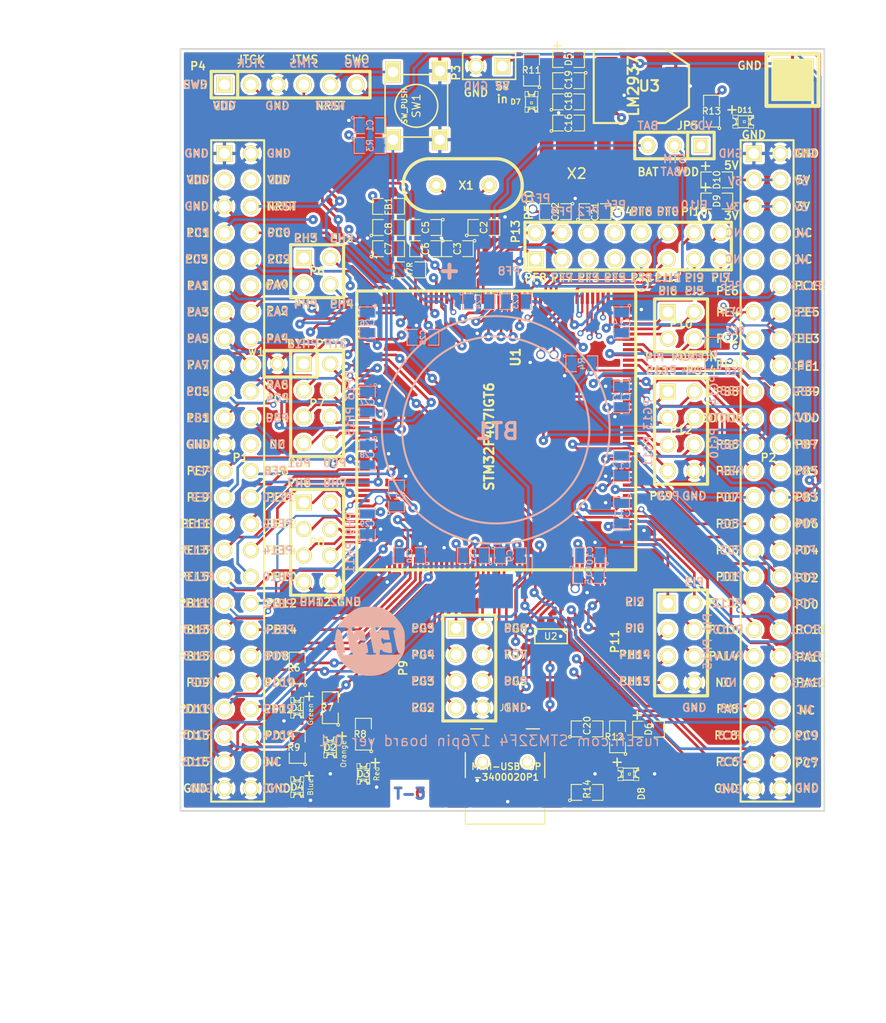
<source format=kicad_pcb>
(kicad_pcb (version 3) (host pcbnew "(2013-07-07 BZR 4022)-stable")
  (title_block (title "176 pin board") (rev R0.1) (company "rusEFI by Art_Electro & DAECU"))
  (layers (15 F.Cu signal) (2 GND power hide) (1 PWR power hide) (0 B.Cu signal) (18 B.Paste user) (19 F.Paste user) (20 B.SilkS user) (21 F.SilkS user) (22 B.Mask user) (23 F.Mask user) (28 Edge.Cuts user))
  (net 0 "")
  (net 1 /3.3V)
  (net 2 /5V)
  (net 3 /5Vi)
  (net 4 /BOOT0)
  (net 5 /BYPASS_REG)
  (net 6 /D+)
  (net 7 /D-)
  (net 8 /NRST)
  (net 9 /PA0)
  (net 10 /PA1)
  (net 11 /PA10)
  (net 12 /PA11)
  (net 13 /PA12)
  (net 14 /PA13)
  (net 15 /PA14)
  (net 16 /PA15)
  (net 17 /PA2)
  (net 18 /PA3)
  (net 19 /PA4)
  (net 20 /PA5)
  (net 21 /PA6)
  (net 22 /PA7)
  (net 23 /PA8)
  (net 24 /PA9)
  (net 25 /PB0)
  (net 26 /PB1)
  (net 27 /PB10)
  (net 28 /PB11)
  (net 29 /PB12)
  (net 30 /PB13)
  (net 31 /PB14)
  (net 32 /PB15)
  (net 33 /PB3)
  (net 34 /PB4)
  (net 35 /PB5)
  (net 36 /PB6)
  (net 37 /PB7)
  (net 38 /PB8)
  (net 39 /PB9)
  (net 40 /PC0)
  (net 41 /PC1)
  (net 42 /PC10)
  (net 43 /PC11)
  (net 44 /PC12)
  (net 45 /PC13)
  (net 46 /PC2)
  (net 47 /PC3)
  (net 48 /PC4)
  (net 49 /PC5)
  (net 50 /PC6)
  (net 51 /PC7)
  (net 52 /PC8)
  (net 53 /PC9)
  (net 54 /PD0)
  (net 55 /PD1)
  (net 56 /PD10)
  (net 57 /PD11)
  (net 58 /PD12)
  (net 59 /PD13)
  (net 60 /PD14)
  (net 61 /PD15)
  (net 62 /PD2)
  (net 63 /PD3)
  (net 64 /PD4)
  (net 65 /PD5)
  (net 66 /PD6)
  (net 67 /PD7)
  (net 68 /PD8)
  (net 69 /PD9)
  (net 70 /PDR_ON)
  (net 71 /PE0)
  (net 72 /PE1)
  (net 73 /PE10)
  (net 74 /PE11)
  (net 75 /PE12)
  (net 76 /PE13)
  (net 77 /PE14)
  (net 78 /PE15)
  (net 79 /PE2)
  (net 80 /PE3)
  (net 81 /PE4)
  (net 82 /PE5)
  (net 83 /PE6)
  (net 84 /PE7)
  (net 85 /PE8)
  (net 86 /PE9)
  (net 87 /PF0)
  (net 88 /PF1)
  (net 89 /PF10)
  (net 90 /PF11)
  (net 91 /PF12)
  (net 92 /PF13)
  (net 93 /PF14)
  (net 94 /PF15)
  (net 95 /PF2)
  (net 96 /PF3)
  (net 97 /PF4)
  (net 98 /PF5)
  (net 99 /PF6)
  (net 100 /PF7)
  (net 101 /PF8)
  (net 102 /PF9)
  (net 103 /PG0)
  (net 104 /PG1)
  (net 105 /PG10)
  (net 106 /PG11)
  (net 107 /PG12)
  (net 108 /PG13)
  (net 109 /PG14)
  (net 110 /PG15)
  (net 111 /PG2)
  (net 112 /PG3)
  (net 113 /PG4)
  (net 114 /PG5)
  (net 115 /PG6)
  (net 116 /PG7)
  (net 117 /PG8)
  (net 118 /PG9)
  (net 119 /PH0)
  (net 120 /PH1)
  (net 121 /PH10)
  (net 122 /PH11)
  (net 123 /PH12)
  (net 124 /PH13)
  (net 125 /PH14)
  (net 126 /PH15)
  (net 127 /PH2)
  (net 128 /PH3)
  (net 129 /PH4)
  (net 130 /PH5)
  (net 131 /PH6)
  (net 132 /PH7)
  (net 133 /PH8)
  (net 134 /PH9)
  (net 135 /PI0)
  (net 136 /PI1)
  (net 137 /PI10)
  (net 138 /PI11)
  (net 139 /PI2)
  (net 140 /PI3)
  (net 141 /PI4)
  (net 142 /PI5)
  (net 143 /PI6)
  (net 144 /PI7)
  (net 145 /PI8)
  (net 146 /PI9)
  (net 147 /VBAT)
  (net 148 /VDD)
  (net 149 GND)
  (net 150 N-00000102)
  (net 151 N-0000017)
  (net 152 N-0000018)
  (net 153 N-0000019)
  (net 154 N-0000020)
  (net 155 N-0000021)
  (net 156 N-0000022)
  (net 157 N-0000024)
  (net 158 N-0000025)
  (net 159 N-0000035)
  (net 160 N-0000036)
  (net 161 N-0000037)
  (net 162 N-0000038)
  (net 163 N-000004)
  (net 164 N-0000043)
  (net 165 N-0000094)
  (module BATT_CR2032_MPD (layer B.Cu) (at 117.475 120.015 90)
    (fp_text reference BT1 (at -0.127 0.127 360) (layer B.SilkS) (effects (font (size 1.524 1.524) (thickness 0.3048)) (justify mirror)))
    (fp_text value BATTERY_CR2032 hide)
    (pad 1 smd rect (at 15.485 0 90) (size 3.29 3.29) (layers B.Cu B.Paste B.Mask) (net 158 N-0000025))
    (pad 2 smd rect (at -15.485 0 90) (size 3.29 3.29) (layers B.Cu B.Paste B.Mask) (net 149 GND))
  )
  (module SM0805 (layer B.Cu) (at 105.41 90.805)
    (fp_text reference C1 (at 0 0 270) (layer B.SilkS) (effects (font (size 0.635 0.635) (thickness 0.10922)) (justify mirror)))
    (fp_text value 0.02uF hide)
    (pad 1 smd rect (at -0.9525 0) (size 0.889 1.397) (layers B.Cu B.Paste B.Mask) (net 149 GND))
    (pad 2 smd rect (at 0.9525 0) (size 0.889 1.397) (layers B.Cu B.Paste B.Mask) (net 8 /NRST))
  )
  (module SM0805 (layer F.Cu) (at 116.332 100.584)
    (fp_text reference C2 (at 0 0 90) (layer F.SilkS) (effects (font (size 0.635 0.635) (thickness 0.10922))))
    (fp_text value 18pF hide)
    (pad 1 smd rect (at -0.9525 0) (size 0.889 1.397) (layers F.Cu F.Paste F.Mask) (net 119 /PH0))
    (pad 2 smd rect (at 0.9525 0) (size 0.889 1.397) (layers F.Cu F.Paste F.Mask) (net 149 GND))
  )
  (module SM0805 (layer F.Cu) (at 113.792 102.616 180)
    (fp_text reference C3 (at 0 0 270) (layer F.SilkS) (effects (font (size 0.635 0.635) (thickness 0.10922))))
    (fp_text value 18pF hide)
    (pad 1 smd rect (at -0.9525 0 180) (size 0.889 1.397) (layers F.Cu F.Paste F.Mask) (net 120 /PH1))
    (pad 2 smd rect (at 0.9525 0 180) (size 0.889 1.397) (layers F.Cu F.Paste F.Mask) (net 149 GND))
  )
  (module SM0805 (layer F.Cu) (at 110.744 100.584 180)
    (fp_text reference C5 (at 0 0 270) (layer F.SilkS) (effects (font (size 0.635 0.635) (thickness 0.10922))))
    (fp_text value 0.01uF hide)
    (pad 1 smd rect (at -0.9525 0 180) (size 0.889 1.397) (layers F.Cu F.Paste F.Mask) (net 149 GND))
    (pad 2 smd rect (at 0.9525 0 180) (size 0.889 1.397) (layers F.Cu F.Paste F.Mask) (net 155 N-0000021))
  )
  (module SM0805 (layer F.Cu) (at 110.744 102.616 180)
    (fp_text reference C6 (at 0 0 270) (layer F.SilkS) (effects (font (size 0.635 0.635) (thickness 0.10922))))
    (fp_text value 1uF hide)
    (pad 1 smd rect (at -0.9525 0 180) (size 0.889 1.397) (layers F.Cu F.Paste F.Mask) (net 149 GND))
    (pad 2 smd rect (at 0.9525 0 180) (size 0.889 1.397) (layers F.Cu F.Paste F.Mask) (net 155 N-0000021))
  )
  (module SM0805 (layer F.Cu) (at 107.188 102.616)
    (fp_text reference C7 (at 0 0 90) (layer F.SilkS) (effects (font (size 0.635 0.635) (thickness 0.10922))))
    (fp_text value 1uF hide)
    (pad 1 smd rect (at -0.9525 0) (size 0.889 1.397) (layers F.Cu F.Paste F.Mask) (net 149 GND))
    (pad 2 smd rect (at 0.9525 0) (size 0.889 1.397) (layers F.Cu F.Paste F.Mask) (net 163 N-000004))
  )
  (module SM0805 (layer F.Cu) (at 107.188 100.584)
    (fp_text reference C8 (at 0 0.127 90) (layer F.SilkS) (effects (font (size 0.635 0.635) (thickness 0.10922))))
    (fp_text value 0.01uF hide)
    (pad 1 smd rect (at -0.9525 0) (size 0.889 1.397) (layers F.Cu F.Paste F.Mask) (net 149 GND))
    (pad 2 smd rect (at 0.9525 0) (size 0.889 1.397) (layers F.Cu F.Paste F.Mask) (net 163 N-000004))
  )
  (module SM0805 (layer B.Cu) (at 118.872 132.08)
    (fp_text reference C9 (at 0 0 90) (layer B.SilkS) (effects (font (size 0.635 0.635) (thickness 0.10922)) (justify mirror)))
    (fp_text value 0.1uF hide)
    (pad 1 smd rect (at -0.9525 0) (size 0.889 1.397) (layers B.Cu B.Paste B.Mask) (net 149 GND))
    (pad 2 smd rect (at 0.9525 0) (size 0.889 1.397) (layers B.Cu B.Paste B.Mask) (net 148 /VDD))
  )
  (module SM0805 (layer B.Cu) (at 126.492 132.08 180)
    (fp_text reference C10 (at 0 0 450) (layer B.SilkS) (effects (font (size 0.635 0.635) (thickness 0.10922)) (justify mirror)))
    (fp_text value 0.1uF hide)
    (pad 1 smd rect (at -0.9525 0 180) (size 0.889 1.397) (layers B.Cu B.Paste B.Mask) (net 149 GND))
    (pad 2 smd rect (at 0.9525 0 180) (size 0.889 1.397) (layers B.Cu B.Paste B.Mask) (net 148 /VDD))
  )
  (module SM0805 (layer B.Cu) (at 129.54 128.016 270)
    (fp_text reference C11 (at 0 0 540) (layer B.SilkS) (effects (font (size 0.635 0.635) (thickness 0.10922)) (justify mirror)))
    (fp_text value 0.1uF hide)
    (pad 1 smd rect (at -0.9525 0 270) (size 0.889 1.397) (layers B.Cu B.Paste B.Mask) (net 149 GND))
    (pad 2 smd rect (at 0.9525 0 270) (size 0.889 1.397) (layers B.Cu B.Paste B.Mask) (net 148 /VDD))
  )
  (module SM0805 (layer B.Cu) (at 129.54 123.444 90)
    (fp_text reference C12 (at 0 0 180) (layer B.SilkS) (effects (font (size 0.635 0.635) (thickness 0.10922)) (justify mirror)))
    (fp_text value 0.1uF hide)
    (pad 1 smd rect (at -0.9525 0 90) (size 0.889 1.397) (layers B.Cu B.Paste B.Mask) (net 149 GND))
    (pad 2 smd rect (at 0.9525 0 90) (size 0.889 1.397) (layers B.Cu B.Paste B.Mask) (net 148 /VDD))
  )
  (module SM0805 (layer B.Cu) (at 129.54 116.84 270)
    (fp_text reference C13 (at 0 0 540) (layer B.SilkS) (effects (font (size 0.635 0.635) (thickness 0.10922)) (justify mirror)))
    (fp_text value 0.1uF hide)
    (pad 1 smd rect (at -0.9525 0 270) (size 0.889 1.397) (layers B.Cu B.Paste B.Mask) (net 149 GND))
    (pad 2 smd rect (at 0.9525 0 270) (size 0.889 1.397) (layers B.Cu B.Paste B.Mask) (net 148 /VDD))
  )
  (module SM0805 (layer B.Cu) (at 129.54 109.728 270)
    (fp_text reference C14 (at 0 0 540) (layer B.SilkS) (effects (font (size 0.635 0.635) (thickness 0.10922)) (justify mirror)))
    (fp_text value 0.1uF hide)
    (pad 1 smd rect (at -0.9525 0 270) (size 0.889 1.397) (layers B.Cu B.Paste B.Mask) (net 149 GND))
    (pad 2 smd rect (at 0.9525 0 270) (size 0.889 1.397) (layers B.Cu B.Paste B.Mask) (net 148 /VDD))
  )
  (module SM0805 (layer B.Cu) (at 126.365 133.985)
    (fp_text reference C15 (at 0.0254 0 270) (layer B.SilkS) (effects (font (size 0.635 0.635) (thickness 0.10922)) (justify mirror)))
    (fp_text value 2u2F hide)
    (pad 1 smd rect (at -0.9525 0) (size 0.889 1.397) (layers B.Cu B.Paste B.Mask) (net 165 N-0000094))
    (pad 2 smd rect (at 0.9525 0) (size 0.889 1.397) (layers B.Cu B.Paste B.Mask) (net 149 GND))
  )
  (module SM0805 (layer F.Cu) (at 124.46 90.551)
    (fp_text reference C16 (at 0 0 270) (layer F.SilkS) (effects (font (size 0.635 0.635) (thickness 0.10922))))
    (fp_text value 1uF hide)
    (pad 1 smd rect (at -0.9525 0) (size 0.889 1.397) (layers F.Cu F.Paste F.Mask) (net 149 GND))
    (pad 2 smd rect (at 0.9525 0) (size 0.889 1.397) (layers F.Cu F.Paste F.Mask) (net 148 /VDD))
  )
  (module SM0805 (layer B.Cu) (at 107.95 126.365 90)
    (fp_text reference C17 (at 0 0 360) (layer B.SilkS) (effects (font (size 0.635 0.635) (thickness 0.10922)) (justify mirror)))
    (fp_text value 2u2F hide)
    (pad 1 smd rect (at -0.9525 0 90) (size 0.889 1.397) (layers B.Cu B.Paste B.Mask) (net 150 N-00000102))
    (pad 2 smd rect (at 0.9525 0 90) (size 0.889 1.397) (layers B.Cu B.Paste B.Mask) (net 149 GND))
  )
  (module SM0805 (layer F.Cu) (at 124.46 88.519)
    (fp_text reference C18 (at 0 -0.0508 90) (layer F.SilkS) (effects (font (size 0.635 0.635) (thickness 0.10922))))
    (fp_text value 0.1uF hide)
    (pad 1 smd rect (at -0.9525 0) (size 0.889 1.397) (layers F.Cu F.Paste F.Mask) (net 149 GND))
    (pad 2 smd rect (at 0.9525 0) (size 0.889 1.397) (layers F.Cu F.Paste F.Mask) (net 3 /5Vi))
  )
  (module SM0805 (layer F.Cu) (at 124.46 86.487 180)
    (fp_text reference C19 (at 0 0.0762 270) (layer F.SilkS) (effects (font (size 0.635 0.635) (thickness 0.10922))))
    (fp_text value 4.7uF hide)
    (pad 1 smd rect (at -0.9525 0 180) (size 0.889 1.397) (layers F.Cu F.Paste F.Mask) (net 3 /5Vi))
    (pad 2 smd rect (at 0.9525 0 180) (size 0.889 1.397) (layers F.Cu F.Paste F.Mask) (net 149 GND))
  )
  (module LED-0805_A (layer F.Cu) (at 120.904 88.519 270)
    (fp_text reference D7 (at 0 1.524 360) (layer F.SilkS) (effects (font (size 0.50038 0.50038) (thickness 0.1143))))
    (fp_text value LED_0805 hide)
    (pad 1 smd rect (at -1.04902 0 270) (size 1.19888 1.19888) (layers F.Cu F.Paste F.Mask) (net 161 N-0000037))
    (pad 2 smd rect (at 1.04902 0 270) (size 1.19888 1.19888) (layers F.Cu F.Paste F.Mask) (net 149 GND))
  )
  (module SM0805 (layer F.Cu) (at 107.188 98.552 180)
    (fp_text reference FB1 (at 0 0 270) (layer F.SilkS) (effects (font (size 0.635 0.635) (thickness 0.10922))))
    (fp_text value FILTER hide)
    (pad 1 smd rect (at -0.9525 0 180) (size 0.889 1.397) (layers F.Cu F.Paste F.Mask) (net 163 N-000004))
    (pad 2 smd rect (at 0.9525 0 180) (size 0.889 1.397) (layers F.Cu F.Paste F.Mask) (net 148 /VDD))
  )
  (module SIL-3 (layer F.Cu) (at 134.62 92.71 180)
    (fp_text reference JP5 (at -1.27 1.905 180) (layer F.SilkS) (effects (font (size 0.762 0.762) (thickness 0.1524))))
    (fp_text value JUMPER3 hide)
    (pad 1 thru_hole rect (at -2.54 0 180) (size 1.397 1.397) (drill 0.8128) (layers *.Cu *.Mask F.SilkS) (net 148 /VDD))
    (pad 2 thru_hole circle (at 0 0 180) (size 1.397 1.397) (drill 0.8128) (layers *.Cu *.Mask F.SilkS) (net 147 /VBAT))
    (pad 3 thru_hole circle (at 2.54 0 180) (size 1.397 1.397) (drill 0.8128) (layers *.Cu *.Mask F.SilkS) (net 158 N-0000025))
  )
  (module PIN_ARRAY_25x2_A (layer F.Cu) (at 92.71 123.952 270)
    (fp_text reference P1 (at -1.27 -0.254 360) (layer F.SilkS) (effects (font (size 0.762 0.762) (thickness 0.1524))))
    (fp_text value CONN_25X2 hide)
    (pad 1 thru_hole rect (at -30.48 1.27 270) (size 1.524 1.524) (drill 1.016) (layers *.Cu *.Mask F.SilkS) (net 149 GND))
    (pad 2 thru_hole circle (at -30.48 -1.27 270) (size 1.524 1.524) (drill 1.016) (layers *.Cu *.Mask F.SilkS) (net 149 GND))
    (pad 3 thru_hole circle (at -27.94 1.27 270) (size 1.524 1.524) (drill 1.016) (layers *.Cu *.Mask F.SilkS) (net 148 /VDD))
    (pad 4 thru_hole circle (at -27.94 -1.27 270) (size 1.524 1.524) (drill 1.016) (layers *.Cu *.Mask F.SilkS) (net 148 /VDD))
    (pad 5 thru_hole circle (at -25.4 1.27 270) (size 1.524 1.524) (drill 1.016) (layers *.Cu *.Mask F.SilkS) (net 149 GND))
    (pad 6 thru_hole circle (at -25.4 -1.27 270) (size 1.524 1.524) (drill 1.016) (layers *.Cu *.Mask F.SilkS) (net 8 /NRST))
    (pad 7 thru_hole circle (at -22.86 1.27 270) (size 1.524 1.524) (drill 1.016) (layers *.Cu *.Mask F.SilkS) (net 41 /PC1))
    (pad 8 thru_hole circle (at -22.86 -1.27 270) (size 1.524 1.524) (drill 1.016) (layers *.Cu *.Mask F.SilkS) (net 40 /PC0))
    (pad 9 thru_hole circle (at -20.32 1.27 270) (size 1.524 1.524) (drill 1.016) (layers *.Cu *.Mask F.SilkS) (net 47 /PC3))
    (pad 10 thru_hole circle (at -20.32 -1.27 270) (size 1.524 1.524) (drill 1.016) (layers *.Cu *.Mask F.SilkS) (net 46 /PC2))
    (pad 11 thru_hole circle (at -17.78 1.27 270) (size 1.524 1.524) (drill 1.016) (layers *.Cu *.Mask F.SilkS) (net 10 /PA1))
    (pad 12 thru_hole circle (at -17.78 -1.27 270) (size 1.524 1.524) (drill 1.016) (layers *.Cu *.Mask F.SilkS) (net 9 /PA0))
    (pad 13 thru_hole circle (at -15.24 1.27 270) (size 1.524 1.524) (drill 1.016) (layers *.Cu *.Mask F.SilkS) (net 18 /PA3))
    (pad 14 thru_hole circle (at -15.24 -1.27 270) (size 1.524 1.524) (drill 1.016) (layers *.Cu *.Mask F.SilkS) (net 17 /PA2))
    (pad 15 thru_hole circle (at -12.7 1.27 270) (size 1.524 1.524) (drill 1.016) (layers *.Cu *.Mask F.SilkS) (net 20 /PA5))
    (pad 16 thru_hole circle (at -12.7 -1.27 270) (size 1.524 1.524) (drill 1.016) (layers *.Cu *.Mask F.SilkS) (net 19 /PA4))
    (pad 17 thru_hole circle (at -10.16 1.27 270) (size 1.524 1.524) (drill 1.016) (layers *.Cu *.Mask F.SilkS) (net 22 /PA7))
    (pad 18 thru_hole circle (at -10.16 -1.27 270) (size 1.524 1.524) (drill 1.016) (layers *.Cu *.Mask F.SilkS) (net 21 /PA6))
    (pad 19 thru_hole circle (at -7.62 1.27 270) (size 1.524 1.524) (drill 1.016) (layers *.Cu *.Mask F.SilkS) (net 49 /PC5))
    (pad 20 thru_hole circle (at -7.62 -1.27 270) (size 1.524 1.524) (drill 1.016) (layers *.Cu *.Mask F.SilkS) (net 48 /PC4))
    (pad 21 thru_hole circle (at -5.08 1.27 270) (size 1.524 1.524) (drill 1.016) (layers *.Cu *.Mask F.SilkS) (net 26 /PB1))
    (pad 22 thru_hole circle (at -5.08 -1.27 270) (size 1.524 1.524) (drill 1.016) (layers *.Cu *.Mask F.SilkS) (net 25 /PB0))
    (pad 23 thru_hole circle (at -2.54 1.27 270) (size 1.524 1.524) (drill 1.016) (layers *.Cu *.Mask F.SilkS) (net 149 GND))
    (pad 24 thru_hole circle (at -2.54 -1.27 270) (size 1.524 1.524) (drill 1.016) (layers *.Cu *.Mask F.SilkS))
    (pad 25 thru_hole circle (at 0 1.27 270) (size 1.524 1.524) (drill 1.016) (layers *.Cu *.Mask F.SilkS) (net 84 /PE7))
    (pad 26 thru_hole circle (at 0 -1.27 270) (size 1.524 1.524) (drill 1.016) (layers *.Cu *.Mask F.SilkS) (net 85 /PE8))
    (pad 27 thru_hole circle (at 2.54 1.27 270) (size 1.524 1.524) (drill 1.016) (layers *.Cu *.Mask F.SilkS) (net 86 /PE9))
    (pad 28 thru_hole circle (at 2.54 -1.27 270) (size 1.524 1.524) (drill 1.016) (layers *.Cu *.Mask F.SilkS) (net 73 /PE10))
    (pad 29 thru_hole circle (at 5.08 1.27 270) (size 1.524 1.524) (drill 1.016) (layers *.Cu *.Mask F.SilkS) (net 74 /PE11))
    (pad 30 thru_hole circle (at 5.08 -1.27 270) (size 1.524 1.524) (drill 1.016) (layers *.Cu *.Mask F.SilkS) (net 75 /PE12))
    (pad 31 thru_hole circle (at 7.62 1.27 270) (size 1.524 1.524) (drill 1.016) (layers *.Cu *.Mask F.SilkS) (net 76 /PE13))
    (pad 32 thru_hole circle (at 7.62 -1.27 270) (size 1.524 1.524) (drill 1.016) (layers *.Cu *.Mask F.SilkS) (net 77 /PE14))
    (pad 33 thru_hole circle (at 10.16 1.27 270) (size 1.524 1.524) (drill 1.016) (layers *.Cu *.Mask F.SilkS) (net 78 /PE15))
    (pad 34 thru_hole circle (at 10.16 -1.27 270) (size 1.524 1.524) (drill 1.016) (layers *.Cu *.Mask F.SilkS) (net 27 /PB10))
    (pad 35 thru_hole circle (at 12.7 1.27 270) (size 1.524 1.524) (drill 1.016) (layers *.Cu *.Mask F.SilkS) (net 28 /PB11))
    (pad 36 thru_hole circle (at 12.7 -1.27 270) (size 1.524 1.524) (drill 1.016) (layers *.Cu *.Mask F.SilkS) (net 29 /PB12))
    (pad 37 thru_hole circle (at 15.24 1.27 270) (size 1.524 1.524) (drill 1.016) (layers *.Cu *.Mask F.SilkS) (net 30 /PB13))
    (pad 38 thru_hole circle (at 15.24 -1.27 270) (size 1.524 1.524) (drill 1.016) (layers *.Cu *.Mask F.SilkS) (net 31 /PB14))
    (pad 39 thru_hole circle (at 17.78 1.27 270) (size 1.524 1.524) (drill 1.016) (layers *.Cu *.Mask F.SilkS) (net 32 /PB15))
    (pad 40 thru_hole circle (at 17.78 -1.27 270) (size 1.524 1.524) (drill 1.016) (layers *.Cu *.Mask F.SilkS) (net 68 /PD8))
    (pad 41 thru_hole circle (at 20.32 1.27 270) (size 1.524 1.524) (drill 1.016) (layers *.Cu *.Mask F.SilkS) (net 69 /PD9))
    (pad 42 thru_hole circle (at 20.32 -1.27 270) (size 1.524 1.524) (drill 1.016) (layers *.Cu *.Mask F.SilkS) (net 56 /PD10))
    (pad 43 thru_hole circle (at 22.86 1.27 270) (size 1.524 1.524) (drill 1.016) (layers *.Cu *.Mask F.SilkS) (net 57 /PD11))
    (pad 44 thru_hole circle (at 22.86 -1.27 270) (size 1.524 1.524) (drill 1.016) (layers *.Cu *.Mask F.SilkS) (net 58 /PD12))
    (pad 45 thru_hole circle (at 25.4 1.27 270) (size 1.524 1.524) (drill 1.016) (layers *.Cu *.Mask F.SilkS) (net 59 /PD13))
    (pad 46 thru_hole circle (at 25.4 -1.27 270) (size 1.524 1.524) (drill 1.016) (layers *.Cu *.Mask F.SilkS) (net 60 /PD14))
    (pad 47 thru_hole circle (at 27.94 1.27 270) (size 1.524 1.524) (drill 1.016) (layers *.Cu *.Mask F.SilkS) (net 61 /PD15))
    (pad 48 thru_hole circle (at 27.94 -1.27 270) (size 1.524 1.524) (drill 1.016) (layers *.Cu *.Mask F.SilkS))
    (pad 49 thru_hole circle (at 30.48 1.27 270) (size 1.524 1.524) (drill 1.016) (layers *.Cu *.Mask F.SilkS) (net 149 GND))
    (pad 50 thru_hole circle (at 30.48 -1.27 270) (size 1.524 1.524) (drill 1.016) (layers *.Cu *.Mask F.SilkS) (net 149 GND))
  )
  (module PIN_ARRAY_25x2_A (layer F.Cu) (at 143.51 123.952 270)
    (fp_text reference P2 (at -1.27 -0.127 360) (layer F.SilkS) (effects (font (size 0.762 0.762) (thickness 0.1524))))
    (fp_text value CONN_25X2 hide)
    (pad 1 thru_hole rect (at -30.48 1.27 270) (size 1.524 1.524) (drill 1.016) (layers *.Cu *.Mask F.SilkS) (net 149 GND))
    (pad 2 thru_hole circle (at -30.48 -1.27 270) (size 1.524 1.524) (drill 1.016) (layers *.Cu *.Mask F.SilkS) (net 149 GND))
    (pad 3 thru_hole circle (at -27.94 1.27 270) (size 1.524 1.524) (drill 1.016) (layers *.Cu *.Mask F.SilkS) (net 2 /5V))
    (pad 4 thru_hole circle (at -27.94 -1.27 270) (size 1.524 1.524) (drill 1.016) (layers *.Cu *.Mask F.SilkS) (net 2 /5V))
    (pad 5 thru_hole circle (at -25.4 1.27 270) (size 1.524 1.524) (drill 1.016) (layers *.Cu *.Mask F.SilkS) (net 1 /3.3V))
    (pad 6 thru_hole circle (at -25.4 -1.27 270) (size 1.524 1.524) (drill 1.016) (layers *.Cu *.Mask F.SilkS) (net 1 /3.3V))
    (pad 7 thru_hole circle (at -22.86 1.27 270) (size 1.524 1.524) (drill 1.016) (layers *.Cu *.Mask F.SilkS))
    (pad 8 thru_hole circle (at -22.86 -1.27 270) (size 1.524 1.524) (drill 1.016) (layers *.Cu *.Mask F.SilkS))
    (pad 9 thru_hole circle (at -20.32 1.27 270) (size 1.524 1.524) (drill 1.016) (layers *.Cu *.Mask F.SilkS))
    (pad 10 thru_hole circle (at -20.32 -1.27 270) (size 1.524 1.524) (drill 1.016) (layers *.Cu *.Mask F.SilkS))
    (pad 11 thru_hole circle (at -17.78 1.27 270) (size 1.524 1.524) (drill 1.016) (layers *.Cu *.Mask F.SilkS) (net 83 /PE6))
    (pad 12 thru_hole circle (at -17.78 -1.27 270) (size 1.524 1.524) (drill 1.016) (layers *.Cu *.Mask F.SilkS) (net 45 /PC13))
    (pad 13 thru_hole circle (at -15.24 1.27 270) (size 1.524 1.524) (drill 1.016) (layers *.Cu *.Mask F.SilkS) (net 81 /PE4))
    (pad 14 thru_hole circle (at -15.24 -1.27 270) (size 1.524 1.524) (drill 1.016) (layers *.Cu *.Mask F.SilkS) (net 82 /PE5))
    (pad 15 thru_hole circle (at -12.7 1.27 270) (size 1.524 1.524) (drill 1.016) (layers *.Cu *.Mask F.SilkS) (net 79 /PE2))
    (pad 16 thru_hole circle (at -12.7 -1.27 270) (size 1.524 1.524) (drill 1.016) (layers *.Cu *.Mask F.SilkS) (net 80 /PE3))
    (pad 17 thru_hole circle (at -10.16 1.27 270) (size 1.524 1.524) (drill 1.016) (layers *.Cu *.Mask F.SilkS) (net 71 /PE0))
    (pad 18 thru_hole circle (at -10.16 -1.27 270) (size 1.524 1.524) (drill 1.016) (layers *.Cu *.Mask F.SilkS) (net 72 /PE1))
    (pad 19 thru_hole circle (at -7.62 1.27 270) (size 1.524 1.524) (drill 1.016) (layers *.Cu *.Mask F.SilkS) (net 38 /PB8))
    (pad 20 thru_hole circle (at -7.62 -1.27 270) (size 1.524 1.524) (drill 1.016) (layers *.Cu *.Mask F.SilkS) (net 39 /PB9))
    (pad 21 thru_hole circle (at -5.08 1.27 270) (size 1.524 1.524) (drill 1.016) (layers *.Cu *.Mask F.SilkS) (net 4 /BOOT0))
    (pad 22 thru_hole circle (at -5.08 -1.27 270) (size 1.524 1.524) (drill 1.016) (layers *.Cu *.Mask F.SilkS) (net 148 /VDD))
    (pad 23 thru_hole circle (at -2.54 1.27 270) (size 1.524 1.524) (drill 1.016) (layers *.Cu *.Mask F.SilkS) (net 36 /PB6))
    (pad 24 thru_hole circle (at -2.54 -1.27 270) (size 1.524 1.524) (drill 1.016) (layers *.Cu *.Mask F.SilkS) (net 37 /PB7))
    (pad 25 thru_hole circle (at 0 1.27 270) (size 1.524 1.524) (drill 1.016) (layers *.Cu *.Mask F.SilkS) (net 34 /PB4))
    (pad 26 thru_hole circle (at 0 -1.27 270) (size 1.524 1.524) (drill 1.016) (layers *.Cu *.Mask F.SilkS) (net 35 /PB5))
    (pad 27 thru_hole circle (at 2.54 1.27 270) (size 1.524 1.524) (drill 1.016) (layers *.Cu *.Mask F.SilkS) (net 67 /PD7))
    (pad 28 thru_hole circle (at 2.54 -1.27 270) (size 1.524 1.524) (drill 1.016) (layers *.Cu *.Mask F.SilkS) (net 33 /PB3))
    (pad 29 thru_hole circle (at 5.08 1.27 270) (size 1.524 1.524) (drill 1.016) (layers *.Cu *.Mask F.SilkS) (net 65 /PD5))
    (pad 30 thru_hole circle (at 5.08 -1.27 270) (size 1.524 1.524) (drill 1.016) (layers *.Cu *.Mask F.SilkS) (net 66 /PD6))
    (pad 31 thru_hole circle (at 7.62 1.27 270) (size 1.524 1.524) (drill 1.016) (layers *.Cu *.Mask F.SilkS) (net 63 /PD3))
    (pad 32 thru_hole circle (at 7.62 -1.27 270) (size 1.524 1.524) (drill 1.016) (layers *.Cu *.Mask F.SilkS) (net 64 /PD4))
    (pad 33 thru_hole circle (at 10.16 1.27 270) (size 1.524 1.524) (drill 1.016) (layers *.Cu *.Mask F.SilkS) (net 55 /PD1))
    (pad 34 thru_hole circle (at 10.16 -1.27 270) (size 1.524 1.524) (drill 1.016) (layers *.Cu *.Mask F.SilkS) (net 62 /PD2))
    (pad 35 thru_hole circle (at 12.7 1.27 270) (size 1.524 1.524) (drill 1.016) (layers *.Cu *.Mask F.SilkS) (net 44 /PC12))
    (pad 36 thru_hole circle (at 12.7 -1.27 270) (size 1.524 1.524) (drill 1.016) (layers *.Cu *.Mask F.SilkS) (net 54 /PD0))
    (pad 37 thru_hole circle (at 15.24 1.27 270) (size 1.524 1.524) (drill 1.016) (layers *.Cu *.Mask F.SilkS) (net 42 /PC10))
    (pad 38 thru_hole circle (at 15.24 -1.27 270) (size 1.524 1.524) (drill 1.016) (layers *.Cu *.Mask F.SilkS) (net 43 /PC11))
    (pad 39 thru_hole circle (at 17.78 1.27 270) (size 1.524 1.524) (drill 1.016) (layers *.Cu *.Mask F.SilkS) (net 15 /PA14))
    (pad 40 thru_hole circle (at 17.78 -1.27 270) (size 1.524 1.524) (drill 1.016) (layers *.Cu *.Mask F.SilkS) (net 16 /PA15))
    (pad 41 thru_hole circle (at 20.32 1.27 270) (size 1.524 1.524) (drill 1.016) (layers *.Cu *.Mask F.SilkS))
    (pad 42 thru_hole circle (at 20.32 -1.27 270) (size 1.524 1.524) (drill 1.016) (layers *.Cu *.Mask F.SilkS) (net 14 /PA13))
    (pad 43 thru_hole circle (at 22.86 1.27 270) (size 1.524 1.524) (drill 1.016) (layers *.Cu *.Mask F.SilkS) (net 23 /PA8))
    (pad 44 thru_hole circle (at 22.86 -1.27 270) (size 1.524 1.524) (drill 1.016) (layers *.Cu *.Mask F.SilkS))
    (pad 45 thru_hole circle (at 25.4 1.27 270) (size 1.524 1.524) (drill 1.016) (layers *.Cu *.Mask F.SilkS) (net 52 /PC8))
    (pad 46 thru_hole circle (at 25.4 -1.27 270) (size 1.524 1.524) (drill 1.016) (layers *.Cu *.Mask F.SilkS) (net 53 /PC9))
    (pad 47 thru_hole circle (at 27.94 1.27 270) (size 1.524 1.524) (drill 1.016) (layers *.Cu *.Mask F.SilkS) (net 50 /PC6))
    (pad 48 thru_hole circle (at 27.94 -1.27 270) (size 1.524 1.524) (drill 1.016) (layers *.Cu *.Mask F.SilkS) (net 51 /PC7))
    (pad 49 thru_hole circle (at 30.48 1.27 270) (size 1.524 1.524) (drill 1.016) (layers *.Cu *.Mask F.SilkS) (net 149 GND))
    (pad 50 thru_hole circle (at 30.48 -1.27 270) (size 1.524 1.524) (drill 1.016) (layers *.Cu *.Mask F.SilkS) (net 149 GND))
  )
  (module PIN_ARRAY_2_A (layer F.Cu) (at 116.84 85.09 180)
    (fp_text reference P3 (at 3.175 -0.635 270) (layer F.SilkS) (effects (font (size 0.762 0.762) (thickness 0.1524))))
    (fp_text value CONN_2 hide)
    (pad 1 thru_hole rect (at -1.27 0 180) (size 1.524 1.524) (drill 1.016) (layers *.Cu *.Mask F.SilkS) (net 157 N-0000024))
    (pad 2 thru_hole circle (at 1.27 0 180) (size 1.524 1.524) (drill 1.016) (layers *.Cu *.Mask F.SilkS) (net 149 GND))
  )
  (module PIN_ARRAY-6X1 (layer F.Cu) (at 97.79 86.868)
    (fp_text reference P4 (at -8.89 -1.778) (layer F.SilkS) (effects (font (size 0.762 0.762) (thickness 0.1524))))
    (fp_text value CONN_6 hide)
    (pad 1 thru_hole rect (at -6.35 0) (size 1.524 1.524) (drill 1.016) (layers *.Cu *.Mask F.SilkS) (net 148 /VDD))
    (pad 2 thru_hole circle (at -3.81 0) (size 1.524 1.524) (drill 1.016) (layers *.Cu *.Mask F.SilkS) (net 15 /PA14))
    (pad 3 thru_hole circle (at -1.27 0) (size 1.524 1.524) (drill 1.016) (layers *.Cu *.Mask F.SilkS) (net 149 GND))
    (pad 4 thru_hole circle (at 1.27 0) (size 1.524 1.524) (drill 1.016) (layers *.Cu *.Mask F.SilkS) (net 14 /PA13))
    (pad 5 thru_hole circle (at 3.81 0) (size 1.524 1.524) (drill 1.016) (layers *.Cu *.Mask F.SilkS) (net 8 /NRST))
    (pad 6 thru_hole circle (at 6.35 0) (size 1.524 1.524) (drill 1.016) (layers *.Cu *.Mask F.SilkS) (net 33 /PB3))
  )
  (module SM0805 (layer B.Cu) (at 105.41 92.71)
    (fp_text reference R3 (at 0 0 270) (layer B.SilkS) (effects (font (size 0.635 0.635) (thickness 0.10922)) (justify mirror)))
    (fp_text value 10k hide)
    (pad 1 smd rect (at -0.9525 0) (size 0.889 1.397) (layers B.Cu B.Paste B.Mask) (net 148 /VDD))
    (pad 2 smd rect (at 0.9525 0) (size 0.889 1.397) (layers B.Cu B.Paste B.Mask) (net 8 /NRST))
  )
  (module SM0805 (layer B.Cu) (at 125.73 113.665)
    (fp_text reference R4 (at 0 0 270) (layer B.SilkS) (effects (font (size 0.635 0.635) (thickness 0.10922)) (justify mirror)))
    (fp_text value 10k hide)
    (pad 1 smd rect (at -0.9525 0) (size 0.889 1.397) (layers B.Cu B.Paste B.Mask) (net 149 GND))
    (pad 2 smd rect (at 0.9525 0) (size 0.889 1.397) (layers B.Cu B.Paste B.Mask) (net 4 /BOOT0))
  )
  (module SM0805 (layer F.Cu) (at 98.425 142.875 90)
    (fp_text reference R6 (at 0 -0.3175 360) (layer F.SilkS) (effects (font (size 0.635 0.635) (thickness 0.10922))))
    (fp_text value 680R hide)
    (pad 1 smd rect (at -0.9525 0 90) (size 0.889 1.397) (layers F.Cu F.Paste F.Mask) (net 154 N-0000020))
    (pad 2 smd rect (at 0.9525 0 90) (size 0.889 1.397) (layers F.Cu F.Paste F.Mask) (net 56 /PD10))
  )
  (module SM0805 (layer F.Cu) (at 101.6 146.685 90)
    (fp_text reference R7 (at 0 -0.3175 360) (layer F.SilkS) (effects (font (size 0.635 0.635) (thickness 0.10922))))
    (fp_text value 680R hide)
    (pad 1 smd rect (at -0.9525 0 90) (size 0.889 1.397) (layers F.Cu F.Paste F.Mask) (net 153 N-0000019))
    (pad 2 smd rect (at 0.9525 0 90) (size 0.889 1.397) (layers F.Cu F.Paste F.Mask) (net 59 /PD13))
  )
  (module SM0805 (layer F.Cu) (at 104.775 149.225 90)
    (fp_text reference R8 (at 0 -0.3175 360) (layer F.SilkS) (effects (font (size 0.635 0.635) (thickness 0.10922))))
    (fp_text value 680R hide)
    (pad 1 smd rect (at -0.9525 0 90) (size 0.889 1.397) (layers F.Cu F.Paste F.Mask) (net 152 N-0000018))
    (pad 2 smd rect (at 0.9525 0 90) (size 0.889 1.397) (layers F.Cu F.Paste F.Mask) (net 60 /PD14))
  )
  (module SM0805 (layer F.Cu) (at 98.425 150.495 90)
    (fp_text reference R9 (at 0 -0.3175 360) (layer F.SilkS) (effects (font (size 0.635 0.635) (thickness 0.10922))))
    (fp_text value 680R hide)
    (pad 1 smd rect (at -0.9525 0 90) (size 0.889 1.397) (layers F.Cu F.Paste F.Mask) (net 156 N-0000022))
    (pad 2 smd rect (at 0.9525 0 90) (size 0.889 1.397) (layers F.Cu F.Paste F.Mask) (net 61 /PD15))
  )
  (module SM0805 (layer F.Cu) (at 109.22 104.648)
    (fp_text reference R10 hide)
    (fp_text value 47R (at 0 0 90) (layer F.SilkS) (effects (font (size 0.50038 0.50038) (thickness 0.10922))))
    (pad 1 smd rect (at -0.9525 0) (size 0.889 1.397) (layers F.Cu F.Paste F.Mask) (net 163 N-000004))
    (pad 2 smd rect (at 0.9525 0) (size 0.889 1.397) (layers F.Cu F.Paste F.Mask) (net 155 N-0000021))
  )
  (module SM0805 (layer F.Cu) (at 120.904 85.471 90)
    (fp_text reference R11 (at 0 0 360) (layer F.SilkS) (effects (font (size 0.635 0.635) (thickness 0.10922))))
    (fp_text value 1k hide)
    (pad 1 smd rect (at -0.9525 0 90) (size 0.889 1.397) (layers F.Cu F.Paste F.Mask) (net 161 N-0000037))
    (pad 2 smd rect (at 0.9525 0 90) (size 0.889 1.397) (layers F.Cu F.Paste F.Mask) (net 157 N-0000024))
  )
  (module SM0805 (layer F.Cu) (at 129.159 149.479 90)
    (fp_text reference R12 (at 0 -0.3175 360) (layer F.SilkS) (effects (font (size 0.635 0.635) (thickness 0.10922))))
    (fp_text value 1k hide)
    (pad 1 smd rect (at -0.9525 0 90) (size 0.889 1.397) (layers F.Cu F.Paste F.Mask) (net 160 N-0000036))
    (pad 2 smd rect (at 0.9525 0 90) (size 0.889 1.397) (layers F.Cu F.Paste F.Mask) (net 24 /PA9))
  )
  (module SM0805 (layer F.Cu) (at 138.176 89.408 90)
    (fp_text reference R13 (at 0 0 180) (layer F.SilkS) (effects (font (size 0.635 0.635) (thickness 0.10922))))
    (fp_text value 1k hide)
    (pad 1 smd rect (at -0.9525 0 90) (size 0.889 1.397) (layers F.Cu F.Paste F.Mask) (net 151 N-0000017))
    (pad 2 smd rect (at 0.9525 0 90) (size 0.889 1.397) (layers F.Cu F.Paste F.Mask) (net 148 /VDD))
  )
  (module SOT223 (layer F.Cu) (at 131.445 86.995 270)
    (fp_text reference U3 (at 0 -0.762 360) (layer F.SilkS) (effects (font (size 1.016 1.016) (thickness 0.2032))))
    (fp_text value LM2937 (at 0 0.762 270) (layer F.SilkS) (effects (font (size 1.016 1.016) (thickness 0.2032))))
    (pad 4 smd rect (at 0 -3.302 270) (size 3.6576 2.032) (layers F.Cu F.Paste F.Mask) (net 149 GND))
    (pad 2 smd rect (at 0 3.302 270) (size 1.016 2.032) (layers F.Cu F.Paste F.Mask) (net 149 GND))
    (pad 3 smd rect (at 2.286 3.302 270) (size 1.016 2.032) (layers F.Cu F.Paste F.Mask) (net 148 /VDD))
    (pad 1 smd rect (at -2.286 3.302 270) (size 1.016 2.032) (layers F.Cu F.Paste F.Mask) (net 3 /5Vi))
  )
  (module HC-49V (layer F.Cu) (at 114.3 96.52)
    (fp_text reference X1 (at 0.3302 0.0254) (layer F.SilkS) (effects (font (size 0.762 0.762) (thickness 0.1524))))
    (fp_text value CRYSTAL hide)
    (pad 1 thru_hole circle (at -2.54 0) (size 1.4224 1.4224) (drill 0.762) (layers *.Cu *.Mask F.SilkS) (net 120 /PH1))
    (pad 2 thru_hole circle (at 2.54 0) (size 1.4224 1.4224) (drill 0.762) (layers *.Cu *.Mask F.SilkS) (net 119 /PH0))
  )
  (module SM0805 (layer F.Cu) (at 126.238 148.717)
    (fp_text reference C20 (at 0 -0.3175 90) (layer F.SilkS) (effects (font (size 0.635 0.635) (thickness 0.10922))))
    (fp_text value 0.1uF hide)
    (pad 1 smd rect (at -0.9525 0) (size 0.889 1.397) (layers F.Cu F.Paste F.Mask) (net 164 N-0000043))
    (pad 2 smd rect (at 0.9525 0) (size 0.889 1.397) (layers F.Cu F.Paste F.Mask) (net 149 GND))
  )
  (module SM0805 (layer F.Cu) (at 126.238 154.813)
    (fp_text reference R14 (at 0 -0.3175 90) (layer F.SilkS) (effects (font (size 0.635 0.635) (thickness 0.10922))))
    (fp_text value 100k hide)
    (pad 1 smd rect (at -0.9525 0) (size 0.889 1.397) (layers F.Cu F.Paste F.Mask) (net 164 N-0000043))
    (pad 2 smd rect (at 0.9525 0) (size 0.889 1.397) (layers F.Cu F.Paste F.Mask) (net 149 GND))
  )
  (module SM0805 (layer F.Cu) (at 127 99.06)
    (fp_text reference C21 (at 0 0 270) (layer F.SilkS) (effects (font (size 0.635 0.635) (thickness 0.10922))))
    (fp_text value 18pF hide)
    (pad 1 smd rect (at -0.9525 0) (size 0.889 1.397) (layers F.Cu F.Paste F.Mask) (net 149 GND))
    (pad 2 smd rect (at 0.9525 0) (size 0.889 1.397) (layers F.Cu F.Paste F.Mask) (net 159 N-0000035))
  )
  (module SM0805 (layer F.Cu) (at 123.19 99.06 180)
    (fp_text reference C22 (at 0 0 450) (layer F.SilkS) (effects (font (size 0.635 0.635) (thickness 0.10922))))
    (fp_text value 18pF hide)
    (pad 1 smd rect (at -0.9525 0 180) (size 0.889 1.397) (layers F.Cu F.Paste F.Mask) (net 149 GND))
    (pad 2 smd rect (at 0.9525 0 180) (size 0.889 1.397) (layers F.Cu F.Paste F.Mask) (net 162 N-0000038))
  )
  (module MC-306 (layer F.Cu) (at 125.095 94.615)
    (fp_text reference X2 (at 0.1524 0.7874) (layer F.SilkS))
    (fp_text value CRYSTAL hide)
    (pad 1 smd rect (at -2.75 1.6) (size 1.3 1.9) (layers F.Cu F.Paste F.Mask) (net 162 N-0000038))
    (pad 2 smd rect (at 2.75 1.6) (size 1.3 1.9) (layers F.Cu F.Paste F.Mask) (net 159 N-0000035))
    (pad 3 smd rect (at 2.75 -1.6) (size 1.3 1.9) (layers F.Cu F.Paste F.Mask))
    (pad 4 smd rect (at -2.75 -1.6) (size 1.3 1.9) (layers F.Cu F.Paste F.Mask))
  )
  (module MINI-USB-5P-3400020P1 (layer F.Cu) (at 118.364 153.289)
    (fp_text reference J1 (at 0 -6.604) (layer F.SilkS) (effects (font (size 0.635 0.635) (thickness 0.0889))))
    (fp_text value MINI-USB-5P-3400020P1 hide)
    (pad 1 smd rect (at -1.6 -4.191) (size 0.508 2.54) (layers F.Cu F.Paste F.Mask) (net 24 /PA9))
    (pad 2 smd rect (at -0.8 -4.191) (size 0.508 2.54) (layers F.Cu F.Paste F.Mask) (net 7 /D-))
    (pad 3 smd rect (at 0 -4.191) (size 0.508 2.54) (layers F.Cu F.Paste F.Mask) (net 6 /D+))
    (pad 4 smd rect (at 0.8 -4.191) (size 0.508 2.54) (layers F.Cu F.Paste F.Mask) (net 11 /PA10))
    (pad 5 smd rect (at 1.6 -4.191) (size 0.508 2.54) (layers F.Cu F.Paste F.Mask) (net 149 GND))
    (pad 6 smd rect (at -4.5 1.603 90) (size 2.794 2) (layers F.Cu F.Paste F.Mask) (net 164 N-0000043))
    (pad 6 smd rect (at 4.5 1.603 90) (size 2.794 2) (layers F.Cu F.Paste F.Mask) (net 164 N-0000043))
    (pad 6 smd rect (at -4.5 -3.897 90) (size 2.794 2) (layers F.Cu F.Paste F.Mask) (net 164 N-0000043))
    (pad 6 smd rect (at 4.5 -3.897 90) (size 2.794 2) (layers F.Cu F.Paste F.Mask) (net 164 N-0000043))
    (pad "" thru_hole circle (at -2.159 -1.397 90) (size 1.016 1.016) (drill 0.762) (layers *.Cu *.Mask F.SilkS))
    (pad "" thru_hole circle (at 2.159 -1.397 90) (size 1.016 1.016) (drill 0.762) (layers *.Cu *.Mask F.SilkS))
  )
  (module SOT-457 (layer F.Cu) (at 122.746 139.827 180)
    (fp_text reference U2 (at 0 0 180) (layer F.SilkS) (effects (font (size 0.635 0.635) (thickness 0.10922))))
    (fp_text value NUF2101MT1G hide)
    (pad 1 smd rect (at -0.95 1.2 180) (size 0.7 1) (layers F.Cu F.Paste F.Mask) (net 13 /PA12))
    (pad 2 smd rect (at 0 1.2 180) (size 0.7 1) (layers F.Cu F.Paste F.Mask) (net 149 GND))
    (pad 3 smd rect (at 0.95 1.2 180) (size 0.7 1) (layers F.Cu F.Paste F.Mask) (net 12 /PA11))
    (pad 4 smd rect (at 0.95 -1.2 180) (size 0.7 1) (layers F.Cu F.Paste F.Mask) (net 7 /D-))
    (pad 5 smd rect (at 0 -1.2 180) (size 0.7 1) (layers F.Cu F.Paste F.Mask) (net 24 /PA9))
    (pad 6 smd rect (at -0.95 -1.2 180) (size 0.7 1) (layers F.Cu F.Paste F.Mask) (net 6 /D+))
  )
  (module TL-1105 (layer F.Cu) (at 109.855 88.9 90)
    (fp_text reference SW1 (at 0 0 90) (layer F.SilkS) (effects (font (size 0.762 0.762) (thickness 0.10922))))
    (fp_text value SW_PUSH (at 0 -1.143 90) (layer F.SilkS) (effects (font (size 0.50038 0.50038) (thickness 0.10922))))
    (pad 1 thru_hole rect (at -3.25 -2.25 90) (size 2 1.5) (drill 1) (layers *.Cu *.Mask F.SilkS) (net 8 /NRST))
    (pad 1 thru_hole rect (at 3.25 -2.25 90) (size 2 1.5) (drill 1) (layers *.Cu *.Mask F.SilkS) (net 8 /NRST))
    (pad 2 thru_hole rect (at 3.35 2.25 90) (size 2 1.5) (drill 1) (layers *.Cu *.Mask F.SilkS) (net 149 GND))
    (pad 2 thru_hole rect (at -3.25 2.25 90) (size 2 1.5) (drill 1) (layers *.Cu *.Mask F.SilkS) (net 149 GND))
  )
  (module LOGO_F (layer B.Cu) (at 105.41 140.335)
    (fp_text reference G1 hide)
    (fp_text value LOGO hide)
  )
  (module 1PIN_SMD (layer F.Cu) (at 145.948 86.4108)
    (fp_text reference P5 hide)
    (fp_text value CONN_1 hide)
    (pad 1 smd rect (at 0 0) (size 4.064 4.064) (layers F.Cu F.Paste F.SilkS F.Mask) (net 149 GND))
  )
  (module LED-0805_A (layer F.Cu) (at 104.775 153.035 270)
    (fp_text reference D3 (at 0 0 360) (layer F.SilkS) (effects (font (size 0.635 0.635) (thickness 0.10922))))
    (fp_text value LED_0805 hide)
    (pad 1 smd rect (at -1.04902 0 270) (size 1.19888 1.19888) (layers F.Cu F.Paste F.Mask) (net 152 N-0000018))
    (pad 2 smd rect (at 1.04902 0 270) (size 1.19888 1.19888) (layers F.Cu F.Paste F.Mask) (net 149 GND))
  )
  (module LED-0805_A (layer F.Cu) (at 98.425 146.685 270)
    (fp_text reference D1 (at 0 0 360) (layer F.SilkS) (effects (font (size 0.635 0.635) (thickness 0.10922))))
    (fp_text value LED_0805 hide)
    (pad 1 smd rect (at -1.04902 0 270) (size 1.19888 1.19888) (layers F.Cu F.Paste F.Mask) (net 154 N-0000020))
    (pad 2 smd rect (at 1.04902 0 270) (size 1.19888 1.19888) (layers F.Cu F.Paste F.Mask) (net 149 GND))
  )
  (module LED-0805_A (layer F.Cu) (at 101.6 150.495 270)
    (fp_text reference D2 (at 0 0 360) (layer F.SilkS) (effects (font (size 0.635 0.635) (thickness 0.10922))))
    (fp_text value LED_0805 hide)
    (pad 1 smd rect (at -1.04902 0 270) (size 1.19888 1.19888) (layers F.Cu F.Paste F.Mask) (net 153 N-0000019))
    (pad 2 smd rect (at 1.04902 0 270) (size 1.19888 1.19888) (layers F.Cu F.Paste F.Mask) (net 149 GND))
  )
  (module LED-0805_A (layer F.Cu) (at 98.425 154.305 270)
    (fp_text reference D4 (at 0 0 360) (layer F.SilkS) (effects (font (size 0.635 0.635) (thickness 0.10922))))
    (fp_text value LED_0805 hide)
    (pad 1 smd rect (at -1.04902 0 270) (size 1.19888 1.19888) (layers F.Cu F.Paste F.Mask) (net 156 N-0000022))
    (pad 2 smd rect (at 1.04902 0 270) (size 1.19888 1.19888) (layers F.Cu F.Paste F.Mask) (net 149 GND))
  )
  (module LED-0805_A (layer F.Cu) (at 130.2 153.06)
    (fp_text reference D8 (at 1.245 1.88 90) (layer F.SilkS) (effects (font (size 0.635 0.635) (thickness 0.10922))))
    (fp_text value LED_0805 hide)
    (pad 1 smd rect (at -1.04902 0) (size 1.19888 1.19888) (layers F.Cu F.Paste F.Mask) (net 160 N-0000036))
    (pad 2 smd rect (at 1.04902 0) (size 1.19888 1.19888) (layers F.Cu F.Paste F.Mask) (net 149 GND))
  )
  (module LED-0805_A (layer F.Cu) (at 141.224 90.424)
    (fp_text reference D11 (at 0.1524 -1.1176) (layer F.SilkS) (effects (font (size 0.50038 0.50038) (thickness 0.10922))))
    (fp_text value LED_0805 hide)
    (pad 1 smd rect (at -1.04902 0) (size 1.19888 1.19888) (layers F.Cu F.Paste F.Mask) (net 151 N-0000017))
    (pad 2 smd rect (at 1.04902 0) (size 1.19888 1.19888) (layers F.Cu F.Paste F.Mask) (net 149 GND))
  )
  (module SM0805-diode (layer F.Cu) (at 132.131 148.742)
    (fp_text reference D6 (at 0 0 90) (layer F.SilkS) (effects (font (size 0.635 0.635) (thickness 0.10922))))
    (fp_text value DIODESCH hide)
    (pad 1 smd rect (at -0.9525 0) (size 0.889 1.397) (layers F.Cu F.Paste F.Mask) (net 24 /PA9))
    (pad 2 smd rect (at 0.9525 0) (size 0.889 1.397) (layers F.Cu F.Paste F.Mask) (net 3 /5Vi))
  )
  (module SM0805-diode (layer F.Cu) (at 124.46 84.455)
    (fp_text reference D5 (at 0 0 90) (layer F.SilkS) (effects (font (size 0.635 0.635) (thickness 0.10922))))
    (fp_text value DIODESCH hide)
    (pad 1 smd rect (at -0.9525 0) (size 0.889 1.397) (layers F.Cu F.Paste F.Mask) (net 157 N-0000024))
    (pad 2 smd rect (at 0.9525 0) (size 0.889 1.397) (layers F.Cu F.Paste F.Mask) (net 3 /5Vi))
  )
  (module SM0805-diode (layer F.Cu) (at 138.684 98.044)
    (fp_text reference D9 (at 0 0 90) (layer F.SilkS) (effects (font (size 0.635 0.635) (thickness 0.10922))))
    (fp_text value DIODESCH hide)
    (pad 1 smd rect (at -0.9525 0) (size 0.889 1.397) (layers F.Cu F.Paste F.Mask) (net 148 /VDD))
    (pad 2 smd rect (at 0.9525 0) (size 0.889 1.397) (layers F.Cu F.Paste F.Mask) (net 1 /3.3V))
  )
  (module SM0805-diode (layer F.Cu) (at 138.684 96.012)
    (fp_text reference D10 (at 0 0 90) (layer F.SilkS) (effects (font (size 0.635 0.635) (thickness 0.10922))))
    (fp_text value DIODESCH hide)
    (pad 1 smd rect (at -0.9525 0) (size 0.889 1.397) (layers F.Cu F.Paste F.Mask) (net 3 /5Vi))
    (pad 2 smd rect (at 0.9525 0) (size 0.889 1.397) (layers F.Cu F.Paste F.Mask) (net 2 /5V))
  )
  (module SM0805 (layer B.Cu) (at 115.316 132.08 180)
    (fp_text reference C31 (at 0 0 450) (layer B.SilkS) (effects (font (size 0.50038 0.50038) (thickness 0.10922)) (justify mirror)))
    (fp_text value 0.1uF hide)
    (pad 1 smd rect (at -0.9525 0 180) (size 0.889 1.397) (layers B.Cu B.Paste B.Mask) (net 149 GND))
    (pad 2 smd rect (at 0.9525 0 180) (size 0.889 1.397) (layers B.Cu B.Paste B.Mask) (net 148 /VDD))
  )
  (module SM0805 (layer B.Cu) (at 109.22 132.08 180)
    (fp_text reference C30 (at 0 0 450) (layer B.SilkS) (effects (font (size 0.50038 0.50038) (thickness 0.10922)) (justify mirror)))
    (fp_text value 0.1uF hide)
    (pad 1 smd rect (at -0.9525 0 180) (size 0.889 1.397) (layers B.Cu B.Paste B.Mask) (net 149 GND))
    (pad 2 smd rect (at 0.9525 0 180) (size 0.889 1.397) (layers B.Cu B.Paste B.Mask) (net 148 /VDD))
  )
  (module SM0805 (layer B.Cu) (at 105.156 129.032 90)
    (fp_text reference C29 (at 0 0 360) (layer B.SilkS) (effects (font (size 0.50038 0.50038) (thickness 0.10922)) (justify mirror)))
    (fp_text value 0.1uF hide)
    (pad 1 smd rect (at -0.9525 0 90) (size 0.889 1.397) (layers B.Cu B.Paste B.Mask) (net 149 GND))
    (pad 2 smd rect (at 0.9525 0 90) (size 0.889 1.397) (layers B.Cu B.Paste B.Mask) (net 148 /VDD))
  )
  (module SM0805 (layer B.Cu) (at 105.156 122.428 270)
    (fp_text reference C28 (at 0 0 540) (layer B.SilkS) (effects (font (size 0.50038 0.50038) (thickness 0.10922)) (justify mirror)))
    (fp_text value 0.1uF hide)
    (pad 1 smd rect (at -0.9525 0 270) (size 0.889 1.397) (layers B.Cu B.Paste B.Mask) (net 149 GND))
    (pad 2 smd rect (at 0.9525 0 270) (size 0.889 1.397) (layers B.Cu B.Paste B.Mask) (net 148 /VDD))
  )
  (module SM0805 (layer B.Cu) (at 105.156 117.348 270)
    (fp_text reference C27 (at 0 0 540) (layer B.SilkS) (effects (font (size 0.50038 0.50038) (thickness 0.10922)) (justify mirror)))
    (fp_text value 0.1uF hide)
    (pad 1 smd rect (at -0.9525 0 270) (size 0.889 1.397) (layers B.Cu B.Paste B.Mask) (net 149 GND))
    (pad 2 smd rect (at 0.9525 0 270) (size 0.889 1.397) (layers B.Cu B.Paste B.Mask) (net 148 /VDD))
  )
  (module SM0805 (layer B.Cu) (at 105.156 109.728 270)
    (fp_text reference C26 (at 0 0 540) (layer B.SilkS) (effects (font (size 0.50038 0.50038) (thickness 0.10922)) (justify mirror)))
    (fp_text value 0.1uF hide)
    (pad 1 smd rect (at -0.9525 0 270) (size 0.889 1.397) (layers B.Cu B.Paste B.Mask) (net 149 GND))
    (pad 2 smd rect (at 0.9525 0 270) (size 0.889 1.397) (layers B.Cu B.Paste B.Mask) (net 148 /VDD))
  )
  (module SM0805 (layer B.Cu) (at 110.49 111.125)
    (fp_text reference C25 (at 0 0 270) (layer B.SilkS) (effects (font (size 0.50038 0.50038) (thickness 0.10922)) (justify mirror)))
    (fp_text value 0.1uF hide)
    (pad 1 smd rect (at -0.9525 0) (size 0.889 1.397) (layers B.Cu B.Paste B.Mask) (net 149 GND))
    (pad 2 smd rect (at 0.9525 0) (size 0.889 1.397) (layers B.Cu B.Paste B.Mask) (net 148 /VDD))
  )
  (module SM0805 (layer B.Cu) (at 115.824 107.696)
    (fp_text reference C24 (at 0 0 270) (layer B.SilkS) (effects (font (size 0.50038 0.50038) (thickness 0.10922)) (justify mirror)))
    (fp_text value 0.1uF hide)
    (pad 1 smd rect (at -0.9525 0) (size 0.889 1.397) (layers B.Cu B.Paste B.Mask) (net 149 GND))
    (pad 2 smd rect (at 0.9525 0) (size 0.889 1.397) (layers B.Cu B.Paste B.Mask) (net 148 /VDD))
  )
  (module SM0805 (layer B.Cu) (at 119.38 107.696)
    (fp_text reference C23 (at 0 0 270) (layer B.SilkS) (effects (font (size 0.50038 0.50038) (thickness 0.10922)) (justify mirror)))
    (fp_text value 0.1uF hide)
    (pad 1 smd rect (at -0.9525 0) (size 0.889 1.397) (layers B.Cu B.Paste B.Mask) (net 149 GND))
    (pad 2 smd rect (at 0.9525 0) (size 0.889 1.397) (layers B.Cu B.Paste B.Mask) (net 148 /VDD))
  )
  (module LQFP-176 (layer F.Cu) (at 128.27 107.315 180)
    (fp_text reference U1 (at 8.89 -5.715 270) (layer F.SilkS) (effects (font (size 0.889 0.889) (thickness 0.2032))))
    (fp_text value STM32F407IGT6 (at 11.43 -13.335 270) (layer F.SilkS) (effects (font (size 0.889 0.889) (thickness 0.2032))))
    (pad 1 smd rect (at 0 0 180) (size 0.29972 1.19888) (layers F.Cu F.Paste F.Mask) (net 79 /PE2))
    (pad 2 smd rect (at 0.49784 0 180) (size 0.29972 1.19888) (layers F.Cu F.Paste F.Mask) (net 80 /PE3))
    (pad 3 smd rect (at 0.99822 0 180) (size 0.29972 1.19888) (layers F.Cu F.Paste F.Mask) (net 81 /PE4))
    (pad 4 smd rect (at 1.4986 0 180) (size 0.29972 1.19888) (layers F.Cu F.Paste F.Mask) (net 82 /PE5))
    (pad 5 smd rect (at 1.99898 0 180) (size 0.29972 1.19888) (layers F.Cu F.Paste F.Mask) (net 83 /PE6))
    (pad 6 smd rect (at 2.49936 0 180) (size 0.29972 1.19888) (layers F.Cu F.Paste F.Mask) (net 147 /VBAT))
    (pad 7 smd rect (at 2.99974 0 180) (size 0.29972 1.19888) (layers F.Cu F.Paste F.Mask) (net 145 /PI8))
    (pad 8 smd rect (at 3.49758 0 180) (size 0.29972 1.19888) (layers F.Cu F.Paste F.Mask) (net 45 /PC13))
    (pad 9 smd rect (at 3.99796 0 180) (size 0.29972 1.19888) (layers F.Cu F.Paste F.Mask) (net 159 N-0000035))
    (pad 10 smd rect (at 4.49834 0 180) (size 0.29972 1.19888) (layers F.Cu F.Paste F.Mask) (net 162 N-0000038))
    (pad 11 smd rect (at 4.99872 0 180) (size 0.29972 1.19888) (layers F.Cu F.Paste F.Mask) (net 146 /PI9))
    (pad 12 smd rect (at 5.4991 0 180) (size 0.29972 1.19888) (layers F.Cu F.Paste F.Mask) (net 137 /PI10))
    (pad 13 smd rect (at 5.99948 0 180) (size 0.29972 1.19888) (layers F.Cu F.Paste F.Mask) (net 138 /PI11))
    (pad 14 smd rect (at 6.49986 0 180) (size 0.29972 1.19888) (layers F.Cu F.Paste F.Mask) (net 149 GND))
    (pad 15 smd rect (at 6.9977 0 180) (size 0.29972 1.19888) (layers F.Cu F.Paste F.Mask) (net 148 /VDD))
    (pad 16 smd rect (at 7.49808 0 180) (size 0.29972 1.19888) (layers F.Cu F.Paste F.Mask) (net 87 /PF0))
    (pad 17 smd rect (at 7.99846 0 180) (size 0.29972 1.19888) (layers F.Cu F.Paste F.Mask) (net 88 /PF1))
    (pad 18 smd rect (at 8.49884 0 180) (size 0.29972 1.19888) (layers F.Cu F.Paste F.Mask) (net 95 /PF2))
    (pad 19 smd rect (at 8.99922 0 180) (size 0.29972 1.19888) (layers F.Cu F.Paste F.Mask) (net 96 /PF3))
    (pad 20 smd rect (at 9.4996 0 180) (size 0.29972 1.19888) (layers F.Cu F.Paste F.Mask) (net 97 /PF4))
    (pad 21 smd rect (at 9.99998 0 180) (size 0.29972 1.19888) (layers F.Cu F.Paste F.Mask) (net 98 /PF5))
    (pad 22 smd rect (at 10.49782 0 180) (size 0.29972 1.19888) (layers F.Cu F.Paste F.Mask) (net 149 GND))
    (pad 23 smd rect (at 10.9982 0 180) (size 0.29972 1.19888) (layers F.Cu F.Paste F.Mask) (net 148 /VDD))
    (pad 24 smd rect (at 11.49858 0 180) (size 0.29972 1.19888) (layers F.Cu F.Paste F.Mask) (net 99 /PF6))
    (pad 25 smd rect (at 11.99896 0 180) (size 0.29972 1.19888) (layers F.Cu F.Paste F.Mask) (net 100 /PF7))
    (pad 26 smd rect (at 12.49934 0 180) (size 0.29972 1.19888) (layers F.Cu F.Paste F.Mask) (net 101 /PF8))
    (pad 27 smd rect (at 12.99972 0 180) (size 0.29972 1.19888) (layers F.Cu F.Paste F.Mask) (net 102 /PF9))
    (pad 28 smd rect (at 13.49756 0 180) (size 0.29972 1.19888) (layers F.Cu F.Paste F.Mask) (net 89 /PF10))
    (pad 29 smd rect (at 13.99794 0 180) (size 0.29972 1.19888) (layers F.Cu F.Paste F.Mask) (net 119 /PH0))
    (pad 30 smd rect (at 14.49832 0 180) (size 0.29972 1.19888) (layers F.Cu F.Paste F.Mask) (net 120 /PH1))
    (pad 31 smd rect (at 14.9987 0 180) (size 0.29972 1.19888) (layers F.Cu F.Paste F.Mask) (net 8 /NRST))
    (pad 32 smd rect (at 15.49908 0 180) (size 0.29972 1.19888) (layers F.Cu F.Paste F.Mask) (net 40 /PC0))
    (pad 33 smd rect (at 15.99946 0 180) (size 0.29972 1.19888) (layers F.Cu F.Paste F.Mask) (net 41 /PC1))
    (pad 34 smd rect (at 16.49984 0 180) (size 0.29972 1.19888) (layers F.Cu F.Paste F.Mask) (net 46 /PC2))
    (pad 35 smd rect (at 16.99768 0 180) (size 0.29972 1.19888) (layers F.Cu F.Paste F.Mask) (net 47 /PC3))
    (pad 36 smd rect (at 17.49806 0 180) (size 0.29972 1.19888) (layers F.Cu F.Paste F.Mask) (net 148 /VDD))
    (pad 37 smd rect (at 17.99844 0 180) (size 0.29972 1.19888) (layers F.Cu F.Paste F.Mask) (net 149 GND))
    (pad 38 smd rect (at 18.49882 0 180) (size 0.29972 1.19888) (layers F.Cu F.Paste F.Mask) (net 155 N-0000021))
    (pad 39 smd rect (at 18.9992 0 180) (size 0.29972 1.19888) (layers F.Cu F.Paste F.Mask) (net 163 N-000004))
    (pad 40 smd rect (at 19.49958 0 180) (size 0.29972 1.19888) (layers F.Cu F.Paste F.Mask) (net 9 /PA0))
    (pad 41 smd rect (at 19.99996 0 180) (size 0.29972 1.19888) (layers F.Cu F.Paste F.Mask) (net 10 /PA1))
    (pad 42 smd rect (at 20.4978 0 180) (size 0.29972 1.19888) (layers F.Cu F.Paste F.Mask) (net 17 /PA2))
    (pad 43 smd rect (at 20.99818 0 180) (size 0.29972 1.19888) (layers F.Cu F.Paste F.Mask) (net 127 /PH2))
    (pad 44 smd rect (at 21.49856 0 180) (size 0.29972 1.19888) (layers F.Cu F.Paste F.Mask) (net 128 /PH3))
    (pad 45 smd rect (at 23.49754 -1.99898 90) (size 0.29972 1.19888) (layers F.Cu F.Paste F.Mask) (net 129 /PH4))
    (pad 46 smd rect (at 23.49754 -2.49936 90) (size 0.29972 1.19888) (layers F.Cu F.Paste F.Mask) (net 130 /PH5))
    (pad 47 smd rect (at 23.49754 -2.99974 90) (size 0.29972 1.19888) (layers F.Cu F.Paste F.Mask) (net 18 /PA3))
    (pad 48 smd rect (at 23.49754 -3.49758 90) (size 0.29972 1.19888) (layers F.Cu F.Paste F.Mask) (net 5 /BYPASS_REG))
    (pad 49 smd rect (at 23.49754 -3.99796 90) (size 0.29972 1.19888) (layers F.Cu F.Paste F.Mask) (net 148 /VDD))
    (pad 50 smd rect (at 23.49754 -4.49834 90) (size 0.29972 1.19888) (layers F.Cu F.Paste F.Mask) (net 19 /PA4))
    (pad 51 smd rect (at 23.49754 -4.99872 90) (size 0.29972 1.19888) (layers F.Cu F.Paste F.Mask) (net 20 /PA5))
    (pad 52 smd rect (at 23.49754 -5.4991 90) (size 0.29972 1.19888) (layers F.Cu F.Paste F.Mask) (net 21 /PA6))
    (pad 53 smd rect (at 23.49754 -5.99948 90) (size 0.29972 1.19888) (layers F.Cu F.Paste F.Mask) (net 22 /PA7))
    (pad 54 smd rect (at 23.49754 -6.49986 90) (size 0.29972 1.19888) (layers F.Cu F.Paste F.Mask) (net 48 /PC4))
    (pad 55 smd rect (at 23.49754 -6.9977 90) (size 0.29972 1.19888) (layers F.Cu F.Paste F.Mask) (net 49 /PC5))
    (pad 56 smd rect (at 23.49754 -7.49808 90) (size 0.29972 1.19888) (layers F.Cu F.Paste F.Mask) (net 25 /PB0))
    (pad 57 smd rect (at 23.49754 -7.99846 90) (size 0.29972 1.19888) (layers F.Cu F.Paste F.Mask) (net 26 /PB1))
    (pad 58 smd rect (at 23.49754 -8.49884 90) (size 0.29972 1.19888) (layers F.Cu F.Paste F.Mask) (net 149 GND))
    (pad 59 smd rect (at 23.49754 -8.99922 90) (size 0.29972 1.19888) (layers F.Cu F.Paste F.Mask) (net 90 /PF11))
    (pad 60 smd rect (at 23.49754 -9.4996 90) (size 0.29972 1.19888) (layers F.Cu F.Paste F.Mask) (net 91 /PF12))
    (pad 61 smd rect (at 23.49754 -9.99998 90) (size 0.29972 1.19888) (layers F.Cu F.Paste F.Mask) (net 149 GND))
    (pad 62 smd rect (at 23.49754 -10.49782 90) (size 0.29972 1.19888) (layers F.Cu F.Paste F.Mask) (net 148 /VDD))
    (pad 63 smd rect (at 23.49754 -10.9982 90) (size 0.29972 1.19888) (layers F.Cu F.Paste F.Mask) (net 92 /PF13))
    (pad 64 smd rect (at 23.49754 -11.49858 90) (size 0.29972 1.19888) (layers F.Cu F.Paste F.Mask) (net 93 /PF14))
    (pad 65 smd rect (at 23.49754 -11.99896 90) (size 0.29972 1.19888) (layers F.Cu F.Paste F.Mask) (net 94 /PF15))
    (pad 66 smd rect (at 23.49754 -12.49934 90) (size 0.29972 1.19888) (layers F.Cu F.Paste F.Mask) (net 103 /PG0))
    (pad 67 smd rect (at 23.49754 -12.99972 90) (size 0.29972 1.19888) (layers F.Cu F.Paste F.Mask) (net 104 /PG1))
    (pad 68 smd rect (at 23.49754 -13.49756 90) (size 0.29972 1.19888) (layers F.Cu F.Paste F.Mask) (net 84 /PE7))
    (pad 69 smd rect (at 23.49754 -13.99794 90) (size 0.29972 1.19888) (layers F.Cu F.Paste F.Mask) (net 85 /PE8))
    (pad 70 smd rect (at 23.49754 -14.49832 90) (size 0.29972 1.19888) (layers F.Cu F.Paste F.Mask) (net 86 /PE9))
    (pad 71 smd rect (at 23.49754 -14.9987 90) (size 0.29972 1.19888) (layers F.Cu F.Paste F.Mask) (net 149 GND))
    (pad 72 smd rect (at 23.49754 -15.49908 90) (size 0.29972 1.19888) (layers F.Cu F.Paste F.Mask) (net 148 /VDD))
    (pad 73 smd rect (at 23.49754 -15.99946 90) (size 0.29972 1.19888) (layers F.Cu F.Paste F.Mask) (net 73 /PE10))
    (pad 74 smd rect (at 23.49754 -16.49984 90) (size 0.29972 1.19888) (layers F.Cu F.Paste F.Mask) (net 74 /PE11))
    (pad 75 smd rect (at 23.49754 -16.99768 90) (size 0.29972 1.19888) (layers F.Cu F.Paste F.Mask) (net 75 /PE12))
    (pad 76 smd rect (at 23.49754 -17.49806 90) (size 0.29972 1.19888) (layers F.Cu F.Paste F.Mask) (net 76 /PE13))
    (pad 77 smd rect (at 23.49754 -17.99844 90) (size 0.29972 1.19888) (layers F.Cu F.Paste F.Mask) (net 77 /PE14))
    (pad 78 smd rect (at 23.49754 -18.49882 90) (size 0.29972 1.19888) (layers F.Cu F.Paste F.Mask) (net 78 /PE15))
    (pad 79 smd rect (at 23.49754 -18.9992 90) (size 0.29972 1.19888) (layers F.Cu F.Paste F.Mask) (net 27 /PB10))
    (pad 80 smd rect (at 23.49754 -19.49958 90) (size 0.29972 1.19888) (layers F.Cu F.Paste F.Mask) (net 28 /PB11))
    (pad 81 smd rect (at 23.49754 -19.99996 90) (size 0.29972 1.19888) (layers F.Cu F.Paste F.Mask) (net 150 N-00000102))
    (pad 82 smd rect (at 23.49754 -20.4978 90) (size 0.29972 1.19888) (layers F.Cu F.Paste F.Mask) (net 148 /VDD))
    (pad 83 smd rect (at 23.49754 -20.99818 90) (size 0.29972 1.19888) (layers F.Cu F.Paste F.Mask) (net 131 /PH6))
    (pad 84 smd rect (at 23.49754 -21.49856 90) (size 0.29972 1.19888) (layers F.Cu F.Paste F.Mask) (net 132 /PH7))
    (pad 85 smd rect (at 23.49754 -21.99894 90) (size 0.29972 1.19888) (layers F.Cu F.Paste F.Mask) (net 133 /PH8))
    (pad 86 smd rect (at 23.49754 -22.49932 90) (size 0.29972 1.19888) (layers F.Cu F.Paste F.Mask) (net 134 /PH9))
    (pad 87 smd rect (at 23.49754 -22.9997 90) (size 0.29972 1.19888) (layers F.Cu F.Paste F.Mask) (net 121 /PH10))
    (pad 88 smd rect (at 23.49754 -23.49754 90) (size 0.29972 1.19888) (layers F.Cu F.Paste F.Mask) (net 122 /PH11))
    (pad 89 smd rect (at 21.49856 -25.49906) (size 0.29972 1.19888) (layers F.Cu F.Paste F.Mask) (net 123 /PH12))
    (pad 90 smd rect (at 20.99818 -25.49906) (size 0.29972 1.19888) (layers F.Cu F.Paste F.Mask) (net 149 GND))
    (pad 91 smd rect (at 20.4978 -25.49906) (size 0.29972 1.19888) (layers F.Cu F.Paste F.Mask) (net 148 /VDD))
    (pad 92 smd rect (at 19.99996 -25.49906) (size 0.29972 1.19888) (layers F.Cu F.Paste F.Mask) (net 29 /PB12))
    (pad 93 smd rect (at 19.49958 -25.49906) (size 0.29972 1.19888) (layers F.Cu F.Paste F.Mask) (net 30 /PB13))
    (pad 94 smd rect (at 18.9992 -25.49906) (size 0.29972 1.19888) (layers F.Cu F.Paste F.Mask) (net 31 /PB14))
    (pad 95 smd rect (at 18.49882 -25.49906) (size 0.29972 1.19888) (layers F.Cu F.Paste F.Mask) (net 32 /PB15))
    (pad 96 smd rect (at 17.99844 -25.49906) (size 0.29972 1.19888) (layers F.Cu F.Paste F.Mask) (net 68 /PD8))
    (pad 97 smd rect (at 17.49806 -25.49906) (size 0.29972 1.19888) (layers F.Cu F.Paste F.Mask) (net 69 /PD9))
    (pad 98 smd rect (at 16.99768 -25.49906) (size 0.29972 1.19888) (layers F.Cu F.Paste F.Mask) (net 56 /PD10))
    (pad 99 smd rect (at 16.49984 -25.49906) (size 0.29972 1.19888) (layers F.Cu F.Paste F.Mask) (net 57 /PD11))
    (pad 100 smd rect (at 15.99946 -25.49906) (size 0.29972 1.19888) (layers F.Cu F.Paste F.Mask) (net 58 /PD12))
    (pad 101 smd rect (at 15.49908 -25.49906) (size 0.29972 1.19888) (layers F.Cu F.Paste F.Mask) (net 59 /PD13))
    (pad 102 smd rect (at 14.9987 -25.49906) (size 0.29972 1.19888) (layers F.Cu F.Paste F.Mask) (net 149 GND))
    (pad 103 smd rect (at 14.49832 -25.49906) (size 0.29972 1.19888) (layers F.Cu F.Paste F.Mask) (net 148 /VDD))
    (pad 104 smd rect (at 13.99794 -25.49906) (size 0.29972 1.19888) (layers F.Cu F.Paste F.Mask) (net 60 /PD14))
    (pad 105 smd rect (at 13.49756 -25.49906) (size 0.29972 1.19888) (layers F.Cu F.Paste F.Mask) (net 61 /PD15))
    (pad 106 smd rect (at 12.99972 -25.49906) (size 0.29972 1.19888) (layers F.Cu F.Paste F.Mask) (net 111 /PG2))
    (pad 107 smd rect (at 12.49934 -25.49906) (size 0.29972 1.19888) (layers F.Cu F.Paste F.Mask) (net 112 /PG3))
    (pad 108 smd rect (at 11.99896 -25.49906) (size 0.29972 1.19888) (layers F.Cu F.Paste F.Mask) (net 113 /PG4))
    (pad 109 smd rect (at 11.49858 -25.49906) (size 0.29972 1.19888) (layers F.Cu F.Paste F.Mask) (net 114 /PG5))
    (pad 110 smd rect (at 10.9982 -25.49906) (size 0.29972 1.19888) (layers F.Cu F.Paste F.Mask) (net 115 /PG6))
    (pad 111 smd rect (at 10.49782 -25.49906) (size 0.29972 1.19888) (layers F.Cu F.Paste F.Mask) (net 116 /PG7))
    (pad 112 smd rect (at 9.99998 -25.49906) (size 0.29972 1.19888) (layers F.Cu F.Paste F.Mask) (net 117 /PG8))
    (pad 113 smd rect (at 9.4996 -25.49906) (size 0.29972 1.19888) (layers F.Cu F.Paste F.Mask) (net 149 GND))
    (pad 114 smd rect (at 8.99922 -25.49906) (size 0.29972 1.19888) (layers F.Cu F.Paste F.Mask) (net 148 /VDD))
    (pad 115 smd rect (at 8.49884 -25.49906) (size 0.29972 1.19888) (layers F.Cu F.Paste F.Mask) (net 50 /PC6))
    (pad 116 smd rect (at 7.99846 -25.49906) (size 0.29972 1.19888) (layers F.Cu F.Paste F.Mask) (net 51 /PC7))
    (pad 117 smd rect (at 7.49808 -25.49906) (size 0.29972 1.19888) (layers F.Cu F.Paste F.Mask) (net 52 /PC8))
    (pad 118 smd rect (at 6.9977 -25.49906) (size 0.29972 1.19888) (layers F.Cu F.Paste F.Mask) (net 53 /PC9))
    (pad 119 smd rect (at 6.49986 -25.49906) (size 0.29972 1.19888) (layers F.Cu F.Paste F.Mask) (net 23 /PA8))
    (pad 120 smd rect (at 5.99948 -25.49906) (size 0.29972 1.19888) (layers F.Cu F.Paste F.Mask) (net 24 /PA9))
    (pad 121 smd rect (at 5.4991 -25.49906) (size 0.29972 1.19888) (layers F.Cu F.Paste F.Mask) (net 11 /PA10))
    (pad 122 smd rect (at 4.99872 -25.49906) (size 0.29972 1.19888) (layers F.Cu F.Paste F.Mask) (net 12 /PA11))
    (pad 123 smd rect (at 4.49834 -25.49906) (size 0.29972 1.19888) (layers F.Cu F.Paste F.Mask) (net 13 /PA12))
    (pad 124 smd rect (at 3.99796 -25.49906) (size 0.29972 1.19888) (layers F.Cu F.Paste F.Mask) (net 14 /PA13))
    (pad 125 smd rect (at 3.49758 -25.49906) (size 0.29972 1.19888) (layers F.Cu F.Paste F.Mask) (net 165 N-0000094))
    (pad 126 smd rect (at 2.99974 -25.49906) (size 0.29972 1.19888) (layers F.Cu F.Paste F.Mask) (net 149 GND))
    (pad 127 smd rect (at 2.49936 -25.49906) (size 0.29972 1.19888) (layers F.Cu F.Paste F.Mask) (net 148 /VDD))
    (pad 128 smd rect (at 1.99898 -25.49906) (size 0.29972 1.19888) (layers F.Cu F.Paste F.Mask) (net 124 /PH13))
    (pad 129 smd rect (at 1.4986 -25.49906) (size 0.29972 1.19888) (layers F.Cu F.Paste F.Mask) (net 125 /PH14))
    (pad 130 smd rect (at 0.99822 -25.49906) (size 0.29972 1.19888) (layers F.Cu F.Paste F.Mask) (net 126 /PH15))
    (pad 131 smd rect (at 0.49784 -25.49906) (size 0.29972 1.19888) (layers F.Cu F.Paste F.Mask) (net 135 /PI0))
    (pad 132 smd rect (at 0 -25.49906) (size 0.29972 1.19888) (layers F.Cu F.Paste F.Mask) (net 136 /PI1))
    (pad 133 smd rect (at -1.99898 -23.49754 270) (size 0.29972 1.19888) (layers F.Cu F.Paste F.Mask) (net 139 /PI2))
    (pad 134 smd rect (at -1.99898 -22.9997 270) (size 0.29972 1.19888) (layers F.Cu F.Paste F.Mask) (net 140 /PI3))
    (pad 135 smd rect (at -1.99898 -22.49932 270) (size 0.29972 1.19888) (layers F.Cu F.Paste F.Mask) (net 149 GND))
    (pad 136 smd rect (at -1.99898 -21.99894 270) (size 0.29972 1.19888) (layers F.Cu F.Paste F.Mask) (net 148 /VDD))
    (pad 137 smd rect (at -1.99898 -21.49856 270) (size 0.29972 1.19888) (layers F.Cu F.Paste F.Mask) (net 15 /PA14))
    (pad 138 smd rect (at -1.99898 -20.99818 270) (size 0.29972 1.19888) (layers F.Cu F.Paste F.Mask) (net 16 /PA15))
    (pad 139 smd rect (at -1.99898 -20.4978 270) (size 0.29972 1.19888) (layers F.Cu F.Paste F.Mask) (net 42 /PC10))
    (pad 140 smd rect (at -1.99898 -19.99996 270) (size 0.29972 1.19888) (layers F.Cu F.Paste F.Mask) (net 43 /PC11))
    (pad 141 smd rect (at -1.99898 -19.49958 270) (size 0.29972 1.19888) (layers F.Cu F.Paste F.Mask) (net 44 /PC12))
    (pad 142 smd rect (at -1.99898 -18.9992 270) (size 0.29972 1.19888) (layers F.Cu F.Paste F.Mask) (net 54 /PD0))
    (pad 143 smd rect (at -1.99898 -18.49882 270) (size 0.29972 1.19888) (layers F.Cu F.Paste F.Mask) (net 55 /PD1))
    (pad 144 smd rect (at -1.99898 -17.99844 270) (size 0.29972 1.19888) (layers F.Cu F.Paste F.Mask) (net 62 /PD2))
    (pad 145 smd rect (at -1.99898 -17.49806 270) (size 0.29972 1.19888) (layers F.Cu F.Paste F.Mask) (net 63 /PD3))
    (pad 146 smd rect (at -1.99898 -16.99768 270) (size 0.29972 1.19888) (layers F.Cu F.Paste F.Mask) (net 64 /PD4))
    (pad 147 smd rect (at -1.99898 -16.49984 270) (size 0.29972 1.19888) (layers F.Cu F.Paste F.Mask) (net 65 /PD5))
    (pad 148 smd rect (at -1.99898 -15.99946 270) (size 0.29972 1.19888) (layers F.Cu F.Paste F.Mask) (net 149 GND))
    (pad 149 smd rect (at -1.99898 -15.49908 270) (size 0.29972 1.19888) (layers F.Cu F.Paste F.Mask) (net 148 /VDD))
    (pad 150 smd rect (at -1.99898 -14.9987 270) (size 0.29972 1.19888) (layers F.Cu F.Paste F.Mask) (net 66 /PD6))
    (pad 151 smd rect (at -1.99898 -14.49832 270) (size 0.29972 1.19888) (layers F.Cu F.Paste F.Mask) (net 67 /PD7))
    (pad 152 smd rect (at -1.99898 -13.99794 270) (size 0.29972 1.19888) (layers F.Cu F.Paste F.Mask) (net 118 /PG9))
    (pad 153 smd rect (at -1.99898 -13.49756 270) (size 0.29972 1.19888) (layers F.Cu F.Paste F.Mask) (net 105 /PG10))
    (pad 154 smd rect (at -1.99898 -12.99972 270) (size 0.29972 1.19888) (layers F.Cu F.Paste F.Mask) (net 106 /PG11))
    (pad 155 smd rect (at -1.99898 -12.49934 270) (size 0.29972 1.19888) (layers F.Cu F.Paste F.Mask) (net 107 /PG12))
    (pad 156 smd rect (at -1.99898 -11.99896 270) (size 0.29972 1.19888) (layers F.Cu F.Paste F.Mask) (net 108 /PG13))
    (pad 157 smd rect (at -1.99898 -11.49858 270) (size 0.29972 1.19888) (layers F.Cu F.Paste F.Mask) (net 109 /PG14))
    (pad 158 smd rect (at -1.99898 -10.9982 270) (size 0.29972 1.19888) (layers F.Cu F.Paste F.Mask) (net 149 GND))
    (pad 159 smd rect (at -1.99898 -10.49782 270) (size 0.29972 1.19888) (layers F.Cu F.Paste F.Mask) (net 148 /VDD))
    (pad 160 smd rect (at -1.99898 -9.99998 270) (size 0.29972 1.19888) (layers F.Cu F.Paste F.Mask) (net 110 /PG15))
    (pad 161 smd rect (at -1.99898 -9.4996 270) (size 0.29972 1.19888) (layers F.Cu F.Paste F.Mask) (net 33 /PB3))
    (pad 162 smd rect (at -1.99898 -8.99922 270) (size 0.29972 1.19888) (layers F.Cu F.Paste F.Mask) (net 34 /PB4))
    (pad 163 smd rect (at -1.99898 -8.49884 270) (size 0.29972 1.19888) (layers F.Cu F.Paste F.Mask) (net 35 /PB5))
    (pad 164 smd rect (at -1.99898 -7.99846 270) (size 0.29972 1.19888) (layers F.Cu F.Paste F.Mask) (net 36 /PB6))
    (pad 165 smd rect (at -1.99898 -7.49808 270) (size 0.29972 1.19888) (layers F.Cu F.Paste F.Mask) (net 37 /PB7))
    (pad 166 smd rect (at -1.99898 -6.9977 270) (size 0.29972 1.19888) (layers F.Cu F.Paste F.Mask) (net 4 /BOOT0))
    (pad 167 smd rect (at -1.99898 -6.49986 270) (size 0.29972 1.19888) (layers F.Cu F.Paste F.Mask) (net 38 /PB8))
    (pad 168 smd rect (at -1.99898 -5.99948 270) (size 0.29972 1.19888) (layers F.Cu F.Paste F.Mask) (net 39 /PB9))
    (pad 169 smd rect (at -1.99898 -5.4991 270) (size 0.29972 1.19888) (layers F.Cu F.Paste F.Mask) (net 71 /PE0))
    (pad 170 smd rect (at -1.99898 -4.99872 270) (size 0.29972 1.19888) (layers F.Cu F.Paste F.Mask) (net 72 /PE1))
    (pad 171 smd rect (at -1.99898 -4.49834 270) (size 0.29972 1.19888) (layers F.Cu F.Paste F.Mask) (net 70 /PDR_ON))
    (pad 172 smd rect (at -1.99898 -3.99796 270) (size 0.29972 1.19888) (layers F.Cu F.Paste F.Mask) (net 148 /VDD))
    (pad 173 smd rect (at -1.99898 -3.49758 270) (size 0.29972 1.19888) (layers F.Cu F.Paste F.Mask) (net 141 /PI4))
    (pad 174 smd rect (at -1.99898 -2.99974 270) (size 0.29972 1.19888) (layers F.Cu F.Paste F.Mask) (net 142 /PI5))
    (pad 175 smd rect (at -1.99898 -2.49936 270) (size 0.29972 1.19888) (layers F.Cu F.Paste F.Mask) (net 143 /PI6))
    (pad 176 smd rect (at -1.99898 -1.99898 270) (size 0.29972 1.19888) (layers F.Cu F.Paste F.Mask) (net 144 /PI7))
  )
  (module PIN_ARRAY_2X2 (layer F.Cu) (at 100.33 104.775 270)
    (fp_text reference P6 (at 0 0 360) (layer F.SilkS) (effects (font (size 0.762 0.762) (thickness 0.1524))))
    (fp_text value CONN_2X2 hide)
    (pad 1 thru_hole rect (at -1.27 1.27 270) (size 1.524 1.524) (drill 1.016) (layers *.Cu *.Mask F.SilkS) (net 128 /PH3))
    (pad 2 thru_hole circle (at -1.27 -1.27 270) (size 1.524 1.524) (drill 1.016) (layers *.Cu *.Mask F.SilkS) (net 127 /PH2))
    (pad 3 thru_hole circle (at 1.27 1.27 270) (size 1.524 1.524) (drill 1.016) (layers *.Cu *.Mask F.SilkS) (net 130 /PH5))
    (pad 4 thru_hole circle (at 1.27 -1.27 270) (size 1.524 1.524) (drill 1.016) (layers *.Cu *.Mask F.SilkS) (net 129 /PH4))
  )
  (module PIN_ARRAY_2X2 (layer F.Cu) (at 135.255 109.982 270)
    (fp_text reference P10 (at -0.127 0 360) (layer F.SilkS) (effects (font (size 0.762 0.762) (thickness 0.1524))))
    (fp_text value CONN_2X2 hide)
    (pad 1 thru_hole rect (at -1.27 1.27 270) (size 1.524 1.524) (drill 1.016) (layers *.Cu *.Mask F.SilkS) (net 143 /PI6))
    (pad 2 thru_hole circle (at -1.27 -1.27 270) (size 1.524 1.524) (drill 1.016) (layers *.Cu *.Mask F.SilkS) (net 142 /PI5))
    (pad 3 thru_hole circle (at 1.27 1.27 270) (size 1.524 1.524) (drill 1.016) (layers *.Cu *.Mask F.SilkS) (net 141 /PI4))
    (pad 4 thru_hole circle (at 1.27 -1.27 270) (size 1.524 1.524) (drill 1.016) (layers *.Cu *.Mask F.SilkS) (net 70 /PDR_ON))
  )
  (module pin_array_4x2 (layer F.Cu) (at 100.33 117.475 270)
    (fp_text reference P7 (at 0 0 360) (layer F.SilkS) (effects (font (size 0.762 0.762) (thickness 0.1524))))
    (fp_text value CONN_4X2 hide)
    (pad 1 thru_hole rect (at -3.81 1.27 270) (size 1.524 1.524) (drill 1.016) (layers *.Cu *.Mask F.SilkS) (net 5 /BYPASS_REG))
    (pad 2 thru_hole circle (at -3.81 -1.27 270) (size 1.524 1.524) (drill 1.016) (layers *.Cu *.Mask F.SilkS) (net 90 /PF11))
    (pad 3 thru_hole circle (at -1.27 1.27 270) (size 1.524 1.524) (drill 1.016) (layers *.Cu *.Mask F.SilkS) (net 91 /PF12))
    (pad 4 thru_hole circle (at -1.27 -1.27 270) (size 1.524 1.524) (drill 1.016) (layers *.Cu *.Mask F.SilkS) (net 92 /PF13))
    (pad 5 thru_hole circle (at 1.27 1.27 270) (size 1.524 1.524) (drill 1.016) (layers *.Cu *.Mask F.SilkS) (net 93 /PF14))
    (pad 6 thru_hole circle (at 1.27 -1.27 270) (size 1.524 1.524) (drill 1.016) (layers *.Cu *.Mask F.SilkS) (net 94 /PF15))
    (pad 7 thru_hole circle (at 3.81 1.27 270) (size 1.524 1.524) (drill 1.016) (layers *.Cu *.Mask F.SilkS) (net 103 /PG0))
    (pad 8 thru_hole circle (at 3.81 -1.27 270) (size 1.524 1.524) (drill 1.016) (layers *.Cu *.Mask F.SilkS) (net 104 /PG1))
  )
  (module pin_array_4x2 (layer F.Cu) (at 114.935 142.875 270)
    (fp_text reference P9 (at 0 6.35 270) (layer F.SilkS) (effects (font (size 0.762 0.762) (thickness 0.1524))))
    (fp_text value CONN_4X2 hide)
    (pad 1 thru_hole rect (at -3.81 1.27 270) (size 1.524 1.524) (drill 1.016) (layers *.Cu *.Mask F.SilkS) (net 114 /PG5))
    (pad 2 thru_hole circle (at -3.81 -1.27 270) (size 1.524 1.524) (drill 1.016) (layers *.Cu *.Mask F.SilkS) (net 115 /PG6))
    (pad 3 thru_hole circle (at -1.27 1.27 270) (size 1.524 1.524) (drill 1.016) (layers *.Cu *.Mask F.SilkS) (net 113 /PG4))
    (pad 4 thru_hole circle (at -1.27 -1.27 270) (size 1.524 1.524) (drill 1.016) (layers *.Cu *.Mask F.SilkS) (net 116 /PG7))
    (pad 5 thru_hole circle (at 1.27 1.27 270) (size 1.524 1.524) (drill 1.016) (layers *.Cu *.Mask F.SilkS) (net 112 /PG3))
    (pad 6 thru_hole circle (at 1.27 -1.27 270) (size 1.524 1.524) (drill 1.016) (layers *.Cu *.Mask F.SilkS) (net 117 /PG8))
    (pad 7 thru_hole circle (at 3.81 1.27 270) (size 1.524 1.524) (drill 1.016) (layers *.Cu *.Mask F.SilkS) (net 111 /PG2))
    (pad 8 thru_hole circle (at 3.81 -1.27 270) (size 1.524 1.524) (drill 1.016) (layers *.Cu *.Mask F.SilkS) (net 149 GND))
  )
  (module pin_array_4x2 (layer F.Cu) (at 100.33 130.81 270)
    (fp_text reference P8 (at 0 0 360) (layer F.SilkS) (effects (font (size 0.762 0.762) (thickness 0.1524))))
    (fp_text value CONN_4X2 hide)
    (pad 1 thru_hole rect (at -3.81 1.27 270) (size 1.524 1.524) (drill 1.016) (layers *.Cu *.Mask F.SilkS) (net 131 /PH6))
    (pad 2 thru_hole circle (at -3.81 -1.27 270) (size 1.524 1.524) (drill 1.016) (layers *.Cu *.Mask F.SilkS) (net 132 /PH7))
    (pad 3 thru_hole circle (at -1.27 1.27 270) (size 1.524 1.524) (drill 1.016) (layers *.Cu *.Mask F.SilkS) (net 133 /PH8))
    (pad 4 thru_hole circle (at -1.27 -1.27 270) (size 1.524 1.524) (drill 1.016) (layers *.Cu *.Mask F.SilkS) (net 134 /PH9))
    (pad 5 thru_hole circle (at 1.27 1.27 270) (size 1.524 1.524) (drill 1.016) (layers *.Cu *.Mask F.SilkS) (net 121 /PH10))
    (pad 6 thru_hole circle (at 1.27 -1.27 270) (size 1.524 1.524) (drill 1.016) (layers *.Cu *.Mask F.SilkS) (net 122 /PH11))
    (pad 7 thru_hole circle (at 3.81 1.27 270) (size 1.524 1.524) (drill 1.016) (layers *.Cu *.Mask F.SilkS) (net 123 /PH12))
    (pad 8 thru_hole circle (at 3.81 -1.27 270) (size 1.524 1.524) (drill 1.016) (layers *.Cu *.Mask F.SilkS) (net 149 GND))
  )
  (module pin_array_4x2 (layer F.Cu) (at 135.255 120.142 270)
    (fp_text reference P12 (at -0.127 0 360) (layer F.SilkS) (effects (font (size 0.762 0.762) (thickness 0.1524))))
    (fp_text value CONN_4X2 hide)
    (pad 1 thru_hole rect (at -3.81 1.27 270) (size 1.524 1.524) (drill 1.016) (layers *.Cu *.Mask F.SilkS) (net 110 /PG15))
    (pad 2 thru_hole circle (at -3.81 -1.27 270) (size 1.524 1.524) (drill 1.016) (layers *.Cu *.Mask F.SilkS) (net 109 /PG14))
    (pad 3 thru_hole circle (at -1.27 1.27 270) (size 1.524 1.524) (drill 1.016) (layers *.Cu *.Mask F.SilkS) (net 108 /PG13))
    (pad 4 thru_hole circle (at -1.27 -1.27 270) (size 1.524 1.524) (drill 1.016) (layers *.Cu *.Mask F.SilkS) (net 107 /PG12))
    (pad 5 thru_hole circle (at 1.27 1.27 270) (size 1.524 1.524) (drill 1.016) (layers *.Cu *.Mask F.SilkS) (net 106 /PG11))
    (pad 6 thru_hole circle (at 1.27 -1.27 270) (size 1.524 1.524) (drill 1.016) (layers *.Cu *.Mask F.SilkS) (net 105 /PG10))
    (pad 7 thru_hole circle (at 3.81 1.27 270) (size 1.524 1.524) (drill 1.016) (layers *.Cu *.Mask F.SilkS) (net 118 /PG9))
    (pad 8 thru_hole circle (at 3.81 -1.27 270) (size 1.524 1.524) (drill 1.016) (layers *.Cu *.Mask F.SilkS) (net 149 GND))
  )
  (module pin_array_4x2 (layer F.Cu) (at 135.255 140.462 270)
    (fp_text reference P11 (at -0.127 6.35 270) (layer F.SilkS) (effects (font (size 0.762 0.762) (thickness 0.1524))))
    (fp_text value CONN_4X2 hide)
    (pad 1 thru_hole rect (at -3.81 1.27 270) (size 1.524 1.524) (drill 1.016) (layers *.Cu *.Mask F.SilkS) (net 139 /PI2))
    (pad 2 thru_hole circle (at -3.81 -1.27 270) (size 1.524 1.524) (drill 1.016) (layers *.Cu *.Mask F.SilkS) (net 140 /PI3))
    (pad 3 thru_hole circle (at -1.27 1.27 270) (size 1.524 1.524) (drill 1.016) (layers *.Cu *.Mask F.SilkS) (net 135 /PI0))
    (pad 4 thru_hole circle (at -1.27 -1.27 270) (size 1.524 1.524) (drill 1.016) (layers *.Cu *.Mask F.SilkS) (net 136 /PI1))
    (pad 5 thru_hole circle (at 1.27 1.27 270) (size 1.524 1.524) (drill 1.016) (layers *.Cu *.Mask F.SilkS) (net 125 /PH14))
    (pad 6 thru_hole circle (at 1.27 -1.27 270) (size 1.524 1.524) (drill 1.016) (layers *.Cu *.Mask F.SilkS) (net 126 /PH15))
    (pad 7 thru_hole circle (at 3.81 1.27 270) (size 1.524 1.524) (drill 1.016) (layers *.Cu *.Mask F.SilkS) (net 124 /PH13))
    (pad 8 thru_hole circle (at 3.81 -1.27 270) (size 1.524 1.524) (drill 1.016) (layers *.Cu *.Mask F.SilkS) (net 149 GND))
  )
  (module pin_array_8x2 (layer F.Cu) (at 130.175 102.362)
    (fp_text reference P13 (at -10.795 -1.397 90) (layer F.SilkS) (effects (font (size 0.762 0.762) (thickness 0.1524))))
    (fp_text value CONN_8X2 hide)
    (pad 1 thru_hole rect (at -8.89 1.27) (size 1.524 1.524) (drill 1.016) (layers *.Cu *.Mask F.SilkS) (net 101 /PF8))
    (pad 2 thru_hole circle (at -8.89 -1.27) (size 1.524 1.524) (drill 1.016) (layers *.Cu *.Mask F.SilkS) (net 89 /PF10))
    (pad 3 thru_hole circle (at -6.35 1.27) (size 1.524 1.524) (drill 1.016) (layers *.Cu *.Mask F.SilkS) (net 100 /PF7))
    (pad 4 thru_hole circle (at -6.35 -1.27) (size 1.524 1.524) (drill 1.016) (layers *.Cu *.Mask F.SilkS) (net 102 /PF9))
    (pad 5 thru_hole circle (at -3.81 1.27) (size 1.524 1.524) (drill 1.016) (layers *.Cu *.Mask F.SilkS) (net 96 /PF3))
    (pad 6 thru_hole circle (at -3.81 -1.27) (size 1.524 1.524) (drill 1.016) (layers *.Cu *.Mask F.SilkS) (net 95 /PF2))
    (pad 7 thru_hole circle (at -1.27 1.27) (size 1.524 1.524) (drill 1.016) (layers *.Cu *.Mask F.SilkS) (net 98 /PF5))
    (pad 8 thru_hole circle (at -1.27 -1.27) (size 1.524 1.524) (drill 1.016) (layers *.Cu *.Mask F.SilkS) (net 97 /PF4))
    (pad 9 thru_hole circle (at 1.27 1.27) (size 1.524 1.524) (drill 1.016) (layers *.Cu *.Mask F.SilkS) (net 88 /PF1))
    (pad 10 thru_hole circle (at 1.27 -1.27) (size 1.524 1.524) (drill 1.016) (layers *.Cu *.Mask F.SilkS) (net 99 /PF6))
    (pad 11 thru_hole circle (at 3.81 1.27) (size 1.524 1.524) (drill 1.016) (layers *.Cu *.Mask F.SilkS) (net 138 /PI11))
    (pad 12 thru_hole circle (at 3.81 -1.27) (size 1.524 1.524) (drill 1.016) (layers *.Cu *.Mask F.SilkS) (net 87 /PF0))
    (pad 13 thru_hole circle (at 6.35 1.27) (size 1.524 1.524) (drill 1.016) (layers *.Cu *.Mask F.SilkS) (net 146 /PI9))
    (pad 14 thru_hole circle (at 6.35 -1.27) (size 1.524 1.524) (drill 1.016) (layers *.Cu *.Mask F.SilkS) (net 137 /PI10))
    (pad 15 thru_hole circle (at 8.89 1.27) (size 1.524 1.524) (drill 1.016) (layers *.Cu *.Mask F.SilkS) (net 144 /PI7))
    (pad 16 thru_hole circle (at 8.89 -1.27) (size 1.524 1.524) (drill 1.016) (layers *.Cu *.Mask F.SilkS) (net 145 /PI8))
  )
  (module SM0805 (layer B.Cu) (at 138.303 112.649 270)
    (fp_text reference R1 (at 0 0 360) (layer B.SilkS) (effects (font (size 0.50038 0.50038) (thickness 0.10922)) (justify mirror)))
    (fp_text value 1k hide)
    (pad 1 smd rect (at -0.9525 0 270) (size 0.889 1.397) (layers B.Cu B.Paste B.Mask) (net 70 /PDR_ON))
    (pad 2 smd rect (at 0.9525 0 270) (size 0.889 1.397) (layers B.Cu B.Paste B.Mask) (net 148 /VDD))
  )
  (module SIL-2 (layer F.Cu) (at 97.79 113.665 180)
    (fp_text reference W1 (at 3.302 1.143 180) (layer F.SilkS) (effects (font (size 0.762 0.762) (thickness 0.127))))
    (fp_text value TEST hide)
    (pad 1 thru_hole rect (at -1.27 0 180) (size 1.397 1.397) (drill 0.8128) (layers *.Cu *.Mask F.SilkS) (net 5 /BYPASS_REG))
    (pad 2 thru_hole circle (at 1.27 0 180) (size 1.397 1.397) (drill 0.8128) (layers *.Cu *.Mask F.SilkS) (net 149 GND))
  )
  (gr_text T-3 (at 109.22 154.94) (layer B.Cu) (effects (font (size 1.016 1.016) (thickness 0.254))))
  (gr_text T-0 (at 109.22 154.94) (layer F.Cu) (effects (font (size 1.016 1.016) (thickness 0.254))))
  (gr_text "STM\nVBAT" (at 134.62 94.615) (layer B.SilkS) (effects (font (size 0.762 0.762) (thickness 0.1524)) (justify mirror)))
  (gr_text "PF13 PF15" (at 103.505 117.475 90) (layer B.SilkS) (effects (font (size 0.762 0.762) (thickness 0.1524)) (justify mirror)))
  (gr_text "PH9 PH11" (at 103.505 130.81 90) (layer B.SilkS) (effects (font (size 0.762 0.762) (thickness 0.1524)) (justify mirror)))
  (gr_text PG14 (at 138.43 116.205 90) (layer B.SilkS) (effects (font (size 0.762 0.762) (thickness 0.1524)) (justify mirror)))
  (gr_text PG10 (at 138.43 121.285 90) (layer B.SilkS) (effects (font (size 0.762 0.762) (thickness 0.1524)) (justify mirror)))
  (gr_text PG9 (at 133.985 126.365) (layer B.SilkS) (effects (font (size 0.762 0.762) (thickness 0.1524)) (justify mirror)))
  (gr_text "    PG13 PG11   " (at 132.08 120.015 90) (layer B.SilkS) (effects (font (size 0.762 0.762) (thickness 0.1524)) (justify mirror)))
  (gr_text "PI1 PH15" (at 137.795 140.335 90) (layer B.SilkS) (effects (font (size 0.762 0.762) (thickness 0.1524)) (justify mirror)))
  (gr_text PF10 (at 121.285 97.79) (layer B.SilkS) (effects (font (size 0.762 0.762) (thickness 0.1524)) (justify mirror)))
  (gr_text PF9 (at 123.825 99.06) (layer B.SilkS) (effects (font (size 0.762 0.762) (thickness 0.1524)) (justify mirror)))
  (gr_text PF2 (at 126.365 99.06) (layer B.SilkS) (effects (font (size 0.762 0.762) (thickness 0.1524)) (justify mirror)))
  (gr_text PF8 (at 118.745 104.775) (layer B.SilkS) (effects (font (size 0.762 0.762) (thickness 0.1524)) (justify mirror)))
  (gr_text PF7 (at 123.825 105.41) (layer B.SilkS) (effects (font (size 0.762 0.762) (thickness 0.1524)) (justify mirror)))
  (gr_text PF3 (at 126.365 105.41) (layer B.SilkS) (effects (font (size 0.762 0.762) (thickness 0.1524)) (justify mirror)))
  (gr_text PF4 (at 128.905 98.425) (layer B.SilkS) (effects (font (size 0.762 0.762) (thickness 0.1524)) (justify mirror)))
  (gr_text PF6 (at 131.445 99.06) (layer B.SilkS) (effects (font (size 0.762 0.762) (thickness 0.1524)) (justify mirror)))
  (gr_text PF0 (at 133.985 99.06) (layer B.SilkS) (effects (font (size 0.762 0.762) (thickness 0.1524)) (justify mirror)))
  (gr_text PI10 (at 136.525 98.425) (layer B.SilkS) (effects (font (size 0.762 0.762) (thickness 0.1524)) (justify mirror)))
  (gr_text PF5 (at 128.905 105.41) (layer B.SilkS) (effects (font (size 0.762 0.762) (thickness 0.1524)) (justify mirror)))
  (gr_text PF1 (at 131.445 105.41) (layer B.SilkS) (effects (font (size 0.762 0.762) (thickness 0.1524)) (justify mirror)))
  (gr_text PI11 (at 133.985 105.41) (layer B.SilkS) (effects (font (size 0.762 0.762) (thickness 0.1524)) (justify mirror)))
  (gr_text PI9 (at 136.525 105.41) (layer B.SilkS) (effects (font (size 0.762 0.762) (thickness 0.1524)) (justify mirror)))
  (gr_text PI7 (at 139.065 105.41) (layer B.SilkS) (effects (font (size 0.762 0.762) (thickness 0.1524)) (justify mirror)))
  (gr_text PI6 (at 133.985 106.68) (layer B.SilkS) (effects (font (size 0.762 0.762) (thickness 0.1524)) (justify mirror)))
  (gr_text PI5 (at 136.525 106.68) (layer B.SilkS) (effects (font (size 0.762 0.762) (thickness 0.1524)) (justify mirror)))
  (gr_text PI4 (at 132.715 113.03) (layer B.SilkS) (effects (font (size 0.762 0.762) (thickness 0.1524)) (justify mirror)))
  (gr_text PDR_ON (at 135.89 113.03) (layer B.SilkS) (effects (font (size 0.508 0.508) (thickness 0.127)) (justify mirror)))
  (gr_text PG14 (at 136.271 114.3) (layer B.SilkS) (effects (font (size 0.508 0.508) (thickness 0.127)) (justify mirror)))
  (gr_text PG15 (at 133.35 114.3) (layer B.SilkS) (effects (font (size 0.762 0.762) (thickness 0.1524)) (justify mirror)))
  (gr_text GND (at 136.525 126.365) (layer B.SilkS) (effects (font (size 0.762 0.762) (thickness 0.1524)) (justify mirror)))
  (gr_text GND (at 136.525 146.685) (layer B.SilkS) (effects (font (size 0.762 0.762) (thickness 0.1524)) (justify mirror)))
  (gr_text PH13 (at 130.81 144.145) (layer B.SilkS) (effects (font (size 0.762 0.762) (thickness 0.1524)) (justify mirror)))
  (gr_text PH14 (at 130.81 141.605) (layer B.SilkS) (effects (font (size 0.762 0.762) (thickness 0.1524)) (justify mirror)))
  (gr_text PI0 (at 130.81 139.065) (layer B.SilkS) (effects (font (size 0.762 0.762) (thickness 0.1524)) (justify mirror)))
  (gr_text PI2 (at 130.81 136.525) (layer B.SilkS) (effects (font (size 0.762 0.762) (thickness 0.1524)) (justify mirror)))
  (gr_text PI3 (at 136.525 134.62) (layer B.SilkS) (effects (font (size 0.762 0.762) (thickness 0.1524)) (justify mirror)))
  (gr_text "PH12 GND" (at 101.6 136.525) (layer B.SilkS) (effects (font (size 0.762 0.762) (thickness 0.1524)) (justify mirror)))
  (gr_text PG6 (at 119.38 139.065) (layer B.SilkS) (effects (font (size 0.762 0.762) (thickness 0.1524)) (justify mirror)))
  (gr_text PG7 (at 119.38 141.605) (layer B.SilkS) (effects (font (size 0.762 0.762) (thickness 0.1524)) (justify mirror)))
  (gr_text PG8 (at 119.38 144.145) (layer B.SilkS) (effects (font (size 0.762 0.762) (thickness 0.1524)) (justify mirror)))
  (gr_text GND (at 119.38 146.685) (layer B.SilkS) (effects (font (size 0.762 0.762) (thickness 0.1524)) (justify mirror)))
  (gr_text PG2 (at 110.49 146.685) (layer B.SilkS) (effects (font (size 0.762 0.762) (thickness 0.1524)) (justify mirror)))
  (gr_text PG5 (at 110.49 139.065) (layer B.SilkS) (effects (font (size 0.762 0.762) (thickness 0.1524)) (justify mirror)))
  (gr_text PG4 (at 110.49 141.605) (layer B.SilkS) (effects (font (size 0.762 0.762) (thickness 0.1524)) (justify mirror)))
  (gr_text PG3 (at 110.49 144.145) (layer B.SilkS) (effects (font (size 0.762 0.762) (thickness 0.1524)) (justify mirror)))
  (gr_text "PH3  PH2" (at 100.965 101.6) (layer B.SilkS) (effects (font (size 0.762 0.762) (thickness 0.1524)) (justify mirror)))
  (gr_text "PH5  PH4" (at 100.965 107.95) (layer B.SilkS) (effects (font (size 0.762 0.762) (thickness 0.1524)) (justify mirror)))
  (gr_text "PH6  PH7" (at 100.33 125.095) (layer B.SilkS) (effects (font (size 0.762 0.762) (thickness 0.1524)) (justify mirror)))
  (gr_text "PG0  PG1" (at 100.33 123.19) (layer B.SilkS) (effects (font (size 0.762 0.762) (thickness 0.1524)) (justify mirror)))
  (gr_text "BYP PH11" (at 100.33 111.76) (layer B.SilkS) (effects (font (size 0.762 0.762) (thickness 0.1524)) (justify mirror)))
  (gr_text "PH12 GND" (at 101.6 136.525) (layer F.SilkS) (effects (font (size 0.762 0.762) (thickness 0.1524))))
  (gr_text "PH6  PH7" (at 100.33 125.095) (layer F.SilkS) (effects (font (size 0.762 0.762) (thickness 0.1524))))
  (gr_text "PG0  PG1" (at 100.33 123.19) (layer F.SilkS) (effects (font (size 0.762 0.762) (thickness 0.1524))))
  (gr_text "BYP PH11" (at 100.33 111.76) (layer F.SilkS) (effects (font (size 0.762 0.762) (thickness 0.1524))))
  (gr_text GND (at 136.525 126.365) (layer F.SilkS) (effects (font (size 0.762 0.762) (thickness 0.1524))))
  (gr_text PG9 (at 133.35 126.365) (layer F.SilkS) (effects (font (size 0.762 0.762) (thickness 0.1524))))
  (gr_text PG15 (at 133.35 114.3) (layer F.SilkS) (effects (font (size 0.762 0.762) (thickness 0.1524))))
  (gr_text PI4 (at 132.715 113.03) (layer F.SilkS) (effects (font (size 0.762 0.762) (thickness 0.1524))))
  (gr_text PDR_ON (at 136.525 113.03) (layer F.SilkS) (effects (font (size 0.762 0.762) (thickness 0.1524))))
  (gr_text PG14 (at 137.16 114.3) (layer F.SilkS) (effects (font (size 0.762 0.762) (thickness 0.1524))))
  (gr_text PI5 (at 136.525 106.68) (layer F.SilkS) (effects (font (size 0.762 0.762) (thickness 0.1524))))
  (gr_text PI6 (at 133.985 106.68) (layer F.SilkS) (effects (font (size 0.762 0.762) (thickness 0.1524))))
  (gr_text PI7 (at 139.065 105.41) (layer F.SilkS) (effects (font (size 0.762 0.762) (thickness 0.1524))))
  (gr_text PI9 (at 136.525 105.41) (layer F.SilkS) (effects (font (size 0.762 0.762) (thickness 0.1524))))
  (gr_text PI11 (at 133.985 105.41) (layer F.SilkS) (effects (font (size 0.762 0.762) (thickness 0.1524))))
  (gr_text PF1 (at 131.445 105.41) (layer F.SilkS) (effects (font (size 0.762 0.762) (thickness 0.1524))))
  (gr_text PF10 (at 120.65 98.425 90) (layer F.SilkS) (effects (font (size 0.762 0.762) (thickness 0.1524))))
  (gr_text PF5 (at 128.905 105.41) (layer F.SilkS) (effects (font (size 0.762 0.762) (thickness 0.1524))))
  (gr_text PF3 (at 126.365 105.41) (layer F.SilkS) (effects (font (size 0.762 0.762) (thickness 0.1524))))
  (gr_text PF7 (at 123.825 105.41) (layer F.SilkS) (effects (font (size 0.762 0.762) (thickness 0.1524))))
  (gr_text PI10 (at 136.525 99.06) (layer F.SilkS) (effects (font (size 0.762 0.762) (thickness 0.1524))))
  (gr_text PF0 (at 133.985 99.06) (layer F.SilkS) (effects (font (size 0.762 0.762) (thickness 0.1524))))
  (gr_text PF6 (at 131.445 99.06) (layer F.SilkS) (effects (font (size 0.762 0.762) (thickness 0.1524))))
  (gr_text GND (at 136.525 146.685) (layer F.SilkS) (effects (font (size 0.762 0.762) (thickness 0.1524))))
  (gr_text PI3 (at 136.525 134.62) (layer F.SilkS) (effects (font (size 0.762 0.762) (thickness 0.1524))))
  (gr_text PH13 (at 130.81 144.145) (layer F.SilkS) (effects (font (size 0.762 0.762) (thickness 0.1524))))
  (gr_text PH14 (at 130.81 141.605) (layer F.SilkS) (effects (font (size 0.762 0.762) (thickness 0.1524))))
  (gr_text PI0 (at 130.81 139.065) (layer F.SilkS) (effects (font (size 0.762 0.762) (thickness 0.1524))))
  (gr_text PI2 (at 130.81 136.525) (layer F.SilkS) (effects (font (size 0.762 0.762) (thickness 0.1524))))
  (gr_text PG6 (at 119.38 139.065) (layer F.SilkS) (effects (font (size 0.762 0.762) (thickness 0.1524))))
  (gr_text PG7 (at 119.38 141.605) (layer F.SilkS) (effects (font (size 0.762 0.762) (thickness 0.1524))))
  (gr_text PG8 (at 119.38 144.145) (layer F.SilkS) (effects (font (size 0.762 0.762) (thickness 0.1524))))
  (gr_text GND (at 119.38 146.685) (layer F.SilkS) (effects (font (size 0.762 0.762) (thickness 0.1524))))
  (gr_text PG2 (at 110.49 146.685) (layer F.SilkS) (effects (font (size 0.762 0.762) (thickness 0.1524))))
  (gr_text PG3 (at 110.49 144.145) (layer F.SilkS) (effects (font (size 0.762 0.762) (thickness 0.1524))))
  (gr_text PG4 (at 110.49 141.605) (layer F.SilkS) (effects (font (size 0.762 0.762) (thickness 0.1524))))
  (gr_text PG5 (at 110.49 139.065) (layer F.SilkS) (effects (font (size 0.762 0.762) (thickness 0.1524))))
  (gr_text "PH5  PH4" (at 100.965 107.95) (layer F.SilkS) (effects (font (size 0.762 0.762) (thickness 0.1524))))
  (gr_text "PH3  PH2" (at 100.965 101.6) (layer F.SilkS) (effects (font (size 0.762 0.762) (thickness 0.1524))))
  (gr_text GND (at 141.8336 85.0392) (layer F.SilkS) (effects (font (size 0.762 0.762) (thickness 0.1524))))
  (gr_text "rusEfi.com STM32F4 176pin board ver 0.1" (at 116.84 149.86) (layer B.SilkS) (effects (font (size 1.016 1.016) (thickness 0.127)) (justify mirror)))
  (gr_text "MINI-USB-5P\n-3400020P1" (at 118.491 152.8445) (layer F.SilkS) (effects (font (size 0.635 0.635) (thickness 0.127))))
  (gr_text GND (at 96.52 88.9) (layer B.SilkS) (effects (font (size 0.762 0.762) (thickness 0.1524)) (justify mirror)))
  (gr_text VDD (at 91.44 88.9) (layer B.SilkS) (effects (font (size 0.762 0.762) (thickness 0.1524)) (justify mirror)))
  (gr_text NRST (at 101.6 88.9) (layer B.SilkS) (effects (font (size 0.762 0.762) (thickness 0.1524)) (justify mirror)))
  (gr_text SWD (at 88.646 86.868) (layer B.SilkS) (effects (font (size 0.762 0.762) (thickness 0.1524)) (justify mirror)))
  (gr_text JTMS (at 99.06 84.836) (layer B.SilkS) (effects (font (size 0.762 0.762) (thickness 0.1524)) (justify mirror)))
  (gr_text SWO (at 104.14 84.836) (layer B.SilkS) (effects (font (size 0.762 0.762) (thickness 0.1524)) (justify mirror)))
  (gr_text JTCK (at 93.98 84.836) (layer B.SilkS) (effects (font (size 0.762 0.762) (thickness 0.1524)) (justify mirror)))
  (gr_text GND (at 115.57 86.995) (layer B.SilkS) (effects (font (size 0.762 0.762) (thickness 0.1524)) (justify mirror)))
  (gr_text 5V (at 118.11 86.995) (layer B.SilkS) (effects (font (size 0.762 0.762) (thickness 0.1524)) (justify mirror)))
  (gr_text BAT (at 132.08 90.805) (layer B.SilkS) (effects (font (size 0.762 0.762) (thickness 0.1524)) (justify mirror)))
  (gr_text VDD (at 137.16 90.805) (layer B.SilkS) (effects (font (size 0.762 0.762) (thickness 0.1524)) (justify mirror)))
  (gr_text GND (at 96.2025 154.432) (layer B.SilkS) (effects (font (size 0.762 0.762) (thickness 0.1524)) (justify mirror)))
  (gr_text NC (at 95.885 151.892) (layer B.SilkS) (effects (font (size 0.762 0.762) (thickness 0.1524)) (justify mirror)))
  (gr_text PD14 (at 96.647 149.352) (layer B.SilkS) (effects (font (size 0.762 0.762) (thickness 0.1524)) (justify mirror)))
  (gr_text PD12 (at 96.647 146.812) (layer B.SilkS) (effects (font (size 0.762 0.762) (thickness 0.1524)) (justify mirror)))
  (gr_text PD10 (at 96.647 144.272) (layer B.SilkS) (effects (font (size 0.762 0.762) (thickness 0.1524)) (justify mirror)))
  (gr_text PD8 (at 96.3295 141.732) (layer B.SilkS) (effects (font (size 0.762 0.762) (thickness 0.1524)) (justify mirror)))
  (gr_text PB14 (at 96.647 139.192) (layer B.SilkS) (effects (font (size 0.762 0.762) (thickness 0.1524)) (justify mirror)))
  (gr_text PB12 (at 96.5835 136.7155) (layer B.SilkS) (effects (font (size 0.762 0.762) (thickness 0.1524)) (justify mirror)))
  (gr_text PB10 (at 96.5835 134.112) (layer B.SilkS) (effects (font (size 0.762 0.762) (thickness 0.1524)) (justify mirror)))
  (gr_text PE14 (at 96.5835 131.572) (layer B.SilkS) (effects (font (size 0.762 0.762) (thickness 0.1524)) (justify mirror)))
  (gr_text PE12 (at 96.5835 129.032) (layer B.SilkS) (effects (font (size 0.762 0.762) (thickness 0.1524)) (justify mirror)))
  (gr_text PE10 (at 96.52 126.492) (layer B.SilkS) (effects (font (size 0.762 0.762) (thickness 0.1524)) (justify mirror)))
  (gr_text PE8 (at 96.3295 123.952) (layer B.SilkS) (effects (font (size 0.762 0.762) (thickness 0.1524)) (justify mirror)))
  (gr_text GND (at 89.027 121.412) (layer B.SilkS) (effects (font (size 0.762 0.762) (thickness 0.1524)) (justify mirror)))
  (gr_text PD15 (at 88.8365 151.892) (layer B.SilkS) (effects (font (size 0.762 0.762) (thickness 0.1524)) (justify mirror)))
  (gr_text PD13 (at 88.9 149.2885) (layer B.SilkS) (effects (font (size 0.762 0.762) (thickness 0.1524)) (justify mirror)))
  (gr_text PD11 (at 88.9635 146.812) (layer B.SilkS) (effects (font (size 0.762 0.762) (thickness 0.1524)) (justify mirror)))
  (gr_text PD9 (at 89.281 144.272) (layer B.SilkS) (effects (font (size 0.762 0.762) (thickness 0.1524)) (justify mirror)))
  (gr_text PB15 (at 88.9635 141.732) (layer B.SilkS) (effects (font (size 0.762 0.762) (thickness 0.1524)) (justify mirror)))
  (gr_text PB13 (at 88.9635 139.192) (layer B.SilkS) (effects (font (size 0.762 0.762) (thickness 0.1524)) (justify mirror)))
  (gr_text PB11 (at 88.9635 136.652) (layer B.SilkS) (effects (font (size 0.762 0.762) (thickness 0.1524)) (justify mirror)))
  (gr_text PE15 (at 89.027 134.112) (layer B.SilkS) (effects (font (size 0.762 0.762) (thickness 0.1524)) (justify mirror)))
  (gr_text PE13 (at 88.9635 131.572) (layer B.SilkS) (effects (font (size 0.762 0.762) (thickness 0.1524)) (justify mirror)))
  (gr_text PE11 (at 88.9635 129.032) (layer B.SilkS) (effects (font (size 0.762 0.762) (thickness 0.1524)) (justify mirror)))
  (gr_text PE9 (at 89.281 126.492) (layer B.SilkS) (effects (font (size 0.762 0.762) (thickness 0.1524)) (justify mirror)))
  (gr_text PE7 (at 89.281 124.0155) (layer B.SilkS) (effects (font (size 0.762 0.762) (thickness 0.1524)) (justify mirror)))
  (gr_text GND (at 89.2175 154.432) (layer B.SilkS) (effects (font (size 0.762 0.762) (thickness 0.1524)) (justify mirror)))
  (gr_text NC (at 146.7485 103.6955) (layer B.SilkS) (effects (font (size 0.762 0.762) (thickness 0.1524)) (justify mirror)))
  (gr_text NC (at 140.2715 103.632) (layer B.SilkS) (effects (font (size 0.762 0.762) (thickness 0.1524)) (justify mirror)))
  (gr_text NC (at 140.335 101.092) (layer B.SilkS) (effects (font (size 0.762 0.762) (thickness 0.1524)) (justify mirror)))
  (gr_text 3V (at 140.2715 98.6155) (layer B.SilkS) (effects (font (size 0.762 0.762) (thickness 0.1524)) (justify mirror)))
  (gr_text 5V (at 140.462 96.139) (layer B.SilkS) (effects (font (size 0.762 0.762) (thickness 0.1524)) (justify mirror)))
  (gr_text GND (at 140.0175 93.472) (layer B.SilkS) (effects (font (size 0.762 0.762) (thickness 0.1524)) (justify mirror)))
  (gr_text GND (at 147.1295 93.472) (layer B.SilkS) (effects (font (size 0.762 0.762) (thickness 0.1524)) (justify mirror)))
  (gr_text PE6 (at 140.081 106.172) (layer B.SilkS) (effects (font (size 0.762 0.762) (thickness 0.1524)) (justify mirror)))
  (gr_text PE4 (at 140.1445 108.712) (layer B.SilkS) (effects (font (size 0.762 0.762) (thickness 0.1524)) (justify mirror)))
  (gr_text PE2 (at 140.462 110.49) (layer B.SilkS) (effects (font (size 0.635 0.635) (thickness 0.1524)) (justify mirror)))
  (gr_text PE0 (at 140.335 114.427) (layer B.SilkS) (effects (font (size 0.635 0.635) (thickness 0.127)) (justify mirror)))
  (gr_text PB8 (at 140.081 116.2685) (layer B.SilkS) (effects (font (size 0.762 0.762) (thickness 0.1524)) (justify mirror)))
  (gr_text BOOT0 (at 139.446 118.872) (layer B.SilkS) (effects (font (size 0.762 0.762) (thickness 0.1524)) (justify mirror)))
  (gr_text PB6 (at 140.081 121.4755) (layer B.SilkS) (effects (font (size 0.762 0.762) (thickness 0.1524)) (justify mirror)))
  (gr_text PB4 (at 140.1445 123.952) (layer B.SilkS) (effects (font (size 0.762 0.762) (thickness 0.1524)) (justify mirror)))
  (gr_text PD7 (at 140.081 126.492) (layer B.SilkS) (effects (font (size 0.762 0.762) (thickness 0.1524)) (justify mirror)))
  (gr_text PD5 (at 140.081 129.0955) (layer B.SilkS) (effects (font (size 0.762 0.762) (thickness 0.1524)) (justify mirror)))
  (gr_text PD3 (at 140.081 131.572) (layer B.SilkS) (effects (font (size 0.762 0.762) (thickness 0.1524)) (justify mirror)))
  (gr_text PD1 (at 140.081 134.112) (layer B.SilkS) (effects (font (size 0.762 0.762) (thickness 0.1524)) (justify mirror)))
  (gr_text PC12 (at 139.7 136.652) (layer B.SilkS) (effects (font (size 0.762 0.762) (thickness 0.1524)) (justify mirror)))
  (gr_text PC10 (at 139.7635 139.192) (layer B.SilkS) (effects (font (size 0.762 0.762) (thickness 0.1524)) (justify mirror)))
  (gr_text PA14 (at 139.827 141.732) (layer B.SilkS) (effects (font (size 0.762 0.762) (thickness 0.1524)) (justify mirror)))
  (gr_text NC (at 139.827 144.272) (layer B.SilkS) (effects (font (size 0.762 0.762) (thickness 0.1524)) (justify mirror)))
  (gr_text PA8 (at 140.0175 146.7485) (layer B.SilkS) (effects (font (size 0.762 0.762) (thickness 0.1524)) (justify mirror)))
  (gr_text PC8 (at 139.8905 149.352) (layer B.SilkS) (effects (font (size 0.762 0.762) (thickness 0.1524)) (justify mirror)))
  (gr_text PC6 (at 140.0175 151.892) (layer B.SilkS) (effects (font (size 0.762 0.762) (thickness 0.1524)) (justify mirror)))
  (gr_text GND (at 140.0175 154.4955) (layer B.SilkS) (effects (font (size 0.762 0.762) (thickness 0.1524)) (justify mirror)))
  (gr_text GND (at 147.32 154.3685) (layer B.SilkS) (effects (font (size 0.762 0.762) (thickness 0.1524)) (justify mirror)))
  (gr_text 5V (at 146.812 96.139) (layer B.SilkS) (effects (font (size 0.762 0.762) (thickness 0.1524)) (justify mirror)))
  (gr_text 3V (at 146.7485 98.6155) (layer B.SilkS) (effects (font (size 0.762 0.762) (thickness 0.1524)) (justify mirror)))
  (gr_text NC (at 146.7485 101.1555) (layer B.SilkS) (effects (font (size 0.762 0.762) (thickness 0.1524)) (justify mirror)))
  (gr_text PC13 (at 147.2565 106.172) (layer B.SilkS) (effects (font (size 0.762 0.762) (thickness 0.1524)) (justify mirror)))
  (gr_text PE5 (at 147.066 108.712) (layer B.SilkS) (effects (font (size 0.762 0.762) (thickness 0.1524)) (justify mirror)))
  (gr_text PE3 (at 146.8755 111.252) (layer B.SilkS) (effects (font (size 0.762 0.762) (thickness 0.1524)) (justify mirror)))
  (gr_text PE1 (at 146.812 113.792) (layer B.SilkS) (effects (font (size 0.762 0.762) (thickness 0.1524)) (justify mirror)))
  (gr_text PB9 (at 147.066 116.332) (layer B.SilkS) (effects (font (size 0.762 0.762) (thickness 0.1524)) (justify mirror)))
  (gr_text VDD (at 147.066 118.8085) (layer B.SilkS) (effects (font (size 0.762 0.762) (thickness 0.1524)) (justify mirror)))
  (gr_text PB7 (at 147.1295 121.412) (layer B.SilkS) (effects (font (size 0.762 0.762) (thickness 0.1524)) (justify mirror)))
  (gr_text PB5 (at 147.193 123.952) (layer B.SilkS) (effects (font (size 0.762 0.762) (thickness 0.1524)) (justify mirror)))
  (gr_text PB3 (at 147.193 126.4285) (layer B.SilkS) (effects (font (size 0.762 0.762) (thickness 0.1524)) (justify mirror)))
  (gr_text PD6 (at 147.193 128.9685) (layer B.SilkS) (effects (font (size 0.762 0.762) (thickness 0.1524)) (justify mirror)))
  (gr_text PD4 (at 147.066 131.572) (layer B.SilkS) (effects (font (size 0.762 0.762) (thickness 0.1524)) (justify mirror)))
  (gr_text PD2 (at 147.066 134.1755) (layer B.SilkS) (effects (font (size 0.762 0.762) (thickness 0.1524)) (justify mirror)))
  (gr_text PD0 (at 147.0025 136.652) (layer B.SilkS) (effects (font (size 0.762 0.762) (thickness 0.1524)) (justify mirror)))
  (gr_text PC11 (at 147.193 139.192) (layer B.SilkS) (effects (font (size 0.762 0.762) (thickness 0.1524)) (justify mirror)))
  (gr_text PA15 (at 147.2565 141.732) (layer B.SilkS) (effects (font (size 0.762 0.762) (thickness 0.1524)) (justify mirror)))
  (gr_text PA13 (at 147.2565 144.3355) (layer B.SilkS) (effects (font (size 0.762 0.762) (thickness 0.1524)) (justify mirror)))
  (gr_text NC (at 147.066 146.8755) (layer B.SilkS) (effects (font (size 0.762 0.762) (thickness 0.1524)) (justify mirror)))
  (gr_text PC9 (at 147.2565 149.4155) (layer B.SilkS) (effects (font (size 0.762 0.762) (thickness 0.1524)) (justify mirror)))
  (gr_text PC7 (at 147.2565 151.892) (layer B.SilkS) (effects (font (size 0.762 0.762) (thickness 0.1524)) (justify mirror)))
  (gr_text NRST (at 96.9264 98.552) (layer B.SilkS) (effects (font (size 0.762 0.762) (thickness 0.1524)) (justify mirror)))
  (gr_text PC0 (at 96.6724 101.092) (layer F.SilkS) (effects (font (size 0.762 0.762) (thickness 0.1524))))
  (gr_text PC2 (at 96.6724 103.632) (layer F.SilkS) (effects (font (size 0.762 0.762) (thickness 0.1524))))
  (gr_text PA0 (at 96.393 106.172) (layer B.SilkS) (effects (font (size 0.762 0.762) (thickness 0.1524)) (justify mirror)))
  (gr_text PA2 (at 96.52 108.585) (layer F.SilkS) (effects (font (size 0.762 0.762) (thickness 0.1524))))
  (gr_text NC (at 96.52 121.412) (layer F.SilkS) (effects (font (size 0.762 0.762) (thickness 0.1524))))
  (gr_text PB1 (at 88.9 118.872) (layer F.SilkS) (effects (font (size 0.762 0.762) (thickness 0.1524))))
  (gr_text PB0 (at 96.52 118.872) (layer B.SilkS) (effects (font (size 0.762 0.762) (thickness 0.1524)) (justify mirror)))
  (gr_text PC4 (at 96.52 116.967) (layer B.SilkS) (effects (font (size 0.762 0.762) (thickness 0.1524)) (justify mirror)))
  (gr_text PA6 (at 96.52 115.697) (layer B.SilkS) (effects (font (size 0.762 0.762) (thickness 0.1524)) (justify mirror)))
  (gr_text PA4 (at 96.52 111.252) (layer B.SilkS) (effects (font (size 0.762 0.762) (thickness 0.1524)) (justify mirror)))
  (gr_text PC5 (at 88.9 116.332) (layer B.SilkS) (effects (font (size 0.762 0.762) (thickness 0.1524)) (justify mirror)))
  (gr_text PA7 (at 88.9 113.792) (layer B.SilkS) (effects (font (size 0.762 0.762) (thickness 0.1524)) (justify mirror)))
  (gr_text PA5 (at 88.9 111.252) (layer B.SilkS) (effects (font (size 0.762 0.762) (thickness 0.1524)) (justify mirror)))
  (gr_text PA3 (at 88.9 108.712) (layer B.SilkS) (effects (font (size 0.762 0.762) (thickness 0.1524)) (justify mirror)))
  (gr_text PA1 (at 88.9 106.172) (layer B.SilkS) (effects (font (size 0.762 0.762) (thickness 0.1524)) (justify mirror)))
  (gr_text PC3 (at 88.7984 103.632) (layer B.SilkS) (effects (font (size 0.762 0.762) (thickness 0.1524)) (justify mirror)))
  (gr_text PC1 (at 88.9 101.092) (layer B.SilkS) (effects (font (size 0.762 0.762) (thickness 0.1524)) (justify mirror)))
  (gr_text GND (at 88.7984 98.552) (layer B.SilkS) (effects (font (size 0.762 0.762) (thickness 0.1524)) (justify mirror)))
  (gr_text VDD (at 96.6724 96.012) (layer B.SilkS) (effects (font (size 0.762 0.762) (thickness 0.1524)) (justify mirror)))
  (gr_text GND (at 96.6724 93.472) (layer B.SilkS) (effects (font (size 0.762 0.762) (thickness 0.1524)) (justify mirror)))
  (gr_text VDD (at 88.9 96.012) (layer B.SilkS) (effects (font (size 0.762 0.762) (thickness 0.1524)) (justify mirror)))
  (gr_text GND (at 88.7476 93.472) (layer B.SilkS) (effects (font (size 0.762 0.762) (thickness 0.1524)) (justify mirror)))
  (gr_text SWD (at 88.646 86.868) (layer F.SilkS) (effects (font (size 0.762 0.762) (thickness 0.1524))))
  (gr_text VDD (at 135.89 95.25) (layer F.SilkS) (effects (font (size 0.762 0.762) (thickness 0.1524))))
  (gr_text BAT (at 132.08 95.25) (layer F.SilkS) (effects (font (size 0.762 0.762) (thickness 0.1524))))
  (gr_text SWO (at 104.14 84.455) (layer F.SilkS) (effects (font (size 0.762 0.762) (thickness 0.1524))))
  (gr_text NRST (at 101.6 88.9) (layer F.SilkS) (effects (font (size 0.762 0.762) (thickness 0.1524))))
  (gr_text JTMS (at 99.06 84.455) (layer F.SilkS) (effects (font (size 0.762 0.762) (thickness 0.1524))))
  (gr_text JTCK (at 93.98 84.455) (layer F.SilkS) (effects (font (size 0.762 0.762) (thickness 0.1524))))
  (gr_text VDD (at 91.44 88.9) (layer F.SilkS) (effects (font (size 0.762 0.762) (thickness 0.1524))))
  (gr_text SWD (at 88.646 86.868) (layer F.SilkS) (effects (font (size 0.762 0.762) (thickness 0.1524))))
  (gr_text GND (at 96.52 88.9) (layer F.SilkS) (effects (font (size 0.762 0.762) (thickness 0.1524))))
  (gr_text Blue (at 99.695 154.305 90) (layer F.SilkS) (effects (font (size 0.50038 0.50038) (thickness 0.0762))))
  (gr_text Red (at 106.045 153.035 90) (layer F.SilkS) (effects (font (size 0.50038 0.50038) (thickness 0.0762))))
  (gr_text Orange (at 102.87 151.13 90) (layer F.SilkS) (effects (font (size 0.50038 0.50038) (thickness 0.0762))))
  (gr_text Green (at 99.695 147.32 90) (layer F.SilkS) (effects (font (size 0.50038 0.50038) (thickness 0.0762))))
  (gr_text PC3 (at 88.773 103.632) (layer F.SilkS) (effects (font (size 0.762 0.762) (thickness 0.1524))))
  (gr_text GND (at 88.773 93.472) (layer F.SilkS) (effects (font (size 0.762 0.762) (thickness 0.1524))))
  (gr_text PC1 (at 88.9 101.092) (layer F.SilkS) (effects (font (size 0.762 0.762) (thickness 0.1524))))
  (gr_text PA1 (at 88.9 106.172) (layer F.SilkS) (effects (font (size 0.762 0.762) (thickness 0.1524))))
  (gr_text PA3 (at 88.9 108.712) (layer F.SilkS) (effects (font (size 0.762 0.762) (thickness 0.1524))))
  (gr_text PA5 (at 88.9 111.252) (layer F.SilkS) (effects (font (size 0.762 0.762) (thickness 0.1524))))
  (gr_text PA7 (at 88.9 113.792) (layer F.SilkS) (effects (font (size 0.762 0.762) (thickness 0.1524))))
  (gr_text PC5 (at 88.9 116.332) (layer F.SilkS) (effects (font (size 0.762 0.762) (thickness 0.1524))))
  (gr_text PB1 (at 88.9 118.872) (layer B.SilkS) (effects (font (size 0.762 0.762) (thickness 0.1524)) (justify mirror)))
  (gr_text GND (at 88.9 121.412) (layer F.SilkS) (effects (font (size 0.762 0.762) (thickness 0.1524))))
  (gr_text PE7 (at 88.9 123.952) (layer F.SilkS) (effects (font (size 0.762 0.762) (thickness 0.1524))))
  (gr_text PE9 (at 88.9 126.492) (layer F.SilkS) (effects (font (size 0.762 0.762) (thickness 0.1524))))
  (gr_text PE11 (at 88.646 129.032) (layer F.SilkS) (effects (font (size 0.762 0.762) (thickness 0.1524))))
  (gr_text PE13 (at 88.519 131.572) (layer F.SilkS) (effects (font (size 0.762 0.762) (thickness 0.1524))))
  (gr_text PE15 (at 88.519 134.112) (layer F.SilkS) (effects (font (size 0.762 0.762) (thickness 0.1524))))
  (gr_text PB11 (at 88.519 136.652) (layer F.SilkS) (effects (font (size 0.762 0.762) (thickness 0.1524))))
  (gr_text PB13 (at 88.519 139.192) (layer F.SilkS) (effects (font (size 0.762 0.762) (thickness 0.1524))))
  (gr_text PB15 (at 88.519 141.732) (layer F.SilkS) (effects (font (size 0.762 0.762) (thickness 0.1524))))
  (gr_text PD9 (at 88.9 144.272) (layer F.SilkS) (effects (font (size 0.762 0.762) (thickness 0.1524))))
  (gr_text PD11 (at 88.519 146.812) (layer F.SilkS) (effects (font (size 0.762 0.762) (thickness 0.1524))))
  (gr_text PD13 (at 88.519 149.352) (layer F.SilkS) (effects (font (size 0.762 0.762) (thickness 0.1524))))
  (gr_text PD15 (at 88.519 151.892) (layer F.SilkS) (effects (font (size 0.762 0.762) (thickness 0.1524))))
  (gr_text GND (at 88.646 154.432) (layer F.SilkS) (effects (font (size 0.762 0.762) (thickness 0.1524))))
  (gr_text VDD (at 88.9 96.012) (layer F.SilkS) (effects (font (size 0.762 0.762) (thickness 0.1524))))
  (gr_text GND (at 88.773 98.552) (layer F.SilkS) (effects (font (size 0.762 0.762) (thickness 0.1524))))
  (gr_text GND (at 96.647 93.472) (layer F.SilkS) (effects (font (size 0.762 0.762) (thickness 0.1524))))
  (gr_text VDD (at 96.647 96.012) (layer F.SilkS) (effects (font (size 0.762 0.762) (thickness 0.1524))))
  (gr_text NRST (at 96.901 98.552) (layer F.SilkS) (effects (font (size 0.762 0.762) (thickness 0.1524))))
  (gr_text PC0 (at 96.647 101.092) (layer B.SilkS) (effects (font (size 0.762 0.762) (thickness 0.1524)) (justify mirror)))
  (gr_text PC2 (at 96.647 103.632) (layer B.SilkS) (effects (font (size 0.762 0.762) (thickness 0.1524)) (justify mirror)))
  (gr_text PA0 (at 96.52 106.045) (layer F.SilkS) (effects (font (size 0.762 0.762) (thickness 0.1524))))
  (gr_text PA2 (at 96.52 108.712) (layer B.SilkS) (effects (font (size 0.762 0.762) (thickness 0.1524)) (justify mirror)))
  (gr_text PA4 (at 96.52 111.252) (layer F.SilkS) (effects (font (size 0.762 0.762) (thickness 0.1524))))
  (gr_text PA6 (at 96.52 115.697) (layer F.SilkS) (effects (font (size 0.762 0.762) (thickness 0.1524))))
  (gr_text PC4 (at 96.52 116.967) (layer F.SilkS) (effects (font (size 0.762 0.762) (thickness 0.1524))))
  (gr_text PB0 (at 96.52 118.872) (layer F.SilkS) (effects (font (size 0.762 0.762) (thickness 0.1524))))
  (gr_text NC (at 96.52 121.412) (layer B.SilkS) (effects (font (size 0.762 0.762) (thickness 0.1524)) (justify mirror)))
  (gr_text PE8 (at 96.52 123.952) (layer F.SilkS) (effects (font (size 0.762 0.762) (thickness 0.1524))))
  (gr_text PE10 (at 96.901 126.492) (layer F.SilkS) (effects (font (size 0.762 0.762) (thickness 0.1524))))
  (gr_text PE12 (at 96.901 129.032) (layer F.SilkS) (effects (font (size 0.762 0.762) (thickness 0.1524))))
  (gr_text PE14 (at 96.901 131.572) (layer F.SilkS) (effects (font (size 0.762 0.762) (thickness 0.1524))))
  (gr_text PB10 (at 96.901 134.112) (layer F.SilkS) (effects (font (size 0.762 0.762) (thickness 0.1524))))
  (gr_text PB12 (at 96.901 136.652) (layer F.SilkS) (effects (font (size 0.762 0.762) (thickness 0.1524))))
  (gr_text PB14 (at 96.901 139.192) (layer F.SilkS) (effects (font (size 0.762 0.762) (thickness 0.1524))))
  (gr_text PD8 (at 96.52 141.732) (layer F.SilkS) (effects (font (size 0.762 0.762) (thickness 0.1524))))
  (gr_text PD10 (at 96.774 144.272) (layer F.SilkS) (effects (font (size 0.762 0.762) (thickness 0.1524))))
  (gr_text PD12 (at 96.647 146.812) (layer F.SilkS) (effects (font (size 0.762 0.762) (thickness 0.1524))))
  (gr_text PD14 (at 96.774 149.352) (layer F.SilkS) (effects (font (size 0.762 0.762) (thickness 0.1524))))
  (gr_text NC (at 96.139 151.892) (layer F.SilkS) (effects (font (size 0.762 0.762) (thickness 0.1524))))
  (gr_text GND (at 96.647 154.432) (layer F.SilkS) (effects (font (size 0.762 0.762) (thickness 0.1524))))
  (gr_text 3V (at 140.081 99.441) (layer F.SilkS) (effects (font (size 0.762 0.762) (thickness 0.1524))))
  (gr_text 5V (at 140.081 94.615) (layer F.SilkS) (effects (font (size 0.762 0.762) (thickness 0.1524))))
  (gr_text GND (at 147.32 154.432) (layer F.SilkS) (effects (font (size 0.762 0.762) (thickness 0.1524))))
  (gr_text GND (at 139.573 154.432) (layer F.SilkS) (effects (font (size 0.762 0.762) (thickness 0.1524))))
  (gr_text PC7 (at 147.32 152.019) (layer F.SilkS) (effects (font (size 0.762 0.762) (thickness 0.1524))))
  (gr_text PC6 (at 139.7 151.892) (layer F.SilkS) (effects (font (size 0.762 0.762) (thickness 0.1524))))
  (gr_text PC8 (at 139.573 149.352) (layer F.SilkS) (effects (font (size 0.762 0.762) (thickness 0.1524))))
  (gr_text PC9 (at 147.32 149.352) (layer F.SilkS) (effects (font (size 0.762 0.762) (thickness 0.1524))))
  (gr_text NC (at 147.32 146.939) (layer F.SilkS) (effects (font (size 0.762 0.762) (thickness 0.1524))))
  (gr_text PA8 (at 139.7 146.812) (layer F.SilkS) (effects (font (size 0.762 0.762) (thickness 0.1524))))
  (gr_text PA13 (at 147.701 144.272) (layer F.SilkS) (effects (font (size 0.762 0.762) (thickness 0.1524))))
  (gr_text NC (at 139.319 144.272) (layer F.SilkS) (effects (font (size 0.762 0.762) (thickness 0.1524))))
  (gr_text PA15 (at 147.701 141.859) (layer F.SilkS) (effects (font (size 0.762 0.762) (thickness 0.1524))))
  (gr_text PA14 (at 139.319 141.732) (layer F.SilkS) (effects (font (size 0.762 0.762) (thickness 0.1524))))
  (gr_text PC11 (at 147.701 139.192) (layer F.SilkS) (effects (font (size 0.762 0.762) (thickness 0.1524))))
  (gr_text PC10 (at 139.319 139.192) (layer F.SilkS) (effects (font (size 0.762 0.762) (thickness 0.1524))))
  (gr_text PC12 (at 139.319 136.652) (layer F.SilkS) (effects (font (size 0.762 0.762) (thickness 0.1524))))
  (gr_text PD1 (at 139.7 134.112) (layer F.SilkS) (effects (font (size 0.762 0.762) (thickness 0.1524))))
  (gr_text PD3 (at 139.7 131.572) (layer F.SilkS) (effects (font (size 0.762 0.762) (thickness 0.1524))))
  (gr_text PD0 (at 147.32 136.779) (layer F.SilkS) (effects (font (size 0.762 0.762) (thickness 0.1524))))
  (gr_text PD2 (at 147.32 134.239) (layer F.SilkS) (effects (font (size 0.762 0.762) (thickness 0.1524))))
  (gr_text PD4 (at 147.32 131.572) (layer F.SilkS) (effects (font (size 0.762 0.762) (thickness 0.1524))))
  (gr_text PD6 (at 147.32 129.032) (layer F.SilkS) (effects (font (size 0.762 0.762) (thickness 0.1524))))
  (gr_text PB3 (at 147.32 126.492) (layer F.SilkS) (effects (font (size 0.762 0.762) (thickness 0.1524))))
  (gr_text PD5 (at 139.7 129.032) (layer F.SilkS) (effects (font (size 0.762 0.762) (thickness 0.1524))))
  (gr_text PD7 (at 139.7 126.492) (layer F.SilkS) (effects (font (size 0.762 0.762) (thickness 0.1524))))
  (gr_text PB4 (at 139.7 123.952) (layer F.SilkS) (effects (font (size 0.762 0.762) (thickness 0.1524))))
  (gr_text PB5 (at 147.32 123.952) (layer F.SilkS) (effects (font (size 0.762 0.762) (thickness 0.1524))))
  (gr_text PB6 (at 139.7 121.412) (layer F.SilkS) (effects (font (size 0.762 0.762) (thickness 0.1524))))
  (gr_text PB7 (at 147.32 121.412) (layer F.SilkS) (effects (font (size 0.762 0.762) (thickness 0.1524))))
  (gr_text BOOT0 (at 138.938 118.872) (layer F.SilkS) (effects (font (size 0.762 0.762) (thickness 0.1524))))
  (gr_text VDD (at 147.447 118.872) (layer F.SilkS) (effects (font (size 0.762 0.762) (thickness 0.1524))))
  (gr_text PB8 (at 139.7 116.332) (layer F.SilkS) (effects (font (size 0.762 0.762) (thickness 0.1524))))
  (gr_text PB9 (at 147.447 116.332) (layer F.SilkS) (effects (font (size 0.762 0.762) (thickness 0.1524))))
  (gr_text PE0 (at 139.7 113.792) (layer F.SilkS) (effects (font (size 0.762 0.762) (thickness 0.1524))))
  (gr_text PE1 (at 147.447 113.919) (layer F.SilkS) (effects (font (size 0.762 0.762) (thickness 0.1524))))
  (gr_text PE3 (at 147.447 111.252) (layer F.SilkS) (effects (font (size 0.762 0.762) (thickness 0.1524))))
  (gr_text PE5 (at 147.447 108.712) (layer F.SilkS) (effects (font (size 0.762 0.762) (thickness 0.1524))))
  (gr_text PE2 (at 139.7 111.252) (layer F.SilkS) (effects (font (size 0.762 0.762) (thickness 0.1524))))
  (gr_text PE4 (at 139.7 108.712) (layer F.SilkS) (effects (font (size 0.762 0.762) (thickness 0.1524))))
  (gr_text PE6 (at 139.7 106.68) (layer F.SilkS) (effects (font (size 0.762 0.762) (thickness 0.1524))))
  (gr_text PC13 (at 147.6375 106.172) (layer F.SilkS) (effects (font (size 0.762 0.762) (thickness 0.1524))))
  (gr_text PF4 (at 129.54 99.06) (layer F.SilkS) (effects (font (size 0.762 0.762) (thickness 0.1524))))
  (gr_text GND (at 142.24 91.694) (layer F.SilkS) (effects (font (size 0.762 0.762) (thickness 0.1524))))
  (gr_text PF8 (at 121.285 105.41) (layer F.SilkS) (effects (font (size 0.762 0.762) (thickness 0.1524))))
  (gr_text NC (at 147.066 103.632) (layer F.SilkS) (effects (font (size 0.762 0.762) (thickness 0.1524))))
  (gr_text NC (at 147.066 101.092) (layer F.SilkS) (effects (font (size 0.762 0.762) (thickness 0.1524))))
  (gr_text "5V\nin" (at 118.11 87.63) (layer F.SilkS) (effects (font (size 0.762 0.762) (thickness 0.1524))))
  (gr_text GND (at 115.57 87.63) (layer F.SilkS) (effects (font (size 0.762 0.762) (thickness 0.1524))))
  (gr_text 3V (at 146.939 98.552) (layer F.SilkS) (effects (font (size 0.762 0.762) (thickness 0.1524))))
  (gr_text 5V (at 146.939 96.012) (layer F.SilkS) (effects (font (size 0.762 0.762) (thickness 0.1524))))
  (gr_text GND (at 147.32 93.472) (layer F.SilkS) (effects (font (size 0.762 0.762) (thickness 0.1524))))
  (gr_line (start 149.003 83.439) (end 149.003 156.591) (angle 90) (layer Edge.Cuts) (width 0.15))
  (gr_line (start 87.217 83.439) (end 87.217 156.591) (angle 90) (layer Edge.Cuts) (width 0.15))
  (gr_line (start 149.003 83.439) (end 87.217 83.439) (angle 90) (layer Edge.Cuts) (width 0.15))
  (gr_line (start 87.217 156.591) (end 149.003 156.591) (angle 90) (layer Edge.Cuts) (width 0.15))
  (segment (start 144.78 98.552) (end 142.24 98.552) (width 0.254) (layer B.Cu) (net 1))
  (segment (start 139.636 98.044) (end 139.6365 98.044) (width 0.254) (layer F.Cu) (net 1))
  (segment (start 141.732 98.044) (end 142.24 98.552) (width 0.254) (layer F.Cu) (net 1))
  (segment (start 139.6365 98.044) (end 141.732 98.044) (width 0.254) (layer F.Cu) (net 1))
  (segment (start 144.78 96.012) (end 142.24 96.012) (width 0.254) (layer B.Cu) (net 2))
  (segment (start 139.636 96.012) (end 139.6365 96.012) (width 0.254) (layer F.Cu) (net 2))
  (segment (start 139.6365 96.012) (end 142.24 96.012) (width 0.254) (layer F.Cu) (net 2))
  (via (at 131.318 84.836) (size 0.889) (layers F.Cu B.Cu) (net 3))
  (via (at 147.574 124.841) (size 0.889) (layers F.Cu B.Cu) (net 3))
  (segment (start 131.191 84.709) (end 131.318 84.836) (width 0.254) (layer F.Cu) (net 3))
  (segment (start 129.921 84.709) (end 131.191 84.709) (width 0.254) (layer F.Cu) (net 3))
  (segment (start 148.133 124.282) (end 147.574 124.841) (width 0.254) (layer B.Cu) (net 3))
  (segment (start 148.133 86.2954) (end 148.133 124.282) (width 0.254) (layer B.Cu) (net 3))
  (segment (start 146.673 84.836) (end 148.133 86.2954) (width 0.254) (layer B.Cu) (net 3))
  (segment (start 131.318 84.836) (end 146.673 84.836) (width 0.254) (layer B.Cu) (net 3))
  (segment (start 137.7315 96.012) (end 137.668 96.012) (width 0.254) (layer F.Cu) (net 3))
  (segment (start 128.143 84.709) (end 129.921 84.709) (width 0.254) (layer F.Cu) (net 3))
  (segment (start 131.318 86.106) (end 129.921 84.709) (width 0.254) (layer F.Cu) (net 3))
  (segment (start 131.318 89.281) (end 131.318 86.106) (width 0.254) (layer F.Cu) (net 3))
  (segment (start 132.588 90.551) (end 131.318 89.281) (width 0.254) (layer F.Cu) (net 3))
  (segment (start 134.239 90.551) (end 132.588 90.551) (width 0.254) (layer F.Cu) (net 3))
  (segment (start 135.763 92.075) (end 134.239 90.551) (width 0.254) (layer F.Cu) (net 3))
  (segment (start 135.763 93.853) (end 135.763 92.075) (width 0.254) (layer F.Cu) (net 3))
  (segment (start 137.732 95.8215) (end 135.763 93.853) (width 0.254) (layer F.Cu) (net 3))
  (segment (start 137.732 96.012) (end 137.732 95.8215) (width 0.254) (layer F.Cu) (net 3))
  (segment (start 137.7315 96.012) (end 137.732 96.012) (width 0.254) (layer F.Cu) (net 3))
  (segment (start 129.921 84.709) (end 128.143 84.709) (width 0.254) (layer F.Cu) (net 3))
  (segment (start 125.666 84.709) (end 125.4125 84.4555) (width 0.254) (layer F.Cu) (net 3))
  (segment (start 128.143 84.709) (end 125.666 84.709) (width 0.254) (layer F.Cu) (net 3))
  (segment (start 125.4125 84.4555) (end 125.4125 84.455) (width 0.254) (layer F.Cu) (net 3))
  (segment (start 133.0835 148.742) (end 133.0833 148.7422) (width 0.254) (layer F.Cu) (net 3))
  (segment (start 137.503 153.162) (end 133.0833 148.7422) (width 0.254) (layer F.Cu) (net 3))
  (segment (start 146.304 153.162) (end 137.503 153.162) (width 0.254) (layer F.Cu) (net 3))
  (segment (start 148.336 151.13) (end 146.304 153.162) (width 0.254) (layer F.Cu) (net 3))
  (segment (start 148.336 125.603) (end 148.336 151.13) (width 0.254) (layer F.Cu) (net 3))
  (segment (start 147.574 124.841) (end 148.336 125.603) (width 0.254) (layer F.Cu) (net 3))
  (segment (start 133.0833 148.7422) (end 133.083 148.742) (width 0.254) (layer F.Cu) (net 3))
  (segment (start 125.4125 86.6137) (end 125.412 86.6142) (width 0.254) (layer F.Cu) (net 3))
  (segment (start 125.4125 86.487) (end 125.4125 86.6137) (width 0.254) (layer F.Cu) (net 3))
  (segment (start 125.412 84.455) (end 125.412 86.6142) (width 0.254) (layer F.Cu) (net 3))
  (segment (start 125.4125 84.4555) (end 125.412 84.455) (width 0.254) (layer F.Cu) (net 3))
  (segment (start 125.412 86.6142) (end 125.412 88.519) (width 0.254) (layer F.Cu) (net 3))
  (segment (start 125.4125 88.519) (end 125.412 88.519) (width 0.254) (layer F.Cu) (net 3))
  (segment (start 126.6825 113.665) (end 126.6825 114.4905) (width 0.2032) (layer B.Cu) (net 4))
  (segment (start 126.6825 114.4905) (end 126.619 114.554) (width 0.2032) (layer B.Cu) (net 4))
  (segment (start 126.619 114.554) (end 126.492 114.554) (width 0.2032) (layer B.Cu) (net 4))
  (segment (start 125.476 117.094) (end 128.397 120.015) (width 0.2032) (layer B.Cu) (net 4))
  (segment (start 125.476 115.57) (end 125.476 117.094) (width 0.2032) (layer B.Cu) (net 4))
  (segment (start 126.492 114.554) (end 125.476 115.57) (width 0.2032) (layer B.Cu) (net 4))
  (segment (start 130.26898 114.3127) (end 126.8603 114.3127) (width 0.2032) (layer F.Cu) (net 4))
  (via (at 126.619 114.554) (size 0.5842) (layers F.Cu B.Cu) (net 4))
  (segment (start 126.8603 114.3127) (end 126.619 114.554) (width 0.2032) (layer F.Cu) (net 4))
  (segment (start 141.097 120.015) (end 142.24 118.872) (width 0.254) (layer B.Cu) (net 4))
  (segment (start 128.397 120.015) (end 141.097 120.015) (width 0.254) (layer B.Cu) (net 4))
  (segment (start 130.269 114.313) (end 130.2687 114.313) (width 0.254) (layer F.Cu) (net 4))
  (segment (start 130.2687 114.313) (end 130.269 114.3127) (width 0.254) (layer F.Cu) (net 4))
  (segment (start 101.912 110.813) (end 99.06 113.665) (width 0.254) (layer F.Cu) (net 5))
  (segment (start 104.772 110.813) (end 101.912 110.813) (width 0.254) (layer F.Cu) (net 5))
  (segment (start 104.7721 110.813) (end 104.7725 110.8126) (width 0.254) (layer F.Cu) (net 5))
  (segment (start 104.772 110.813) (end 104.7721 110.813) (width 0.254) (layer F.Cu) (net 5))
  (segment (start 118.364 145.352) (end 118.364 149.098) (width 0.254) (layer F.Cu) (net 6))
  (segment (start 119.952 143.764) (end 118.364 145.352) (width 0.254) (layer F.Cu) (net 6))
  (segment (start 123.19 143.764) (end 119.952 143.764) (width 0.254) (layer F.Cu) (net 6))
  (segment (start 123.696 143.258) (end 123.19 143.764) (width 0.254) (layer F.Cu) (net 6))
  (segment (start 123.696 141.154) (end 123.696 143.258) (width 0.254) (layer F.Cu) (net 6))
  (segment (start 123.696 141.154) (end 123.696 141.027) (width 0.254) (layer F.Cu) (net 6))
  (segment (start 117.564 145.386) (end 121.796 141.154) (width 0.254) (layer F.Cu) (net 7))
  (segment (start 117.564 149.098) (end 117.564 145.386) (width 0.254) (layer F.Cu) (net 7))
  (segment (start 121.796 141.154) (end 121.796 141.027) (width 0.254) (layer F.Cu) (net 7))
  (segment (start 113.2713 107.315) (end 113.2713 108.5723) (width 0.2032) (layer F.Cu) (net 8))
  (segment (start 113.157 107.696) (end 112.649 107.188) (width 0.254) (layer B.Cu) (net 8))
  (segment (start 112.649 107.188) (end 110.871 107.188) (width 0.254) (layer B.Cu) (net 8))
  (segment (start 110.871 107.188) (end 107.605 103.922) (width 0.254) (layer B.Cu) (net 8))
  (segment (start 107.605 103.922) (end 107.605 92.15) (width 0.254) (layer B.Cu) (net 8))
  (segment (start 113.157 108.458) (end 113.157 107.696) (width 0.2032) (layer B.Cu) (net 8))
  (segment (start 113.411 108.712) (end 113.157 108.458) (width 0.2032) (layer B.Cu) (net 8))
  (via (at 113.411 108.712) (size 0.5842) (layers F.Cu B.Cu) (net 8))
  (segment (start 113.2713 108.5723) (end 113.411 108.712) (width 0.2032) (layer F.Cu) (net 8))
  (segment (start 106.362 92.71) (end 106.3625 92.71) (width 0.254) (layer B.Cu) (net 8))
  (segment (start 100.52 98.552) (end 106.362 92.71) (width 0.254) (layer B.Cu) (net 8))
  (segment (start 93.98 98.552) (end 100.52 98.552) (width 0.254) (layer B.Cu) (net 8))
  (segment (start 102.818 85.65) (end 101.6 86.868) (width 0.254) (layer B.Cu) (net 8))
  (segment (start 107.605 85.65) (end 102.818 85.65) (width 0.254) (layer B.Cu) (net 8))
  (segment (start 107.045 92.71) (end 107.605 92.15) (width 0.254) (layer B.Cu) (net 8))
  (segment (start 106.3625 92.71) (end 107.045 92.71) (width 0.254) (layer B.Cu) (net 8))
  (segment (start 106.362 90.805) (end 106.362 90.8562) (width 0.254) (layer B.Cu) (net 8))
  (segment (start 106.362 90.9075) (end 107.605 92.15) (width 0.254) (layer B.Cu) (net 8))
  (segment (start 106.362 90.8562) (end 106.362 90.9075) (width 0.254) (layer B.Cu) (net 8))
  (segment (start 106.3625 90.8557) (end 106.3625 90.805) (width 0.254) (layer B.Cu) (net 8))
  (segment (start 106.362 90.8562) (end 106.3625 90.8557) (width 0.254) (layer B.Cu) (net 8))
  (via (at 108.331 109.728) (size 0.889) (layers F.Cu B.Cu) (net 9))
  (segment (start 108.77 107.315) (end 108.77 108.302) (width 0.254) (layer F.Cu) (net 9))
  (segment (start 108.77 109.289) (end 108.331 109.728) (width 0.254) (layer F.Cu) (net 9))
  (segment (start 108.77 108.302) (end 108.77 109.289) (width 0.254) (layer F.Cu) (net 9))
  (segment (start 108.7704 108.3016) (end 108.7704 107.315) (width 0.254) (layer F.Cu) (net 9))
  (segment (start 108.77 108.302) (end 108.7704 108.3016) (width 0.254) (layer F.Cu) (net 9))
  (via (at 99.822 108.331) (size 0.889) (layers F.Cu B.Cu) (net 10))
  (segment (start 92.71 107.442) (end 91.44 106.172) (width 0.254) (layer B.Cu) (net 10))
  (segment (start 98.933 107.442) (end 92.71 107.442) (width 0.254) (layer B.Cu) (net 10))
  (segment (start 99.822 108.331) (end 98.933 107.442) (width 0.254) (layer B.Cu) (net 10))
  (segment (start 100.279 108.788) (end 99.822 108.331) (width 0.254) (layer F.Cu) (net 10))
  (segment (start 107.885 108.788) (end 100.279 108.788) (width 0.254) (layer F.Cu) (net 10))
  (segment (start 108.27 108.404) (end 107.885 108.788) (width 0.254) (layer F.Cu) (net 10))
  (segment (start 108.27 107.315) (end 108.27 108.404) (width 0.254) (layer F.Cu) (net 10))
  (via (at 120.396 144.653) (size 0.889) (layers F.Cu B.Cu) (net 11))
  (via (at 120.777 139.319) (size 0.889) (layers F.Cu B.Cu) (net 11))
  (segment (start 119.164 145.885) (end 119.164 149.098) (width 0.254) (layer F.Cu) (net 11))
  (segment (start 120.396 144.653) (end 119.164 145.885) (width 0.254) (layer F.Cu) (net 11))
  (segment (start 120.396 139.7) (end 120.396 144.653) (width 0.254) (layer B.Cu) (net 11))
  (segment (start 120.777 139.319) (end 120.396 139.7) (width 0.254) (layer B.Cu) (net 11))
  (segment (start 122.771 132.814) (end 122.771 134.4925) (width 0.254) (layer F.Cu) (net 11))
  (segment (start 120.777 138.164) (end 120.777 139.319) (width 0.254) (layer F.Cu) (net 11))
  (segment (start 122.771 136.171) (end 120.777 138.164) (width 0.254) (layer F.Cu) (net 11))
  (segment (start 122.771 134.4925) (end 122.771 136.171) (width 0.254) (layer F.Cu) (net 11))
  (segment (start 122.7709 134.4924) (end 122.7709 132.8141) (width 0.254) (layer F.Cu) (net 11))
  (segment (start 122.771 134.4925) (end 122.7709 134.4924) (width 0.254) (layer F.Cu) (net 11))
  (segment (start 123.271 132.814) (end 123.271 134.5655) (width 0.254) (layer F.Cu) (net 12))
  (segment (start 121.796 137.792) (end 121.796 138.627) (width 0.254) (layer F.Cu) (net 12))
  (segment (start 123.271 136.317) (end 121.796 137.792) (width 0.254) (layer F.Cu) (net 12))
  (segment (start 123.271 134.5655) (end 123.271 136.317) (width 0.254) (layer F.Cu) (net 12))
  (segment (start 123.2713 134.5652) (end 123.2713 132.8141) (width 0.254) (layer F.Cu) (net 12))
  (segment (start 123.271 134.5655) (end 123.2713 134.5652) (width 0.254) (layer F.Cu) (net 12))
  (segment (start 123.772 137.086) (end 123.772 134.95) (width 0.254) (layer F.Cu) (net 13))
  (segment (start 123.696 137.162) (end 123.772 137.086) (width 0.254) (layer F.Cu) (net 13))
  (segment (start 123.696 138.627) (end 123.696 137.162) (width 0.254) (layer F.Cu) (net 13))
  (segment (start 123.772 134.95) (end 123.772 132.814) (width 0.254) (layer F.Cu) (net 13))
  (segment (start 123.7717 134.9497) (end 123.7717 132.8141) (width 0.254) (layer F.Cu) (net 13))
  (segment (start 123.772 134.95) (end 123.7717 134.9497) (width 0.254) (layer F.Cu) (net 13))
  (via (at 102.489 98.044) (size 0.889) (layers F.Cu B.Cu) (net 14))
  (via (at 109.855 117.475) (size 0.889) (layers F.Cu B.Cu) (net 14))
  (segment (start 99.06 91.3014) (end 99.06 86.868) (width 0.254) (layer F.Cu) (net 14))
  (segment (start 101.346 93.5874) (end 99.06 91.3014) (width 0.254) (layer F.Cu) (net 14))
  (segment (start 101.346 96.901) (end 101.346 93.5874) (width 0.254) (layer F.Cu) (net 14))
  (segment (start 102.489 98.044) (end 101.346 96.901) (width 0.254) (layer F.Cu) (net 14))
  (segment (start 101.219 99.314) (end 102.489 98.044) (width 0.254) (layer B.Cu) (net 14))
  (segment (start 101.219 101.346) (end 101.219 99.314) (width 0.254) (layer B.Cu) (net 14))
  (segment (start 106.985 107.112) (end 101.219 101.346) (width 0.254) (layer B.Cu) (net 14))
  (segment (start 106.985 114.605) (end 106.985 107.112) (width 0.254) (layer B.Cu) (net 14))
  (segment (start 109.855 117.475) (end 106.985 114.605) (width 0.254) (layer B.Cu) (net 14))
  (segment (start 124.272 131.638) (end 124.272 132.8141) (width 0.254) (layer F.Cu) (net 14))
  (segment (start 110.109 117.475) (end 124.272 131.638) (width 0.254) (layer F.Cu) (net 14))
  (segment (start 109.855 117.475) (end 110.109 117.475) (width 0.254) (layer F.Cu) (net 14))
  (segment (start 143.383 142.875) (end 144.78 144.272) (width 0.254) (layer F.Cu) (net 14))
  (segment (start 131.445 142.875) (end 143.383 142.875) (width 0.254) (layer F.Cu) (net 14))
  (segment (start 124.272 135.702) (end 131.445 142.875) (width 0.254) (layer F.Cu) (net 14))
  (segment (start 124.272 132.8141) (end 124.272 135.702) (width 0.254) (layer F.Cu) (net 14))
  (via (at 102.362 99.822) (size 0.889) (layers F.Cu B.Cu) (net 15))
  (via (at 111.379 115.062) (size 0.889) (layers F.Cu B.Cu) (net 15))
  (segment (start 100.838 93.726) (end 93.98 86.868) (width 0.254) (layer F.Cu) (net 15))
  (segment (start 100.838 98.298) (end 100.838 93.726) (width 0.254) (layer F.Cu) (net 15))
  (segment (start 102.362 99.822) (end 100.838 98.298) (width 0.254) (layer F.Cu) (net 15))
  (segment (start 102.362 101.727) (end 102.362 99.822) (width 0.254) (layer B.Cu) (net 15))
  (segment (start 107.442 106.807) (end 102.362 101.727) (width 0.254) (layer B.Cu) (net 15))
  (segment (start 107.442 111.125) (end 107.442 106.807) (width 0.254) (layer B.Cu) (net 15))
  (segment (start 111.379 115.062) (end 107.442 111.125) (width 0.254) (layer B.Cu) (net 15))
  (segment (start 124.714 128.397) (end 111.379 115.062) (width 0.254) (layer F.Cu) (net 15))
  (segment (start 129.032 128.397) (end 124.714 128.397) (width 0.254) (layer F.Cu) (net 15))
  (segment (start 129.449 128.814) (end 129.032 128.397) (width 0.254) (layer F.Cu) (net 15))
  (segment (start 130.2694 128.814) (end 129.449 128.814) (width 0.254) (layer F.Cu) (net 15))
  (segment (start 132.243 128.814) (end 130.2694 128.814) (width 0.254) (layer F.Cu) (net 15))
  (segment (start 137.795 134.366) (end 132.243 128.814) (width 0.254) (layer F.Cu) (net 15))
  (segment (start 137.795 137.287) (end 137.795 134.366) (width 0.254) (layer F.Cu) (net 15))
  (segment (start 142.24 141.732) (end 137.795 137.287) (width 0.254) (layer F.Cu) (net 15))
  (segment (start 130.2694 128.814) (end 130.269 128.8136) (width 0.254) (layer F.Cu) (net 15))
  (segment (start 143.51 140.462) (end 144.78 141.732) (width 0.254) (layer F.Cu) (net 16))
  (segment (start 141.9468 140.462) (end 143.51 140.462) (width 0.254) (layer F.Cu) (net 16))
  (segment (start 140.043 138.5582) (end 141.9468 140.462) (width 0.254) (layer F.Cu) (net 16))
  (segment (start 140.043 135.957) (end 140.043 138.5582) (width 0.254) (layer F.Cu) (net 16))
  (segment (start 132.3992 128.3132) (end 140.043 135.957) (width 0.254) (layer F.Cu) (net 16))
  (segment (start 130.269 128.3132) (end 132.3992 128.3132) (width 0.254) (layer F.Cu) (net 16))
  (segment (start 107.772 107.315) (end 107.772 107.785) (width 0.254) (layer F.Cu) (net 17))
  (segment (start 95.25 107.442) (end 93.98 108.712) (width 0.254) (layer F.Cu) (net 17))
  (segment (start 103.378 107.442) (end 95.25 107.442) (width 0.254) (layer F.Cu) (net 17))
  (segment (start 103.759 107.061) (end 103.378 107.442) (width 0.254) (layer F.Cu) (net 17))
  (segment (start 105.156 107.061) (end 103.759 107.061) (width 0.254) (layer F.Cu) (net 17))
  (segment (start 106.426 108.331) (end 105.156 107.061) (width 0.254) (layer F.Cu) (net 17))
  (segment (start 107.696 108.331) (end 106.426 108.331) (width 0.254) (layer F.Cu) (net 17))
  (segment (start 107.772 108.255) (end 107.696 108.331) (width 0.254) (layer F.Cu) (net 17))
  (segment (start 107.772 107.785) (end 107.772 108.255) (width 0.254) (layer F.Cu) (net 17))
  (segment (start 107.7722 107.7848) (end 107.7722 107.315) (width 0.254) (layer F.Cu) (net 17))
  (segment (start 107.772 107.785) (end 107.7722 107.7848) (width 0.254) (layer F.Cu) (net 17))
  (segment (start 92.71 109.982) (end 91.44 108.712) (width 0.254) (layer F.Cu) (net 18))
  (segment (start 97.409 109.982) (end 92.71 109.982) (width 0.254) (layer F.Cu) (net 18))
  (segment (start 98.933 111.506) (end 97.409 109.982) (width 0.254) (layer F.Cu) (net 18))
  (segment (start 100.572 111.506) (end 98.933 111.506) (width 0.254) (layer F.Cu) (net 18))
  (segment (start 101.764 110.315) (end 100.572 111.506) (width 0.254) (layer F.Cu) (net 18))
  (segment (start 104.772 110.315) (end 101.764 110.315) (width 0.254) (layer F.Cu) (net 18))
  (segment (start 104.7722 110.315) (end 104.7725 110.3147) (width 0.254) (layer F.Cu) (net 18))
  (segment (start 104.772 110.315) (end 104.7722 110.315) (width 0.254) (layer F.Cu) (net 18))
  (via (at 103.0689 111.6386) (size 0.889) (layers F.Cu B.Cu) (net 19))
  (segment (start 103.2436 111.8133) (end 104.7725 111.8133) (width 0.254) (layer F.Cu) (net 19))
  (segment (start 103.0689 111.6386) (end 103.2436 111.8133) (width 0.254) (layer F.Cu) (net 19))
  (segment (start 94.3666 111.6386) (end 93.98 111.252) (width 0.254) (layer B.Cu) (net 19))
  (segment (start 103.0689 111.6386) (end 94.3666 111.6386) (width 0.254) (layer B.Cu) (net 19))
  (via (at 103.2676 112.7818) (size 0.889) (layers F.Cu B.Cu) (net 20))
  (segment (start 103.7357 112.3137) (end 103.2676 112.7818) (width 0.254) (layer F.Cu) (net 20))
  (segment (start 104.7725 112.3137) (end 103.7357 112.3137) (width 0.254) (layer F.Cu) (net 20))
  (segment (start 92.71 112.522) (end 91.44 111.252) (width 0.254) (layer B.Cu) (net 20))
  (segment (start 103.0078 112.522) (end 92.71 112.522) (width 0.254) (layer B.Cu) (net 20))
  (segment (start 103.2676 112.7818) (end 103.0078 112.522) (width 0.254) (layer B.Cu) (net 20))
  (via (at 101.0569 143.1912) (size 0.889) (layers F.Cu B.Cu) (net 21))
  (via (at 108.2661 113.1661) (size 0.889) (layers F.Cu B.Cu) (net 21))
  (segment (start 100.8987 143.033) (end 101.0569 143.1912) (width 0.254) (layer F.Cu) (net 21))
  (segment (start 96.8169 143.033) (end 100.8987 143.033) (width 0.254) (layer F.Cu) (net 21))
  (segment (start 94.4828 145.3671) (end 96.8169 143.033) (width 0.254) (layer F.Cu) (net 21))
  (segment (start 90.9521 145.3671) (end 94.4828 145.3671) (width 0.254) (layer F.Cu) (net 21))
  (segment (start 89.8397 144.2547) (end 90.9521 145.3671) (width 0.254) (layer F.Cu) (net 21))
  (segment (start 89.8397 113.8418) (end 89.8397 144.2547) (width 0.254) (layer F.Cu) (net 21))
  (segment (start 91.0072 112.6743) (end 89.8397 113.8418) (width 0.254) (layer F.Cu) (net 21))
  (segment (start 92.8623 112.6743) (end 91.0072 112.6743) (width 0.254) (layer F.Cu) (net 21))
  (segment (start 93.98 113.792) (end 92.8623 112.6743) (width 0.254) (layer F.Cu) (net 21))
  (segment (start 120.6027 125.5027) (end 108.2661 113.1661) (width 0.254) (layer B.Cu) (net 21))
  (segment (start 120.6027 133.6712) (end 120.6027 125.5027) (width 0.254) (layer B.Cu) (net 21))
  (segment (start 119.4939 134.78) (end 120.6027 133.6712) (width 0.254) (layer B.Cu) (net 21))
  (segment (start 119.4939 137.4146) (end 119.4939 134.78) (width 0.254) (layer B.Cu) (net 21))
  (segment (start 118.9687 137.9398) (end 119.4939 137.4146) (width 0.254) (layer B.Cu) (net 21))
  (segment (start 111.8104 137.9398) (end 118.9687 137.9398) (width 0.254) (layer B.Cu) (net 21))
  (segment (start 106.559 143.1912) (end 111.8104 137.9398) (width 0.254) (layer B.Cu) (net 21))
  (segment (start 101.0569 143.1912) (end 106.559 143.1912) (width 0.254) (layer B.Cu) (net 21))
  (segment (start 107.9141 112.8141) (end 104.7725 112.8141) (width 0.254) (layer F.Cu) (net 21))
  (segment (start 108.2661 113.1661) (end 107.9141 112.8141) (width 0.254) (layer F.Cu) (net 21))
  (via (at 111.283 117.373) (size 0.889) (layers F.Cu B.Cu) (net 22))
  (via (at 96.6976 119.5598) (size 0.889) (layers F.Cu B.Cu) (net 22))
  (segment (start 107.1817 113.2717) (end 111.283 117.373) (width 0.254) (layer F.Cu) (net 22))
  (segment (start 105.7452 113.2717) (end 107.1817 113.2717) (width 0.254) (layer F.Cu) (net 22))
  (segment (start 105.7024 113.3145) (end 105.7452 113.2717) (width 0.254) (layer F.Cu) (net 22))
  (segment (start 96.9754 119.8376) (end 96.6976 119.5598) (width 0.254) (layer B.Cu) (net 22))
  (segment (start 103.1568 119.8376) (end 96.9754 119.8376) (width 0.254) (layer B.Cu) (net 22))
  (segment (start 103.6146 119.3798) (end 103.1568 119.8376) (width 0.254) (layer B.Cu) (net 22))
  (segment (start 107.4871 119.3798) (end 103.6146 119.3798) (width 0.254) (layer B.Cu) (net 22))
  (segment (start 107.7394 119.1275) (end 107.4871 119.3798) (width 0.254) (layer B.Cu) (net 22))
  (segment (start 109.5285 119.1275) (end 107.7394 119.1275) (width 0.254) (layer B.Cu) (net 22))
  (segment (start 111.283 117.373) (end 109.5285 119.1275) (width 0.254) (layer B.Cu) (net 22))
  (segment (start 92.8719 115.2239) (end 91.44 113.792) (width 0.254) (layer F.Cu) (net 22))
  (segment (start 94.7504 115.2239) (end 92.8719 115.2239) (width 0.254) (layer F.Cu) (net 22))
  (segment (start 96.9252 117.3987) (end 94.7504 115.2239) (width 0.254) (layer F.Cu) (net 22))
  (segment (start 96.9252 119.3322) (end 96.9252 117.3987) (width 0.254) (layer F.Cu) (net 22))
  (segment (start 96.6976 119.5598) (end 96.9252 119.3322) (width 0.254) (layer F.Cu) (net 22))
  (segment (start 104.7725 113.3145) (end 105.7024 113.3145) (width 0.254) (layer F.Cu) (net 22))
  (via (at 121.666 131.064) (size 0.889) (layers F.Cu B.Cu) (net 23))
  (via (at 124.714 137.287) (size 0.889) (layers F.Cu B.Cu) (net 23))
  (segment (start 141.961 146.533) (end 142.24 146.812) (width 0.254) (layer F.Cu) (net 23))
  (segment (start 131.928 146.533) (end 141.961 146.533) (width 0.254) (layer F.Cu) (net 23))
  (segment (start 125.095 139.7) (end 131.928 146.533) (width 0.254) (layer F.Cu) (net 23))
  (segment (start 125.095 137.668) (end 125.095 139.7) (width 0.254) (layer F.Cu) (net 23))
  (segment (start 124.714 137.287) (end 125.095 137.668) (width 0.254) (layer F.Cu) (net 23))
  (segment (start 121.77 132.814) (end 121.77 131.991) (width 0.254) (layer F.Cu) (net 23))
  (segment (start 121.77 131.168) (end 121.666 131.064) (width 0.254) (layer F.Cu) (net 23))
  (segment (start 121.77 131.991) (end 121.77 131.168) (width 0.254) (layer F.Cu) (net 23))
  (segment (start 121.7701 131.9911) (end 121.7701 132.8141) (width 0.254) (layer F.Cu) (net 23))
  (segment (start 121.77 131.991) (end 121.7701 131.9911) (width 0.254) (layer F.Cu) (net 23))
  (via (at 122.682 142.875) (size 0.889) (layers F.Cu B.Cu) (net 24))
  (via (at 122.682 146.368) (size 0.889) (layers F.Cu B.Cu) (net 24))
  (segment (start 122.682 142.875) (end 122.682 146.368) (width 0.254) (layer B.Cu) (net 24))
  (segment (start 122.618 146.431) (end 122.618 147.193) (width 0.254) (layer F.Cu) (net 24))
  (segment (start 122.682 146.368) (end 122.618 146.431) (width 0.254) (layer F.Cu) (net 24))
  (segment (start 122.682 141.218) (end 122.746 141.154) (width 0.254) (layer F.Cu) (net 24))
  (segment (start 122.682 142.875) (end 122.682 141.218) (width 0.254) (layer F.Cu) (net 24))
  (segment (start 122.936 142.621) (end 122.682 142.875) (width 0.254) (layer F.Cu) (net 24))
  (segment (start 116.764 150.8) (end 116.764 149.098) (width 0.254) (layer F.Cu) (net 24))
  (segment (start 116.967 151.003) (end 116.764 150.8) (width 0.254) (layer F.Cu) (net 24))
  (segment (start 120.396 151.003) (end 116.967 151.003) (width 0.254) (layer F.Cu) (net 24))
  (segment (start 120.777 150.622) (end 120.396 151.003) (width 0.254) (layer F.Cu) (net 24))
  (segment (start 120.777 147.828) (end 120.777 150.622) (width 0.254) (layer F.Cu) (net 24))
  (segment (start 121.412 147.193) (end 120.777 147.828) (width 0.254) (layer F.Cu) (net 24))
  (segment (start 122.618 147.193) (end 121.412 147.193) (width 0.254) (layer F.Cu) (net 24))
  (segment (start 122.271 134.419) (end 122.271 132.814) (width 0.254) (layer F.Cu) (net 24))
  (segment (start 122.2705 134.4185) (end 122.2705 132.8141) (width 0.254) (layer F.Cu) (net 24))
  (segment (start 122.271 134.419) (end 122.2705 134.4185) (width 0.254) (layer F.Cu) (net 24))
  (segment (start 122.271 136.024) (end 122.271 134.419) (width 0.254) (layer F.Cu) (net 24))
  (segment (start 119.888 138.407) (end 122.271 136.024) (width 0.254) (layer F.Cu) (net 24))
  (segment (start 119.888 139.573) (end 119.888 138.407) (width 0.254) (layer F.Cu) (net 24))
  (segment (start 120.523 140.208) (end 119.888 139.573) (width 0.254) (layer F.Cu) (net 24))
  (segment (start 120.904 140.208) (end 120.523 140.208) (width 0.254) (layer F.Cu) (net 24))
  (segment (start 121.031 140.081) (end 120.904 140.208) (width 0.254) (layer F.Cu) (net 24))
  (segment (start 122.428 140.081) (end 121.031 140.081) (width 0.254) (layer F.Cu) (net 24))
  (segment (start 122.746 140.398) (end 122.428 140.081) (width 0.254) (layer F.Cu) (net 24))
  (segment (start 122.746 141.027) (end 122.746 140.398) (width 0.254) (layer F.Cu) (net 24))
  (segment (start 122.746 141.027) (end 122.746 141.154) (width 0.254) (layer F.Cu) (net 24))
  (segment (start 131.019 148.742) (end 130.994 148.717) (width 0.254) (layer F.Cu) (net 24))
  (segment (start 131.1785 148.742) (end 131.019 148.742) (width 0.254) (layer F.Cu) (net 24))
  (segment (start 127.826 147.193) (end 122.618 147.193) (width 0.254) (layer F.Cu) (net 24))
  (segment (start 129.35 148.717) (end 127.826 147.193) (width 0.254) (layer F.Cu) (net 24))
  (segment (start 130.994 148.717) (end 129.35 148.717) (width 0.254) (layer F.Cu) (net 24))
  (segment (start 96.7868 121.7076) (end 96.7868 121.6788) (width 0.254) (layer B.Cu) (net 25))
  (segment (start 96.7868 121.6788) (end 93.98 118.872) (width 0.254) (layer B.Cu) (net 25))
  (via (at 108.4142 119.9446) (size 0.889) (layers F.Cu B.Cu) (net 25))
  (segment (start 97.4618 122.3826) (end 96.7868 121.7076) (width 0.254) (layer B.Cu) (net 25))
  (segment (start 102.0676 122.3826) (end 97.4618 122.3826) (width 0.254) (layer B.Cu) (net 25))
  (segment (start 104.5056 119.9446) (end 102.0676 122.3826) (width 0.254) (layer B.Cu) (net 25))
  (segment (start 108.4142 119.9446) (end 104.5056 119.9446) (width 0.254) (layer B.Cu) (net 25))
  (segment (start 108.4142 116.8277) (end 108.4142 119.9446) (width 0.254) (layer F.Cu) (net 25))
  (segment (start 106.6354 115.0489) (end 108.4142 116.8277) (width 0.254) (layer F.Cu) (net 25))
  (segment (start 105.978 115.0489) (end 106.6354 115.0489) (width 0.254) (layer F.Cu) (net 25))
  (segment (start 105.7422 114.8131) (end 105.978 115.0489) (width 0.254) (layer F.Cu) (net 25))
  (segment (start 104.7725 114.8131) (end 105.7422 114.8131) (width 0.254) (layer F.Cu) (net 25))
  (segment (start 104.01046 115.31346) (end 103.505 114.808) (width 0.2032) (layer F.Cu) (net 26))
  (via (at 103.505 114.808) (size 0.5842) (layers F.Cu B.Cu) (net 26))
  (segment (start 104.77246 115.31346) (end 104.01046 115.31346) (width 0.2032) (layer F.Cu) (net 26))
  (segment (start 92.837 117.475) (end 91.44 118.872) (width 0.2032) (layer F.Cu) (net 26))
  (segment (start 96.012 117.475) (end 92.837 117.475) (width 0.2032) (layer F.Cu) (net 26))
  (segment (start 96.139 117.602) (end 96.012 117.475) (width 0.2032) (layer F.Cu) (net 26))
  (via (at 96.139 117.602) (size 0.5842) (layers F.Cu B.Cu) (net 26))
  (segment (start 103.4613 126.0981) (end 103.4613 126.065102) (width 0.254) (layer B.Cu) (net 27))
  (segment (start 104.7725 126.3142) (end 103.6774 126.3142) (width 0.254) (layer F.Cu) (net 27))
  (segment (start 103.6774 126.3142) (end 103.4613 126.0981) (width 0.254) (layer F.Cu) (net 27))
  (via (at 103.4613 126.0981) (size 0.889) (layers F.Cu B.Cu) (net 27))
  (segment (start 92.71 132.842) (end 93.98 134.112) (width 0.254) (layer B.Cu) (net 27))
  (segment (start 92.71 130.937) (end 92.71 132.842) (width 0.254) (layer B.Cu) (net 27))
  (segment (start 93.345 130.302) (end 92.71 130.937) (width 0.254) (layer B.Cu) (net 27))
  (segment (start 94.742 130.302) (end 93.345 130.302) (width 0.254) (layer B.Cu) (net 27))
  (segment (start 95.758 129.286) (end 94.742 130.302) (width 0.254) (layer B.Cu) (net 27))
  (segment (start 95.758 127.762) (end 95.758 129.286) (width 0.254) (layer B.Cu) (net 27))
  (segment (start 98.046198 125.473802) (end 95.758 127.762) (width 0.254) (layer B.Cu) (net 27))
  (segment (start 102.87 125.473802) (end 98.046198 125.473802) (width 0.254) (layer B.Cu) (net 27))
  (segment (start 103.4613 126.065102) (end 102.87 125.473802) (width 0.254) (layer B.Cu) (net 27))
  (segment (start 104.77246 126.81458) (end 103.94442 126.81458) (width 0.2032) (layer F.Cu) (net 28))
  (segment (start 92.71 137.922) (end 91.44 136.652) (width 0.2032) (layer B.Cu) (net 28))
  (segment (start 95.123 137.922) (end 92.71 137.922) (width 0.2032) (layer B.Cu) (net 28))
  (segment (start 95.631 137.414) (end 95.123 137.922) (width 0.2032) (layer B.Cu) (net 28))
  (via (at 95.631 137.414) (size 0.5842) (layers F.Cu B.Cu) (net 28))
  (segment (start 95.631 137.285898) (end 95.631 137.414) (width 0.2032) (layer F.Cu) (net 28))
  (segment (start 96.393 136.523898) (end 95.631 137.285898) (width 0.2032) (layer F.Cu) (net 28))
  (segment (start 96.393 134.493) (end 96.393 136.523898) (width 0.2032) (layer F.Cu) (net 28))
  (segment (start 96.52 134.366) (end 96.393 134.493) (width 0.2032) (layer F.Cu) (net 28))
  (via (at 96.52 134.366) (size 0.5842) (layers F.Cu B.Cu) (net 28))
  (segment (start 96.52 130.048) (end 96.52 134.366) (width 0.2032) (layer B.Cu) (net 28))
  (segment (start 98.298 128.27) (end 96.52 130.048) (width 0.2032) (layer B.Cu) (net 28))
  (segment (start 102.489 128.27) (end 98.298 128.27) (width 0.2032) (layer B.Cu) (net 28))
  (segment (start 103.505 127.254) (end 102.489 128.27) (width 0.2032) (layer B.Cu) (net 28))
  (via (at 103.505 127.254) (size 0.5842) (layers F.Cu B.Cu) (net 28))
  (segment (start 103.94442 126.81458) (end 103.505 127.254) (width 0.2032) (layer F.Cu) (net 28))
  (via (at 106.6748 131.4548) (size 0.889) (layers F.Cu B.Cu) (net 29))
  (segment (start 101.4776 136.652) (end 106.6748 131.4548) (width 0.254) (layer B.Cu) (net 29))
  (segment (start 93.98 136.652) (end 101.4776 136.652) (width 0.254) (layer B.Cu) (net 29))
  (segment (start 108.3884 131.8842) (end 108.27 131.8842) (width 0.254) (layer F.Cu) (net 29))
  (segment (start 108.9965 131.2761) (end 108.3884 131.8842) (width 0.254) (layer F.Cu) (net 29))
  (segment (start 108.9965 130.5986) (end 108.9965 131.2761) (width 0.254) (layer F.Cu) (net 29))
  (segment (start 108.5179 130.12) (end 108.9965 130.5986) (width 0.254) (layer F.Cu) (net 29))
  (segment (start 107.8652 130.12) (end 108.5179 130.12) (width 0.254) (layer F.Cu) (net 29))
  (segment (start 106.6748 131.3104) (end 107.8652 130.12) (width 0.254) (layer F.Cu) (net 29))
  (segment (start 106.6748 131.4548) (end 106.6748 131.3104) (width 0.254) (layer F.Cu) (net 29))
  (segment (start 108.27 132.8141) (end 108.27 131.8842) (width 0.254) (layer F.Cu) (net 29))
  (segment (start 108.7704 134.0766) (end 108.7704 132.8141) (width 0.254) (layer F.Cu) (net 30))
  (segment (start 104.7483 138.0987) (end 108.7704 134.0766) (width 0.254) (layer F.Cu) (net 30))
  (segment (start 92.5333 138.0987) (end 104.7483 138.0987) (width 0.254) (layer F.Cu) (net 30))
  (segment (start 91.44 139.192) (end 92.5333 138.0987) (width 0.254) (layer F.Cu) (net 30))
  (segment (start 104.3384 139.192) (end 93.98 139.192) (width 0.254) (layer F.Cu) (net 31))
  (segment (start 109.2708 134.2596) (end 104.3384 139.192) (width 0.254) (layer F.Cu) (net 31))
  (segment (start 109.2708 132.8141) (end 109.2708 134.2596) (width 0.254) (layer F.Cu) (net 31))
  (segment (start 92.71 140.462) (end 91.44 141.732) (width 0.254) (layer F.Cu) (net 32))
  (segment (start 103.7305 140.462) (end 92.71 140.462) (width 0.254) (layer F.Cu) (net 32))
  (segment (start 109.7702 134.4223) (end 103.7305 140.462) (width 0.254) (layer F.Cu) (net 32))
  (segment (start 109.7702 132.8151) (end 109.7702 134.4223) (width 0.254) (layer F.Cu) (net 32))
  (segment (start 109.7712 132.8141) (end 109.7702 132.8151) (width 0.254) (layer F.Cu) (net 32))
  (via (at 122.047 121.031) (size 0.889) (layers F.Cu B.Cu) (net 33))
  (segment (start 143.383 125.095) (end 144.78 126.492) (width 0.254) (layer B.Cu) (net 33))
  (segment (start 140.081 125.095) (end 143.383 125.095) (width 0.254) (layer B.Cu) (net 33))
  (segment (start 137.541 122.555) (end 140.081 125.095) (width 0.254) (layer B.Cu) (net 33))
  (segment (start 132.715 122.555) (end 137.541 122.555) (width 0.254) (layer B.Cu) (net 33))
  (segment (start 130.632 120.472) (end 132.715 122.555) (width 0.254) (layer B.Cu) (net 33))
  (segment (start 122.606 120.472) (end 130.632 120.472) (width 0.254) (layer B.Cu) (net 33))
  (segment (start 122.047 121.031) (end 122.606 120.472) (width 0.254) (layer B.Cu) (net 33))
  (segment (start 104.902 87.63) (end 104.14 86.868) (width 0.254) (layer B.Cu) (net 33))
  (segment (start 108.839 87.63) (end 104.902 87.63) (width 0.254) (layer B.Cu) (net 33))
  (segment (start 109.601 86.868) (end 108.839 87.63) (width 0.254) (layer B.Cu) (net 33))
  (segment (start 109.601 85.344) (end 109.601 86.868) (width 0.254) (layer B.Cu) (net 33))
  (segment (start 110.998 83.947) (end 109.601 85.344) (width 0.254) (layer B.Cu) (net 33))
  (segment (start 146.431 83.947) (end 110.998 83.947) (width 0.254) (layer B.Cu) (net 33))
  (segment (start 148.59 86.106) (end 146.431 83.947) (width 0.254) (layer B.Cu) (net 33))
  (segment (start 148.59 124.968) (end 148.59 86.106) (width 0.254) (layer B.Cu) (net 33))
  (segment (start 147.066 126.492) (end 148.59 124.968) (width 0.254) (layer B.Cu) (net 33))
  (segment (start 144.78 126.492) (end 147.066 126.492) (width 0.254) (layer B.Cu) (net 33))
  (segment (start 130.269 116.815) (end 130.2686 116.815) (width 0.254) (layer F.Cu) (net 33))
  (segment (start 122.047 118.872) (end 122.047 121.031) (width 0.254) (layer F.Cu) (net 33))
  (segment (start 124.104 116.815) (end 122.047 118.872) (width 0.254) (layer F.Cu) (net 33))
  (segment (start 130.2686 116.815) (end 124.104 116.815) (width 0.254) (layer F.Cu) (net 33))
  (segment (start 130.2686 116.815) (end 130.269 116.8146) (width 0.254) (layer F.Cu) (net 33))
  (segment (start 131.14106 116.31422) (end 131.92084 117.094) (width 0.2032) (layer F.Cu) (net 34))
  (segment (start 131.92084 117.094) (end 131.953 117.094) (width 0.2032) (layer F.Cu) (net 34))
  (via (at 131.953 117.094) (size 0.5842) (layers F.Cu B.Cu) (net 34))
  (segment (start 130.26898 116.31422) (end 131.14106 116.31422) (width 0.2032) (layer F.Cu) (net 34))
  (segment (start 139.192 120.904) (end 142.24 123.952) (width 0.2032) (layer F.Cu) (net 34))
  (segment (start 139.192 118.491) (end 139.192 120.904) (width 0.2032) (layer F.Cu) (net 34))
  (segment (start 137.795 117.094) (end 139.192 118.491) (width 0.2032) (layer F.Cu) (net 34))
  (via (at 137.795 117.094) (size 0.5842) (layers F.Cu B.Cu) (net 34))
  (segment (start 143.51 122.682) (end 144.78 123.952) (width 0.254) (layer F.Cu) (net 35))
  (segment (start 143.51 121.1343) (end 143.51 122.682) (width 0.254) (layer F.Cu) (net 35))
  (segment (start 142.6207 120.245) (end 143.51 121.1343) (width 0.254) (layer F.Cu) (net 35))
  (segment (start 141.9908 120.245) (end 142.6207 120.245) (width 0.254) (layer F.Cu) (net 35))
  (segment (start 136.9796 115.2338) (end 141.9908 120.245) (width 0.254) (layer F.Cu) (net 35))
  (segment (start 133.0392 115.2338) (end 136.9796 115.2338) (width 0.254) (layer F.Cu) (net 35))
  (segment (start 132.6748 115.5982) (end 133.0392 115.2338) (width 0.254) (layer F.Cu) (net 35))
  (segment (start 132.6748 115.6874) (end 132.6748 115.5982) (width 0.254) (layer F.Cu) (net 35))
  (segment (start 132.2209 116.1413) (end 132.6748 115.6874) (width 0.254) (layer F.Cu) (net 35))
  (segment (start 131.5788 116.1413) (end 132.2209 116.1413) (width 0.254) (layer F.Cu) (net 35))
  (segment (start 131.2513 115.8138) (end 131.5788 116.1413) (width 0.254) (layer F.Cu) (net 35))
  (segment (start 130.269 115.8138) (end 131.2513 115.8138) (width 0.254) (layer F.Cu) (net 35))
  (segment (start 132.68265 117.12635) (end 132.68265 116.14915) (width 0.254) (layer B.Cu) (net 36))
  (segment (start 132.68265 116.14915) (end 131.8998 115.3663) (width 0.254) (layer B.Cu) (net 36))
  (via (at 131.8998 115.3663) (size 0.889) (layers F.Cu B.Cu) (net 36))
  (segment (start 130.269 115.3135) (end 131.847 115.3135) (width 0.254) (layer F.Cu) (net 36))
  (segment (start 131.847 115.3135) (end 131.8998 115.3663) (width 0.254) (layer F.Cu) (net 36))
  (segment (start 143.3447 120.3073) (end 142.24 121.412) (width 0.254) (layer B.Cu) (net 36))
  (segment (start 143.3447 118.3727) (end 143.3447 120.3073) (width 0.254) (layer B.Cu) (net 36))
  (segment (start 142.7514 117.7794) (end 143.3447 118.3727) (width 0.254) (layer B.Cu) (net 36))
  (segment (start 133.3357 117.7794) (end 142.7514 117.7794) (width 0.254) (layer B.Cu) (net 36))
  (segment (start 132.68265 117.12635) (end 133.3357 117.7794) (width 0.254) (layer B.Cu) (net 36))
  (via (at 126.8359 115.564) (size 0.889) (layers F.Cu B.Cu) (net 37))
  (segment (start 127.5868 114.8131) (end 126.8359 115.564) (width 0.254) (layer F.Cu) (net 37))
  (segment (start 130.269 114.8131) (end 127.5868 114.8131) (width 0.254) (layer F.Cu) (net 37))
  (segment (start 145.8829 120.3091) (end 144.78 121.412) (width 0.254) (layer B.Cu) (net 37))
  (segment (start 145.8829 118.354) (end 145.8829 120.3091) (width 0.254) (layer B.Cu) (net 37))
  (segment (start 144.9535 117.4246) (end 145.8829 118.354) (width 0.254) (layer B.Cu) (net 37))
  (segment (start 144.3269 117.4246) (end 144.9535 117.4246) (width 0.254) (layer B.Cu) (net 37))
  (segment (start 143.5734 116.6711) (end 144.3269 117.4246) (width 0.254) (layer B.Cu) (net 37))
  (segment (start 143.5734 116.0777) (end 143.5734 116.6711) (width 0.254) (layer B.Cu) (net 37))
  (segment (start 142.5577 115.062) (end 143.5734 116.0777) (width 0.254) (layer B.Cu) (net 37))
  (segment (start 141.7826 115.062) (end 142.5577 115.062) (width 0.254) (layer B.Cu) (net 37))
  (segment (start 141.3118 114.5912) (end 141.7826 115.062) (width 0.254) (layer B.Cu) (net 37))
  (segment (start 127.8087 114.5912) (end 141.3118 114.5912) (width 0.254) (layer B.Cu) (net 37))
  (segment (start 126.8359 115.564) (end 127.8087 114.5912) (width 0.254) (layer B.Cu) (net 37))
  (segment (start 140.4993 114.5913) (end 142.24 116.332) (width 0.254) (layer F.Cu) (net 38))
  (segment (start 131.9753 114.5913) (end 140.4993 114.5913) (width 0.254) (layer F.Cu) (net 38))
  (segment (start 131.1989 113.8149) (end 131.9753 114.5913) (width 0.254) (layer F.Cu) (net 38))
  (segment (start 130.269 113.8149) (end 131.1989 113.8149) (width 0.254) (layer F.Cu) (net 38))
  (segment (start 131.5277 113.3145) (end 130.269 113.3145) (width 0.254) (layer F.Cu) (net 39))
  (segment (start 132.347 114.1338) (end 131.5277 113.3145) (width 0.254) (layer F.Cu) (net 39))
  (segment (start 141.0239 114.1338) (end 132.347 114.1338) (width 0.254) (layer F.Cu) (net 39))
  (segment (start 141.9521 115.062) (end 141.0239 114.1338) (width 0.254) (layer F.Cu) (net 39))
  (segment (start 143.51 115.062) (end 141.9521 115.062) (width 0.254) (layer F.Cu) (net 39))
  (segment (start 144.78 116.332) (end 143.51 115.062) (width 0.254) (layer F.Cu) (net 39))
  (via (at 111.633 104.204) (size 0.889) (layers F.Cu B.Cu) (net 40))
  (via (at 108.648 96.7105) (size 0.889) (layers F.Cu B.Cu) (net 40))
  (segment (start 101.346 101.092) (end 93.98 101.092) (width 0.254) (layer F.Cu) (net 40))
  (segment (start 102.108 101.854) (end 101.346 101.092) (width 0.254) (layer F.Cu) (net 40))
  (segment (start 104.013 101.854) (end 102.108 101.854) (width 0.254) (layer F.Cu) (net 40))
  (segment (start 104.267 101.6) (end 104.013 101.854) (width 0.254) (layer F.Cu) (net 40))
  (segment (start 104.267 97.4725) (end 104.267 101.6) (width 0.254) (layer F.Cu) (net 40))
  (segment (start 105.41 96.3295) (end 104.267 97.4725) (width 0.254) (layer F.Cu) (net 40))
  (segment (start 108.268 96.3295) (end 105.41 96.3295) (width 0.254) (layer F.Cu) (net 40))
  (segment (start 108.648 96.7105) (end 108.268 96.3295) (width 0.254) (layer F.Cu) (net 40))
  (segment (start 109.284 97.3455) (end 108.648 96.7105) (width 0.254) (layer B.Cu) (net 40))
  (segment (start 109.284 101.854) (end 109.284 97.3455) (width 0.254) (layer B.Cu) (net 40))
  (segment (start 111.633 104.204) (end 109.284 101.854) (width 0.254) (layer B.Cu) (net 40))
  (segment (start 112.771 107.315) (end 112.771 106.328) (width 0.254) (layer F.Cu) (net 40))
  (segment (start 112.771 105.341) (end 111.633 104.204) (width 0.254) (layer F.Cu) (net 40))
  (segment (start 112.771 106.328) (end 112.771 105.341) (width 0.254) (layer F.Cu) (net 40))
  (segment (start 112.7709 106.3281) (end 112.7709 107.315) (width 0.254) (layer F.Cu) (net 40))
  (segment (start 112.771 106.328) (end 112.7709 106.3281) (width 0.254) (layer F.Cu) (net 40))
  (via (at 114.236 111.95) (size 0.889) (layers F.Cu B.Cu) (net 41))
  (via (at 103.378 100.774) (size 0.889) (layers F.Cu B.Cu) (net 41))
  (via (at 99.949 99.822) (size 0.889) (layers F.Cu B.Cu) (net 41))
  (segment (start 92.3925 99.822) (end 99.949 99.822) (width 0.254) (layer B.Cu) (net 41))
  (segment (start 91.44 100.774) (end 92.3925 99.822) (width 0.254) (layer B.Cu) (net 41))
  (segment (start 91.44 101.092) (end 91.44 100.774) (width 0.254) (layer B.Cu) (net 41))
  (segment (start 103.378 101.092) (end 103.378 100.774) (width 0.254) (layer B.Cu) (net 41))
  (segment (start 106.998 104.712) (end 103.378 101.092) (width 0.254) (layer B.Cu) (net 41))
  (segment (start 107.748 104.712) (end 106.998 104.712) (width 0.254) (layer B.Cu) (net 41))
  (segment (start 110.732 107.696) (end 107.748 104.712) (width 0.254) (layer B.Cu) (net 41))
  (segment (start 112.192 107.696) (end 110.732 107.696) (width 0.254) (layer B.Cu) (net 41))
  (segment (start 112.643 108.147) (end 112.192 107.696) (width 0.254) (layer B.Cu) (net 41))
  (segment (start 112.643 109.607) (end 112.643 108.147) (width 0.254) (layer B.Cu) (net 41))
  (segment (start 114.236 111.2) (end 112.643 109.607) (width 0.254) (layer B.Cu) (net 41))
  (segment (start 114.236 111.95) (end 114.236 111.2) (width 0.254) (layer B.Cu) (net 41))
  (segment (start 112.271 108.207) (end 112.271 107.761) (width 0.254) (layer F.Cu) (net 41))
  (segment (start 112.649 108.585) (end 112.271 108.207) (width 0.254) (layer F.Cu) (net 41))
  (segment (start 112.649 110.363) (end 112.649 108.585) (width 0.254) (layer F.Cu) (net 41))
  (segment (start 114.236 111.95) (end 112.649 110.363) (width 0.254) (layer F.Cu) (net 41))
  (segment (start 112.271 107.761) (end 112.271 107.315) (width 0.254) (layer F.Cu) (net 41))
  (segment (start 112.2705 107.7605) (end 112.2705 107.315) (width 0.254) (layer F.Cu) (net 41))
  (segment (start 112.271 107.761) (end 112.2705 107.7605) (width 0.254) (layer F.Cu) (net 41))
  (segment (start 131.445 127.635) (end 131.445 127.67844) (width 0.2032) (layer B.Cu) (net 42))
  (segment (start 131.2672 127.8128) (end 131.445 127.635) (width 0.2032) (layer F.Cu) (net 42))
  (via (at 131.445 127.635) (size 0.5842) (layers F.Cu B.Cu) (net 42))
  (segment (start 130.26898 127.8128) (end 131.2672 127.8128) (width 0.2032) (layer F.Cu) (net 42))
  (segment (start 142.24 138.684) (end 142.24 139.192) (width 0.2032) (layer F.Cu) (net 42))
  (segment (start 140.843 137.287) (end 142.24 138.684) (width 0.2032) (layer F.Cu) (net 42))
  (via (at 140.843 137.287) (size 0.5842) (layers F.Cu B.Cu) (net 42))
  (segment (start 140.843 137.07644) (end 140.843 137.287) (width 0.2032) (layer B.Cu) (net 42))
  (segment (start 131.445 127.67844) (end 140.843 137.07644) (width 0.2032) (layer B.Cu) (net 42))
  (segment (start 141.0779 137.922) (end 139.986882 137.922) (width 0.254) (layer B.Cu) (net 43))
  (segment (start 132.715 130.650118) (end 132.715 129.5591) (width 0.254) (layer B.Cu) (net 43))
  (segment (start 139.986882 137.922) (end 132.715 130.650118) (width 0.254) (layer B.Cu) (net 43))
  (segment (start 130.302 128.031) (end 130.444 128.031) (width 0.254) (layer B.Cu) (net 43))
  (segment (start 130.269 127.315) (end 129.3391 127.315) (width 0.254) (layer F.Cu) (net 43))
  (segment (start 125.866 127.3783) (end 126.5187 128.031) (width 0.254) (layer B.Cu) (net 43))
  (segment (start 126.5187 128.031) (end 130.302 128.031) (width 0.254) (layer B.Cu) (net 43))
  (segment (start 131.9339 128.778) (end 132.715 129.5591) (width 0.254) (layer B.Cu) (net 43))
  (segment (start 129.3391 127.315) (end 128.864 127.7901) (width 0.254) (layer F.Cu) (net 43))
  (segment (start 128.864 127.7901) (end 126.2778 127.7901) (width 0.254) (layer F.Cu) (net 43))
  (segment (start 126.2778 127.7901) (end 125.866 127.3783) (width 0.254) (layer F.Cu) (net 43))
  (via (at 125.866 127.3783) (size 0.889) (layers F.Cu B.Cu) (net 43))
  (segment (start 130.444 128.031) (end 131.191 128.778) (width 0.254) (layer B.Cu) (net 43))
  (segment (start 131.191 128.778) (end 131.9339 128.778) (width 0.254) (layer B.Cu) (net 43))
  (segment (start 143.51 137.922) (end 144.78 139.192) (width 0.254) (layer B.Cu) (net 43))
  (segment (start 141.0779 137.922) (end 143.51 137.922) (width 0.254) (layer B.Cu) (net 43))
  (segment (start 131.5827 126.8146) (end 130.269 126.8146) (width 0.254) (layer F.Cu) (net 44))
  (segment (start 141.4201 136.652) (end 131.5827 126.8146) (width 0.254) (layer F.Cu) (net 44))
  (segment (start 142.24 136.652) (end 141.4201 136.652) (width 0.254) (layer F.Cu) (net 44))
  (via (at 125.0261 109.9273) (size 0.889) (layers F.Cu B.Cu) (net 45))
  (segment (start 124.7724 109.6736) (end 125.0261 109.9273) (width 0.254) (layer F.Cu) (net 45))
  (segment (start 124.7724 107.315) (end 124.7724 109.6736) (width 0.254) (layer F.Cu) (net 45))
  (segment (start 143.6501 107.3019) (end 144.78 106.172) (width 0.254) (layer B.Cu) (net 45))
  (segment (start 139.3338 107.3019) (end 143.6501 107.3019) (width 0.254) (layer B.Cu) (net 45))
  (segment (start 139.1937 107.1618) (end 139.3338 107.3019) (width 0.254) (layer B.Cu) (net 45))
  (segment (start 128.1031 107.1618) (end 139.1937 107.1618) (width 0.254) (layer B.Cu) (net 45))
  (segment (start 126.5213 108.7436) (end 128.1031 107.1618) (width 0.254) (layer B.Cu) (net 45))
  (segment (start 126.5213 109.1439) (end 126.5213 108.7436) (width 0.254) (layer B.Cu) (net 45))
  (segment (start 125.7379 109.9273) (end 126.5213 109.1439) (width 0.254) (layer B.Cu) (net 45))
  (segment (start 125.0261 109.9273) (end 125.7379 109.9273) (width 0.254) (layer B.Cu) (net 45))
  (via (at 103.505 106.172) (size 0.889) (layers F.Cu B.Cu) (net 46))
  (via (at 111.506 105.41) (size 0.889) (layers F.Cu B.Cu) (net 46))
  (segment (start 95.123 104.775) (end 93.98 103.632) (width 0.254) (layer B.Cu) (net 46))
  (segment (start 102.87 104.775) (end 95.123 104.775) (width 0.254) (layer B.Cu) (net 46))
  (segment (start 103.505 105.41) (end 102.87 104.775) (width 0.254) (layer B.Cu) (net 46))
  (segment (start 103.505 106.172) (end 103.505 105.41) (width 0.254) (layer B.Cu) (net 46))
  (segment (start 111.77 107.315) (end 111.77 106.4945) (width 0.254) (layer F.Cu) (net 46))
  (segment (start 111.77 105.674) (end 111.506 105.41) (width 0.254) (layer F.Cu) (net 46))
  (segment (start 111.77 106.4945) (end 111.77 105.674) (width 0.254) (layer F.Cu) (net 46))
  (segment (start 111.7702 106.4947) (end 111.7702 107.315) (width 0.254) (layer F.Cu) (net 46))
  (segment (start 111.77 106.4945) (end 111.7702 106.4947) (width 0.254) (layer F.Cu) (net 46))
  (via (at 111.633 108.839) (size 0.889) (layers F.Cu B.Cu) (net 47))
  (segment (start 111.272 107.315) (end 111.272 107.8965) (width 0.254) (layer F.Cu) (net 47))
  (segment (start 111.272 108.478) (end 111.633 108.839) (width 0.254) (layer F.Cu) (net 47))
  (segment (start 111.272 107.8965) (end 111.272 108.478) (width 0.254) (layer F.Cu) (net 47))
  (segment (start 111.2723 107.8962) (end 111.2723 107.315) (width 0.254) (layer F.Cu) (net 47))
  (segment (start 111.272 107.8965) (end 111.2723 107.8962) (width 0.254) (layer F.Cu) (net 47))
  (segment (start 104.77246 113.81486) (end 103.22814 113.81486) (width 0.254) (layer F.Cu) (net 48))
  (segment (start 103.124 113.919) (end 101.981 115.062) (width 0.254) (layer B.Cu) (net 48))
  (via (at 103.124 113.919) (size 0.889) (layers F.Cu B.Cu) (net 48))
  (segment (start 103.22814 113.81486) (end 103.124 113.919) (width 0.254) (layer F.Cu) (net 48))
  (segment (start 95.25 115.062) (end 93.98 116.332) (width 0.254) (layer B.Cu) (net 48))
  (segment (start 101.981 115.062) (end 95.25 115.062) (width 0.254) (layer B.Cu) (net 48))
  (via (at 106.105 114.0797) (size 0.889) (layers F.Cu B.Cu) (net 49))
  (segment (start 105.872 114.3127) (end 106.105 114.0797) (width 0.254) (layer F.Cu) (net 49))
  (segment (start 104.7725 114.3127) (end 105.872 114.3127) (width 0.254) (layer F.Cu) (net 49))
  (segment (start 92.5419 117.4339) (end 91.44 116.332) (width 0.254) (layer B.Cu) (net 49))
  (segment (start 95.3058 117.4339) (end 92.5419 117.4339) (width 0.254) (layer B.Cu) (net 49))
  (segment (start 95.8058 116.9339) (end 95.3058 117.4339) (width 0.254) (layer B.Cu) (net 49))
  (segment (start 96.4478 116.9339) (end 95.8058 116.9339) (width 0.254) (layer B.Cu) (net 49))
  (segment (start 96.8228 117.3089) (end 96.4478 116.9339) (width 0.254) (layer B.Cu) (net 49))
  (segment (start 102.4332 117.3089) (end 96.8228 117.3089) (width 0.254) (layer B.Cu) (net 49))
  (segment (start 105.6624 114.0797) (end 102.4332 117.3089) (width 0.254) (layer B.Cu) (net 49))
  (segment (start 106.105 114.0797) (end 105.6624 114.0797) (width 0.254) (layer B.Cu) (net 49))
  (via (at 119.38 141.478) (size 0.889) (layers F.Cu B.Cu) (net 50))
  (via (at 124.968 143.256) (size 0.889) (layers F.Cu B.Cu) (net 50))
  (segment (start 138.303 151.892) (end 142.24 151.892) (width 0.254) (layer F.Cu) (net 50))
  (segment (start 133.858 147.447) (end 138.303 151.892) (width 0.254) (layer F.Cu) (net 50))
  (segment (start 129.159 147.447) (end 133.858 147.447) (width 0.254) (layer F.Cu) (net 50))
  (segment (start 124.968 143.256) (end 129.159 147.447) (width 0.254) (layer F.Cu) (net 50))
  (segment (start 119.771 132.814) (end 119.771 133.585) (width 0.254) (layer F.Cu) (net 50))
  (segment (start 119.771 133.585) (end 119.771 134.356) (width 0.254) (layer F.Cu) (net 50))
  (segment (start 119.7712 133.5848) (end 119.7712 132.8141) (width 0.254) (layer F.Cu) (net 50))
  (segment (start 119.771 133.585) (end 119.7712 133.5848) (width 0.254) (layer F.Cu) (net 50))
  (segment (start 118.491 140.589) (end 119.38 141.478) (width 0.254) (layer F.Cu) (net 50))
  (segment (start 118.491 135.636) (end 118.491 140.589) (width 0.254) (layer F.Cu) (net 50))
  (segment (start 119.771 134.356) (end 118.491 135.636) (width 0.254) (layer F.Cu) (net 50))
  (via (at 119.38 140.335) (size 0.889) (layers F.Cu B.Cu) (net 51))
  (via (at 125.222 141.986) (size 0.889) (layers F.Cu B.Cu) (net 51))
  (segment (start 143.51 150.622) (end 144.78 151.892) (width 0.254) (layer F.Cu) (net 51))
  (segment (start 137.68 150.622) (end 143.51 150.622) (width 0.254) (layer F.Cu) (net 51))
  (segment (start 134.047 146.99) (end 137.68 150.622) (width 0.254) (layer F.Cu) (net 51))
  (segment (start 129.348 146.99) (end 134.047 146.99) (width 0.254) (layer F.Cu) (net 51))
  (segment (start 126.746 144.387) (end 129.348 146.99) (width 0.254) (layer F.Cu) (net 51))
  (segment (start 126.746 143.51) (end 126.746 144.387) (width 0.254) (layer F.Cu) (net 51))
  (segment (start 125.222 141.986) (end 126.746 143.51) (width 0.254) (layer F.Cu) (net 51))
  (segment (start 120.272 132.814) (end 120.272 133.658) (width 0.254) (layer F.Cu) (net 51))
  (segment (start 119.38 135.394) (end 119.38 140.335) (width 0.254) (layer F.Cu) (net 51))
  (segment (start 120.272 134.502) (end 119.38 135.394) (width 0.254) (layer F.Cu) (net 51))
  (segment (start 120.272 133.658) (end 120.272 134.502) (width 0.254) (layer F.Cu) (net 51))
  (segment (start 120.2715 133.6575) (end 120.2715 132.8141) (width 0.254) (layer F.Cu) (net 51))
  (segment (start 120.272 133.658) (end 120.2715 133.6575) (width 0.254) (layer F.Cu) (net 51))
  (via (at 120.269 136.906) (size 0.889) (layers F.Cu B.Cu) (net 52))
  (segment (start 140.97 150.622) (end 142.24 149.352) (width 0.254) (layer B.Cu) (net 52))
  (segment (start 135.128 150.622) (end 140.97 150.622) (width 0.254) (layer B.Cu) (net 52))
  (segment (start 124.714 140.208) (end 135.128 150.622) (width 0.254) (layer B.Cu) (net 52))
  (segment (start 124.714 139.446) (end 124.714 140.208) (width 0.254) (layer B.Cu) (net 52))
  (segment (start 123.317 138.049) (end 124.714 139.446) (width 0.254) (layer B.Cu) (net 52))
  (segment (start 121.412 138.049) (end 123.317 138.049) (width 0.254) (layer B.Cu) (net 52))
  (segment (start 120.269 136.906) (end 121.412 138.049) (width 0.254) (layer B.Cu) (net 52))
  (segment (start 120.772 132.814) (end 120.772 133.731) (width 0.254) (layer F.Cu) (net 52))
  (segment (start 120.269 135.151) (end 120.269 136.906) (width 0.254) (layer F.Cu) (net 52))
  (segment (start 120.772 134.648) (end 120.269 135.151) (width 0.254) (layer F.Cu) (net 52))
  (segment (start 120.772 133.731) (end 120.772 134.648) (width 0.254) (layer F.Cu) (net 52))
  (segment (start 120.7719 133.7309) (end 120.7719 132.8141) (width 0.254) (layer F.Cu) (net 52))
  (segment (start 120.772 133.731) (end 120.7719 133.7309) (width 0.254) (layer F.Cu) (net 52))
  (via (at 121.158 135.636) (size 0.889) (layers F.Cu B.Cu) (net 53))
  (segment (start 143.51 148.082) (end 144.78 149.352) (width 0.254) (layer B.Cu) (net 53))
  (segment (start 133.235 148.082) (end 143.51 148.082) (width 0.254) (layer B.Cu) (net 53))
  (segment (start 125.171 140.019) (end 133.235 148.082) (width 0.254) (layer B.Cu) (net 53))
  (segment (start 125.171 139.257) (end 125.171 140.019) (width 0.254) (layer B.Cu) (net 53))
  (segment (start 122.694 136.779) (end 125.171 139.257) (width 0.254) (layer B.Cu) (net 53))
  (segment (start 122.301 136.779) (end 122.694 136.779) (width 0.254) (layer B.Cu) (net 53))
  (segment (start 121.158 135.636) (end 122.301 136.779) (width 0.254) (layer B.Cu) (net 53))
  (segment (start 121.272 132.814) (end 121.272 134.168) (width 0.254) (layer F.Cu) (net 53))
  (segment (start 121.272 135.522) (end 121.158 135.636) (width 0.254) (layer F.Cu) (net 53))
  (segment (start 121.272 134.168) (end 121.272 135.522) (width 0.254) (layer F.Cu) (net 53))
  (segment (start 121.2723 134.1677) (end 121.2723 132.8141) (width 0.254) (layer F.Cu) (net 53))
  (segment (start 121.272 134.168) (end 121.2723 134.1677) (width 0.254) (layer F.Cu) (net 53))
  (segment (start 131.7294 126.3142) (end 130.269 126.3142) (width 0.254) (layer F.Cu) (net 54))
  (segment (start 140.6271 135.2119) (end 131.7294 126.3142) (width 0.254) (layer F.Cu) (net 54))
  (segment (start 143.3399 135.2119) (end 140.6271 135.2119) (width 0.254) (layer F.Cu) (net 54))
  (segment (start 144.78 136.652) (end 143.3399 135.2119) (width 0.254) (layer F.Cu) (net 54))
  (via (at 128.9392 125.7291) (size 0.889) (layers F.Cu B.Cu) (net 55))
  (segment (start 133.8571 125.7291) (end 128.9392 125.7291) (width 0.254) (layer B.Cu) (net 55))
  (segment (start 142.24 134.112) (end 133.8571 125.7291) (width 0.254) (layer B.Cu) (net 55))
  (segment (start 129.0239 125.8138) (end 128.9392 125.7291) (width 0.254) (layer F.Cu) (net 55))
  (segment (start 130.269 125.8138) (end 129.0239 125.8138) (width 0.254) (layer F.Cu) (net 55))
  (via (at 111.0027 134.1354) (size 0.889) (layers F.Cu B.Cu) (net 56))
  (via (at 101.9728 142.3901) (size 0.889) (layers F.Cu B.Cu) (net 56))
  (segment (start 96.3295 141.9225) (end 98.425 141.9225) (width 0.254) (layer F.Cu) (net 56))
  (segment (start 93.98 144.272) (end 96.3295 141.9225) (width 0.254) (layer F.Cu) (net 56))
  (segment (start 111.2723 133.8658) (end 111.0027 134.1354) (width 0.254) (layer F.Cu) (net 56))
  (segment (start 111.2723 132.8141) (end 111.2723 133.8658) (width 0.254) (layer F.Cu) (net 56))
  (segment (start 102.748 142.3901) (end 101.9728 142.3901) (width 0.254) (layer B.Cu) (net 56))
  (segment (start 111.0027 134.1354) (end 102.748 142.3901) (width 0.254) (layer B.Cu) (net 56))
  (segment (start 99.9216 142.3901) (end 99.454 141.9225) (width 0.254) (layer F.Cu) (net 56))
  (segment (start 101.9728 142.3901) (end 99.9216 142.3901) (width 0.254) (layer F.Cu) (net 56))
  (segment (start 98.425 141.9225) (end 99.454 141.9225) (width 0.254) (layer F.Cu) (net 56))
  (via (at 108.0628 128.6339) (size 0.889) (layers F.Cu B.Cu) (net 57))
  (segment (start 109.744 128.6339) (end 108.0628 128.6339) (width 0.254) (layer F.Cu) (net 57))
  (segment (start 111.747 130.6369) (end 109.744 128.6339) (width 0.254) (layer F.Cu) (net 57))
  (segment (start 111.747 131.861) (end 111.747 130.6369) (width 0.254) (layer F.Cu) (net 57))
  (segment (start 111.7702 131.8842) (end 111.747 131.861) (width 0.254) (layer F.Cu) (net 57))
  (segment (start 92.71 145.542) (end 91.44 146.812) (width 0.254) (layer B.Cu) (net 57))
  (segment (start 94.9806 145.542) (end 92.71 145.542) (width 0.254) (layer B.Cu) (net 57))
  (segment (start 107.1307 133.3919) (end 94.9806 145.542) (width 0.254) (layer B.Cu) (net 57))
  (segment (start 108.5661 133.3919) (end 107.1307 133.3919) (width 0.254) (layer B.Cu) (net 57))
  (segment (start 109.0426 132.9154) (end 108.5661 133.3919) (width 0.254) (layer B.Cu) (net 57))
  (segment (start 109.0426 129.6137) (end 109.0426 132.9154) (width 0.254) (layer B.Cu) (net 57))
  (segment (start 108.0628 128.6339) (end 109.0426 129.6137) (width 0.254) (layer B.Cu) (net 57))
  (segment (start 111.7702 132.8141) (end 111.7702 131.8842) (width 0.254) (layer F.Cu) (net 57))
  (segment (start 112.2705 132.8141) (end 112.2705 133.744) (width 0.254) (layer F.Cu) (net 58))
  (segment (start 112.2705 133.9637) (end 112.2705 133.744) (width 0.254) (layer F.Cu) (net 58))
  (segment (start 111.3238 134.9104) (end 112.2705 133.9637) (width 0.254) (layer F.Cu) (net 58))
  (segment (start 110.7915 134.9104) (end 111.3238 134.9104) (width 0.254) (layer F.Cu) (net 58))
  (segment (start 99.4541 146.2478) (end 110.7915 134.9104) (width 0.254) (layer F.Cu) (net 58))
  (segment (start 99.4541 146.3466) (end 99.4541 146.2478) (width 0.254) (layer F.Cu) (net 58))
  (segment (start 99.2254 146.5753) (end 99.4541 146.3466) (width 0.254) (layer F.Cu) (net 58))
  (segment (start 94.2167 146.5753) (end 99.2254 146.5753) (width 0.254) (layer F.Cu) (net 58))
  (segment (start 93.98 146.812) (end 94.2167 146.5753) (width 0.254) (layer F.Cu) (net 58))
  (via (at 103.1065 144.4886) (size 0.889) (layers F.Cu B.Cu) (net 59))
  (segment (start 92.5512 150.4632) (end 91.44 149.352) (width 0.254) (layer B.Cu) (net 59))
  (segment (start 97.1319 150.4632) (end 92.5512 150.4632) (width 0.254) (layer B.Cu) (net 59))
  (segment (start 103.1065 144.4886) (end 97.1319 150.4632) (width 0.254) (layer B.Cu) (net 59))
  (segment (start 112.7709 134.8242) (end 112.7709 132.8141) (width 0.254) (layer F.Cu) (net 59))
  (segment (start 103.1065 144.4886) (end 112.7709 134.8242) (width 0.254) (layer F.Cu) (net 59))
  (segment (start 102.6376 144.9575) (end 103.1065 144.4886) (width 0.254) (layer F.Cu) (net 59))
  (segment (start 101.6 144.9575) (end 102.6376 144.9575) (width 0.254) (layer F.Cu) (net 59))
  (segment (start 101.6 145.7325) (end 101.6 144.9575) (width 0.254) (layer F.Cu) (net 59))
  (segment (start 95.0717 150.4437) (end 93.98 149.352) (width 0.254) (layer F.Cu) (net 60))
  (segment (start 102.6038 150.4437) (end 95.0717 150.4437) (width 0.254) (layer F.Cu) (net 60))
  (segment (start 104 149.0475) (end 102.6038 150.4437) (width 0.254) (layer F.Cu) (net 60))
  (segment (start 104.775 149.0475) (end 104 149.0475) (width 0.254) (layer F.Cu) (net 60))
  (segment (start 104.775 148.66) (end 104.775 149.0475) (width 0.254) (layer F.Cu) (net 60))
  (segment (start 104.775 148.66) (end 104.775 148.2725) (width 0.254) (layer F.Cu) (net 60))
  (segment (start 114.2721 134.0234) (end 114.2721 132.8141) (width 0.254) (layer F.Cu) (net 60))
  (segment (start 104.775 143.5205) (end 114.2721 134.0234) (width 0.254) (layer F.Cu) (net 60))
  (segment (start 104.775 148.2725) (end 104.775 143.5205) (width 0.254) (layer F.Cu) (net 60))
  (via (at 115.4869 130.6878) (size 0.889) (layers F.Cu B.Cu) (net 61))
  (segment (start 98.425 149.5425) (end 98.425 149.155) (width 0.254) (layer F.Cu) (net 61))
  (segment (start 92.71 150.622) (end 91.44 151.892) (width 0.254) (layer F.Cu) (net 61))
  (segment (start 92.71 149.018) (end 92.71 150.622) (width 0.254) (layer F.Cu) (net 61))
  (segment (start 93.4686 148.2594) (end 92.71 149.018) (width 0.254) (layer F.Cu) (net 61))
  (segment (start 96.3252 148.2594) (end 93.4686 148.2594) (width 0.254) (layer F.Cu) (net 61))
  (segment (start 97.2208 149.155) (end 96.3252 148.2594) (width 0.254) (layer F.Cu) (net 61))
  (segment (start 98.425 149.155) (end 97.2208 149.155) (width 0.254) (layer F.Cu) (net 61))
  (segment (start 114.7724 131.4023) (end 114.7724 132.8141) (width 0.254) (layer F.Cu) (net 61))
  (segment (start 115.4869 130.6878) (end 114.7724 131.4023) (width 0.254) (layer F.Cu) (net 61))
  (segment (start 90.3209 150.7729) (end 91.44 151.892) (width 0.254) (layer B.Cu) (net 61))
  (segment (start 90.3209 148.8248) (end 90.3209 150.7729) (width 0.254) (layer B.Cu) (net 61))
  (segment (start 91.0637 148.082) (end 90.3209 148.8248) (width 0.254) (layer B.Cu) (net 61))
  (segment (start 94.6952 148.082) (end 91.0637 148.082) (width 0.254) (layer B.Cu) (net 61))
  (segment (start 109.6682 133.109) (end 94.6952 148.082) (width 0.254) (layer B.Cu) (net 61))
  (segment (start 114.9449 133.109) (end 109.6682 133.109) (width 0.254) (layer B.Cu) (net 61))
  (segment (start 115.4869 132.567) (end 114.9449 133.109) (width 0.254) (layer B.Cu) (net 61))
  (segment (start 115.4869 130.6878) (end 115.4869 132.567) (width 0.254) (layer B.Cu) (net 61))
  (segment (start 131.3759 125.3134) (end 130.269 125.3134) (width 0.254) (layer F.Cu) (net 62))
  (segment (start 138.9045 132.842) (end 131.3759 125.3134) (width 0.254) (layer F.Cu) (net 62))
  (segment (start 143.51 132.842) (end 138.9045 132.842) (width 0.254) (layer F.Cu) (net 62))
  (segment (start 144.78 134.112) (end 143.51 132.842) (width 0.254) (layer F.Cu) (net 62))
  (via (at 127.7301 125.5735) (size 0.889) (layers F.Cu B.Cu) (net 63))
  (segment (start 126.5474 125.5735) (end 127.7301 125.5735) (width 0.254) (layer B.Cu) (net 63))
  (segment (start 125.0612 127.0597) (end 126.5474 125.5735) (width 0.254) (layer B.Cu) (net 63))
  (segment (start 125.0612 127.7056) (end 125.0612 127.0597) (width 0.254) (layer B.Cu) (net 63))
  (segment (start 128.4065 131.0509) (end 125.0612 127.7056) (width 0.254) (layer B.Cu) (net 63))
  (segment (start 132.4692 131.0509) (end 128.4065 131.0509) (width 0.254) (layer B.Cu) (net 63))
  (segment (start 141.7566 140.3383) (end 132.4692 131.0509) (width 0.254) (layer B.Cu) (net 63))
  (segment (start 145.1957 140.3383) (end 141.7566 140.3383) (width 0.254) (layer B.Cu) (net 63))
  (segment (start 145.9183 139.6157) (end 145.1957 140.3383) (width 0.254) (layer B.Cu) (net 63))
  (segment (start 145.9183 136.2301) (end 145.9183 139.6157) (width 0.254) (layer B.Cu) (net 63))
  (segment (start 145.0702 135.382) (end 145.9183 136.2301) (width 0.254) (layer B.Cu) (net 63))
  (segment (start 144.446 135.382) (end 145.0702 135.382) (width 0.254) (layer B.Cu) (net 63))
  (segment (start 143.6874 134.6234) (end 144.446 135.382) (width 0.254) (layer B.Cu) (net 63))
  (segment (start 143.6874 133.0194) (end 143.6874 134.6234) (width 0.254) (layer B.Cu) (net 63))
  (segment (start 142.24 131.572) (end 143.6874 133.0194) (width 0.254) (layer B.Cu) (net 63))
  (segment (start 128.7591 124.8131) (end 130.269 124.8131) (width 0.254) (layer F.Cu) (net 63))
  (segment (start 127.9987 125.5735) (end 128.7591 124.8131) (width 0.254) (layer F.Cu) (net 63))
  (segment (start 127.7301 125.5735) (end 127.9987 125.5735) (width 0.254) (layer F.Cu) (net 63))
  (segment (start 143.51 130.302) (end 144.78 131.572) (width 0.254) (layer F.Cu) (net 64))
  (segment (start 137.3624 130.302) (end 143.51 130.302) (width 0.254) (layer F.Cu) (net 64))
  (segment (start 131.3731 124.3127) (end 137.3624 130.302) (width 0.254) (layer F.Cu) (net 64))
  (segment (start 130.269 124.3127) (end 131.3731 124.3127) (width 0.254) (layer F.Cu) (net 64))
  (segment (start 136.7395 129.032) (end 142.24 129.032) (width 0.254) (layer F.Cu) (net 65))
  (segment (start 131.5223 123.8148) (end 136.7395 129.032) (width 0.254) (layer F.Cu) (net 65))
  (segment (start 130.269 123.8148) (end 131.5223 123.8148) (width 0.254) (layer F.Cu) (net 65))
  (segment (start 143.51 127.762) (end 144.78 129.032) (width 0.254) (layer F.Cu) (net 66))
  (segment (start 136.1968 127.762) (end 143.51 127.762) (width 0.254) (layer F.Cu) (net 66))
  (segment (start 131.1989 122.7641) (end 136.1968 127.762) (width 0.254) (layer F.Cu) (net 66))
  (segment (start 131.1989 122.3137) (end 131.1989 122.7641) (width 0.254) (layer F.Cu) (net 66))
  (segment (start 130.269 122.3137) (end 131.1989 122.3137) (width 0.254) (layer F.Cu) (net 66))
  (via (at 124.8492 121.3854) (size 0.889) (layers F.Cu B.Cu) (net 67))
  (segment (start 130.0965 121.3854) (end 124.8492 121.3854) (width 0.254) (layer B.Cu) (net 67))
  (segment (start 131.6073 122.8962) (end 130.0965 121.3854) (width 0.254) (layer B.Cu) (net 67))
  (segment (start 131.6073 123.1527) (end 131.6073 122.8962) (width 0.254) (layer B.Cu) (net 67))
  (segment (start 133.7218 125.2672) (end 131.6073 123.1527) (width 0.254) (layer B.Cu) (net 67))
  (segment (start 135.9352 125.2672) (end 133.7218 125.2672) (width 0.254) (layer B.Cu) (net 67))
  (segment (start 137.16 126.492) (end 135.9352 125.2672) (width 0.254) (layer B.Cu) (net 67))
  (segment (start 142.24 126.492) (end 137.16 126.492) (width 0.254) (layer B.Cu) (net 67))
  (segment (start 125.2771 121.8133) (end 130.269 121.8133) (width 0.254) (layer F.Cu) (net 67))
  (segment (start 124.8492 121.3854) (end 125.2771 121.8133) (width 0.254) (layer F.Cu) (net 67))
  (segment (start 94.6817 141.0303) (end 93.98 141.732) (width 0.254) (layer F.Cu) (net 68))
  (segment (start 103.8243 141.0303) (end 94.6817 141.0303) (width 0.254) (layer F.Cu) (net 68))
  (segment (start 110.2277 134.6269) (end 103.8243 141.0303) (width 0.254) (layer F.Cu) (net 68))
  (segment (start 110.2277 133.8144) (end 110.2277 134.6269) (width 0.254) (layer F.Cu) (net 68))
  (segment (start 110.2716 133.7705) (end 110.2277 133.8144) (width 0.254) (layer F.Cu) (net 68))
  (segment (start 110.2716 132.8141) (end 110.2716 133.7705) (width 0.254) (layer F.Cu) (net 68))
  (segment (start 90.3359 143.1679) (end 91.44 144.272) (width 0.254) (layer F.Cu) (net 69))
  (segment (start 90.3359 136.195) (end 90.3359 143.1679) (width 0.254) (layer F.Cu) (net 69))
  (segment (start 91.1489 135.382) (end 90.3359 136.195) (width 0.254) (layer F.Cu) (net 69))
  (segment (start 94.3117 135.382) (end 91.1489 135.382) (width 0.254) (layer F.Cu) (net 69))
  (segment (start 96.1816 133.5121) (end 94.3117 135.382) (width 0.254) (layer F.Cu) (net 69))
  (segment (start 103.5216 133.5121) (end 96.1816 133.5121) (width 0.254) (layer F.Cu) (net 69))
  (segment (start 106.3539 130.6798) (end 103.5216 133.5121) (width 0.254) (layer F.Cu) (net 69))
  (segment (start 106.4136 130.6798) (end 106.3539 130.6798) (width 0.254) (layer F.Cu) (net 69))
  (segment (start 107.4605 129.6329) (end 106.4136 130.6798) (width 0.254) (layer F.Cu) (net 69))
  (segment (start 110.0415 129.6329) (end 107.4605 129.6329) (width 0.254) (layer F.Cu) (net 69))
  (segment (start 111.034 130.6254) (end 110.0415 129.6329) (width 0.254) (layer F.Cu) (net 69))
  (segment (start 111.034 131.3151) (end 111.034 130.6254) (width 0.254) (layer F.Cu) (net 69))
  (segment (start 110.7719 131.5772) (end 111.034 131.3151) (width 0.254) (layer F.Cu) (net 69))
  (segment (start 110.7719 132.8141) (end 110.7719 131.5772) (width 0.254) (layer F.Cu) (net 69))
  (segment (start 136.525 111.252) (end 137.8585 111.252) (width 0.2032) (layer B.Cu) (net 70))
  (segment (start 137.8585 111.252) (end 138.303 111.6965) (width 0.2032) (layer B.Cu) (net 70))
  (segment (start 130.269 111.813) (end 130.2693 111.813) (width 0.254) (layer F.Cu) (net 70))
  (segment (start 135.255 112.522) (end 136.525 111.252) (width 0.254) (layer F.Cu) (net 70))
  (segment (start 132.334 112.522) (end 135.255 112.522) (width 0.254) (layer F.Cu) (net 70))
  (segment (start 131.625 111.813) (end 132.334 112.522) (width 0.254) (layer F.Cu) (net 70))
  (segment (start 130.2693 111.813) (end 131.625 111.813) (width 0.254) (layer F.Cu) (net 70))
  (segment (start 130.2693 111.813) (end 130.269 111.8133) (width 0.254) (layer F.Cu) (net 70))
  (via (at 128.4119 112.6867) (size 0.889) (layers F.Cu B.Cu) (net 71))
  (segment (start 128.5393 112.8141) (end 128.4119 112.6867) (width 0.254) (layer F.Cu) (net 71))
  (segment (start 130.269 112.8141) (end 128.5393 112.8141) (width 0.254) (layer F.Cu) (net 71))
  (segment (start 141.1347 112.6867) (end 142.24 113.792) (width 0.254) (layer B.Cu) (net 71))
  (segment (start 128.4119 112.6867) (end 141.1347 112.6867) (width 0.254) (layer B.Cu) (net 71))
  (segment (start 143.6874 112.6994) (end 144.78 113.792) (width 0.254) (layer F.Cu) (net 72))
  (segment (start 138.5272 112.6994) (end 143.6874 112.6994) (width 0.254) (layer F.Cu) (net 72))
  (segment (start 138.2315 112.9951) (end 138.5272 112.6994) (width 0.254) (layer F.Cu) (net 72))
  (segment (start 132.0436 112.9951) (end 138.2315 112.9951) (width 0.254) (layer F.Cu) (net 72))
  (segment (start 131.3622 112.3137) (end 132.0436 112.9951) (width 0.254) (layer F.Cu) (net 72))
  (segment (start 130.269 112.3137) (end 131.3622 112.3137) (width 0.254) (layer F.Cu) (net 72))
  (via (at 106.1894 125.0166) (size 0.889) (layers F.Cu B.Cu) (net 73))
  (segment (start 95.4554 125.0166) (end 106.1894 125.0166) (width 0.254) (layer B.Cu) (net 73))
  (segment (start 93.98 126.492) (end 95.4554 125.0166) (width 0.254) (layer B.Cu) (net 73))
  (segment (start 106.1894 123.8015) (end 105.7024 123.3145) (width 0.254) (layer F.Cu) (net 73))
  (segment (start 106.1894 125.0166) (end 106.1894 123.8015) (width 0.254) (layer F.Cu) (net 73))
  (segment (start 104.7725 123.3145) (end 105.7024 123.3145) (width 0.254) (layer F.Cu) (net 73))
  (segment (start 102.4145 123.8148) (end 104.7725 123.8148) (width 0.254) (layer F.Cu) (net 74))
  (segment (start 102.2059 124.0234) (end 102.4145 123.8148) (width 0.254) (layer F.Cu) (net 74))
  (segment (start 97.083 124.0234) (end 102.2059 124.0234) (width 0.254) (layer F.Cu) (net 74))
  (segment (start 95.8844 125.222) (end 97.083 124.0234) (width 0.254) (layer F.Cu) (net 74))
  (segment (start 93.646 125.222) (end 95.8844 125.222) (width 0.254) (layer F.Cu) (net 74))
  (segment (start 92.8874 125.9806) (end 93.646 125.222) (width 0.254) (layer F.Cu) (net 74))
  (segment (start 92.8874 127.5846) (end 92.8874 125.9806) (width 0.254) (layer F.Cu) (net 74))
  (segment (start 91.44 129.032) (end 92.8874 127.5846) (width 0.254) (layer F.Cu) (net 74))
  (segment (start 102.5636 124.3127) (end 104.7725 124.3127) (width 0.254) (layer F.Cu) (net 75))
  (segment (start 102.3954 124.4809) (end 102.5636 124.3127) (width 0.254) (layer F.Cu) (net 75))
  (segment (start 98.1634 124.4809) (end 102.3954 124.4809) (width 0.254) (layer F.Cu) (net 75))
  (segment (start 93.98 128.6643) (end 98.1634 124.4809) (width 0.254) (layer F.Cu) (net 75))
  (segment (start 93.98 129.032) (end 93.98 128.6643) (width 0.254) (layer F.Cu) (net 75))
  (segment (start 102.7102 124.8131) (end 104.7725 124.8131) (width 0.254) (layer F.Cu) (net 76))
  (segment (start 102.5849 124.9384) (end 102.7102 124.8131) (width 0.254) (layer F.Cu) (net 76))
  (segment (start 98.4344 124.9384) (end 102.5849 124.9384) (width 0.254) (layer F.Cu) (net 76))
  (segment (start 95.5301 127.8427) (end 98.4344 124.9384) (width 0.254) (layer F.Cu) (net 76))
  (segment (start 95.5301 129.0644) (end 95.5301 127.8427) (width 0.254) (layer F.Cu) (net 76))
  (segment (start 94.2925 130.302) (end 95.5301 129.0644) (width 0.254) (layer F.Cu) (net 76))
  (segment (start 92.71 130.302) (end 94.2925 130.302) (width 0.254) (layer F.Cu) (net 76))
  (segment (start 91.44 131.572) (end 92.71 130.302) (width 0.254) (layer F.Cu) (net 76))
  (segment (start 102.8569 125.3134) (end 104.7725 125.3134) (width 0.254) (layer F.Cu) (net 77))
  (segment (start 102.7744 125.3959) (end 102.8569 125.3134) (width 0.254) (layer F.Cu) (net 77))
  (segment (start 98.666 125.3959) (end 102.7744 125.3959) (width 0.254) (layer F.Cu) (net 77))
  (segment (start 96.52 127.5419) (end 98.666 125.3959) (width 0.254) (layer F.Cu) (net 77))
  (segment (start 96.52 129.032) (end 96.52 127.5419) (width 0.254) (layer F.Cu) (net 77))
  (segment (start 93.98 131.572) (end 96.52 129.032) (width 0.254) (layer F.Cu) (net 77))
  (via (at 109.5258 127.4968) (size 0.889) (layers F.Cu B.Cu) (net 78))
  (segment (start 107.8428 125.8138) (end 109.5258 127.4968) (width 0.254) (layer F.Cu) (net 78))
  (segment (start 104.7725 125.8138) (end 107.8428 125.8138) (width 0.254) (layer F.Cu) (net 78))
  (segment (start 92.5512 135.2232) (end 91.44 134.112) (width 0.254) (layer B.Cu) (net 78))
  (segment (start 96.8198 135.2232) (end 92.5512 135.2232) (width 0.254) (layer B.Cu) (net 78))
  (segment (start 98.693 133.35) (end 96.8198 135.2232) (width 0.254) (layer B.Cu) (net 78))
  (segment (start 101.8954 133.35) (end 98.693 133.35) (width 0.254) (layer B.Cu) (net 78))
  (segment (start 104.1269 131.1185) (end 101.8954 133.35) (width 0.254) (layer B.Cu) (net 78))
  (segment (start 104.1269 127.4668) (end 104.1269 131.1185) (width 0.254) (layer B.Cu) (net 78))
  (segment (start 105.6576 125.9361) (end 104.1269 127.4668) (width 0.254) (layer B.Cu) (net 78))
  (segment (start 106.8329 125.9361) (end 105.6576 125.9361) (width 0.254) (layer B.Cu) (net 78))
  (segment (start 107.1852 126.2884) (end 106.8329 125.9361) (width 0.254) (layer B.Cu) (net 78))
  (segment (start 108.5624 126.2884) (end 107.1852 126.2884) (width 0.254) (layer B.Cu) (net 78))
  (segment (start 109.5258 127.2518) (end 108.5624 126.2884) (width 0.254) (layer B.Cu) (net 78))
  (segment (start 109.5258 127.4968) (end 109.5258 127.2518) (width 0.254) (layer B.Cu) (net 78))
  (via (at 128.0804 110.2409) (size 0.889) (layers F.Cu B.Cu) (net 79))
  (segment (start 141.986 110.998) (end 142.24 111.252) (width 0.254) (layer F.Cu) (net 79))
  (segment (start 128.4627 108.4376) (end 128.27 108.2449) (width 0.254) (layer F.Cu) (net 79))
  (segment (start 128.4627 109.8586) (end 128.4627 108.4376) (width 0.254) (layer F.Cu) (net 79))
  (segment (start 128.0804 110.2409) (end 128.4627 109.8586) (width 0.254) (layer F.Cu) (net 79))
  (segment (start 128.27 107.315) (end 128.27 108.2449) (width 0.254) (layer F.Cu) (net 79))
  (segment (start 141.612 111.252) (end 142.24 111.252) (width 0.254) (layer B.Cu) (net 79))
  (segment (start 140.2536 109.8936) (end 141.612 111.252) (width 0.254) (layer B.Cu) (net 79))
  (segment (start 128.4277 109.8936) (end 140.2536 109.8936) (width 0.254) (layer B.Cu) (net 79))
  (segment (start 128.0804 110.2409) (end 128.4277 109.8936) (width 0.254) (layer B.Cu) (net 79))
  (segment (start 139.319 108.077) (end 139.446 108.077) (width 0.2032) (layer B.Cu) (net 80))
  (via (at 139.319 108.077) (size 0.5842) (layers F.Cu B.Cu) (net 80))
  (segment (start 127.77216 107.315) (end 127.77216 109.20984) (width 0.2032) (layer F.Cu) (net 80))
  (via (at 127.762 109.22) (size 0.5842) (layers F.Cu B.Cu) (net 80))
  (segment (start 127.77216 109.20984) (end 127.762 109.22) (width 0.2032) (layer F.Cu) (net 80))
  (segment (start 143.51 109.982) (end 144.78 111.252) (width 0.2032) (layer B.Cu) (net 80))
  (segment (start 141.351 109.982) (end 143.51 109.982) (width 0.2032) (layer B.Cu) (net 80))
  (segment (start 139.446 108.077) (end 141.351 109.982) (width 0.2032) (layer B.Cu) (net 80))
  (segment (start 127.27178 108.651044) (end 127.083824 108.839) (width 0.2032) (layer F.Cu) (net 81))
  (segment (start 127.083824 108.839) (end 127.083824 110.700824) (width 0.2032) (layer F.Cu) (net 81))
  (segment (start 127.083824 110.700824) (end 127.381 110.998) (width 0.2032) (layer F.Cu) (net 81))
  (via (at 127.381 110.998) (size 0.5842) (layers F.Cu B.Cu) (net 81))
  (segment (start 127.27178 107.315) (end 127.27178 108.651044) (width 0.2032) (layer F.Cu) (net 81))
  (segment (start 141.224 108.712) (end 142.24 108.712) (width 0.2032) (layer F.Cu) (net 81))
  (segment (start 139.954 109.982) (end 141.224 108.712) (width 0.2032) (layer F.Cu) (net 81))
  (segment (start 139.954 110.871) (end 139.954 109.982) (width 0.2032) (layer F.Cu) (net 81))
  (segment (start 139.7 111.125) (end 139.954 110.871) (width 0.2032) (layer F.Cu) (net 81))
  (via (at 139.7 111.125) (size 0.5842) (layers F.Cu B.Cu) (net 81))
  (segment (start 126.7714 108.491022) (end 126.677422 108.585) (width 0.2032) (layer F.Cu) (net 82))
  (segment (start 126.677422 108.585) (end 126.677422 110.939578) (width 0.2032) (layer F.Cu) (net 82))
  (segment (start 126.677422 110.939578) (end 126.492 111.125) (width 0.2032) (layer F.Cu) (net 82))
  (via (at 126.492 111.125) (size 0.5842) (layers F.Cu B.Cu) (net 82))
  (segment (start 126.7714 107.315) (end 126.7714 108.491022) (width 0.2032) (layer F.Cu) (net 82))
  (segment (start 143.51 109.982) (end 144.78 108.712) (width 0.2032) (layer F.Cu) (net 82))
  (segment (start 141.351 109.982) (end 143.51 109.982) (width 0.2032) (layer F.Cu) (net 82))
  (segment (start 140.716 110.617) (end 141.351 109.982) (width 0.2032) (layer F.Cu) (net 82))
  (segment (start 140.716 111.76) (end 140.716 110.617) (width 0.2032) (layer F.Cu) (net 82))
  (segment (start 140.462 112.014) (end 140.716 111.76) (width 0.2032) (layer F.Cu) (net 82))
  (via (at 140.462 112.014) (size 0.5842) (layers F.Cu B.Cu) (net 82))
  (segment (start 126.27102 110.07598) (end 125.603 110.744) (width 0.2032) (layer F.Cu) (net 83))
  (via (at 125.603 110.744) (size 0.5842) (layers F.Cu B.Cu) (net 83))
  (segment (start 126.27102 107.315) (end 126.27102 110.07598) (width 0.2032) (layer F.Cu) (net 83))
  (segment (start 92.71 122.682) (end 91.44 123.952) (width 0.254) (layer F.Cu) (net 84))
  (segment (start 99.3827 122.682) (end 92.71 122.682) (width 0.254) (layer F.Cu) (net 84))
  (segment (start 99.6757 122.389) (end 99.3827 122.682) (width 0.254) (layer F.Cu) (net 84))
  (segment (start 102.0971 122.389) (end 99.6757 122.389) (width 0.254) (layer F.Cu) (net 84))
  (segment (start 103.6735 120.8126) (end 102.0971 122.389) (width 0.254) (layer F.Cu) (net 84))
  (segment (start 104.7725 120.8126) (end 103.6735 120.8126) (width 0.254) (layer F.Cu) (net 84))
  (via (at 107.4095 124.0755) (size 0.889) (layers F.Cu B.Cu) (net 85))
  (segment (start 94.2614 124.2334) (end 93.98 123.952) (width 0.254) (layer B.Cu) (net 85))
  (segment (start 107.2516 124.2334) (end 94.2614 124.2334) (width 0.254) (layer B.Cu) (net 85))
  (segment (start 107.4095 124.0755) (end 107.2516 124.2334) (width 0.254) (layer B.Cu) (net 85))
  (segment (start 104.7725 121.3129) (end 105.7024 121.3129) (width 0.254) (layer F.Cu) (net 85))
  (segment (start 107.9661 123.5189) (end 107.4095 124.0755) (width 0.254) (layer F.Cu) (net 85))
  (segment (start 107.9661 121.9716) (end 107.9661 123.5189) (width 0.254) (layer F.Cu) (net 85))
  (segment (start 107.3074 121.3129) (end 107.9661 121.9716) (width 0.254) (layer F.Cu) (net 85))
  (segment (start 105.7024 121.3129) (end 107.3074 121.3129) (width 0.254) (layer F.Cu) (net 85))
  (via (at 101.8848 123.2484) (size 0.889) (layers F.Cu B.Cu) (net 86))
  (segment (start 103.3199 121.8133) (end 101.8848 123.2484) (width 0.254) (layer F.Cu) (net 86))
  (segment (start 104.7725 121.8133) (end 103.3199 121.8133) (width 0.254) (layer F.Cu) (net 86))
  (segment (start 101.4816 122.8452) (end 101.8848 123.2484) (width 0.254) (layer B.Cu) (net 86))
  (segment (start 93.4942 122.8452) (end 101.4816 122.8452) (width 0.254) (layer B.Cu) (net 86))
  (segment (start 92.71 123.6294) (end 93.4942 122.8452) (width 0.254) (layer B.Cu) (net 86))
  (segment (start 92.71 125.222) (end 92.71 123.6294) (width 0.254) (layer B.Cu) (net 86))
  (segment (start 91.44 126.492) (end 92.71 125.222) (width 0.254) (layer B.Cu) (net 86))
  (via (at 121.412 105.918) (size 0.889) (layers F.Cu B.Cu) (net 87))
  (segment (start 132.715 102.362) (end 133.985 101.092) (width 0.254) (layer B.Cu) (net 87))
  (segment (start 132.715 105.029) (end 132.715 102.362) (width 0.254) (layer B.Cu) (net 87))
  (segment (start 131.521 106.223) (end 132.715 105.029) (width 0.254) (layer B.Cu) (net 87))
  (segment (start 121.717 106.223) (end 131.521 106.223) (width 0.254) (layer B.Cu) (net 87))
  (segment (start 121.412 105.918) (end 121.717 106.223) (width 0.254) (layer B.Cu) (net 87))
  (segment (start 120.772 107.315) (end 120.772 106.9365) (width 0.254) (layer F.Cu) (net 87))
  (segment (start 120.772 106.558) (end 121.412 105.918) (width 0.254) (layer F.Cu) (net 87))
  (segment (start 120.772 106.9365) (end 120.772 106.558) (width 0.254) (layer F.Cu) (net 87))
  (segment (start 120.7719 106.9366) (end 120.7719 107.315) (width 0.254) (layer F.Cu) (net 87))
  (segment (start 120.772 106.9365) (end 120.7719 106.9366) (width 0.254) (layer F.Cu) (net 87))
  (via (at 120.396 105.283) (size 0.889) (layers F.Cu B.Cu) (net 88))
  (segment (start 131.445 104.902) (end 131.445 103.632) (width 0.254) (layer B.Cu) (net 88))
  (segment (start 130.581 105.766) (end 131.445 104.902) (width 0.254) (layer B.Cu) (net 88))
  (segment (start 123.038 105.766) (end 130.581 105.766) (width 0.254) (layer B.Cu) (net 88))
  (segment (start 122.301 105.029) (end 123.038 105.766) (width 0.254) (layer B.Cu) (net 88))
  (segment (start 120.65 105.029) (end 122.301 105.029) (width 0.254) (layer B.Cu) (net 88))
  (segment (start 120.396 105.283) (end 120.65 105.029) (width 0.254) (layer B.Cu) (net 88))
  (segment (start 120.272 107.315) (end 120.272 106.5515) (width 0.254) (layer F.Cu) (net 88))
  (segment (start 120.396 105.664) (end 120.396 105.283) (width 0.254) (layer F.Cu) (net 88))
  (segment (start 120.272 105.788) (end 120.396 105.664) (width 0.254) (layer F.Cu) (net 88))
  (segment (start 120.272 106.5515) (end 120.272 105.788) (width 0.254) (layer F.Cu) (net 88))
  (segment (start 120.2715 106.552) (end 120.2715 107.315) (width 0.254) (layer F.Cu) (net 88))
  (segment (start 120.272 106.5515) (end 120.2715 106.552) (width 0.254) (layer F.Cu) (net 88))
  (segment (start 114.772 107.315) (end 114.772 106.3225) (width 0.254) (layer F.Cu) (net 89))
  (segment (start 119.011 101.092) (end 121.285 101.092) (width 0.254) (layer F.Cu) (net 89))
  (segment (start 114.772 105.33) (end 119.011 101.092) (width 0.254) (layer F.Cu) (net 89))
  (segment (start 114.772 106.3225) (end 114.772 105.33) (width 0.254) (layer F.Cu) (net 89))
  (segment (start 114.7724 106.3229) (end 114.7724 107.315) (width 0.254) (layer F.Cu) (net 89))
  (segment (start 114.772 106.3225) (end 114.7724 106.3229) (width 0.254) (layer F.Cu) (net 89))
  (segment (start 101.6 113.907) (end 101.6 113.665) (width 0.254) (layer F.Cu) (net 90))
  (segment (start 103.2 115.508) (end 101.6 113.907) (width 0.254) (layer F.Cu) (net 90))
  (segment (start 103.2 115.951) (end 103.2 115.508) (width 0.254) (layer F.Cu) (net 90))
  (segment (start 103.563 116.314) (end 103.2 115.951) (width 0.254) (layer F.Cu) (net 90))
  (segment (start 104.772 116.314) (end 103.563 116.314) (width 0.254) (layer F.Cu) (net 90))
  (segment (start 104.7723 116.314) (end 104.7725 116.3142) (width 0.254) (layer F.Cu) (net 90))
  (segment (start 104.772 116.314) (end 104.7723 116.314) (width 0.254) (layer F.Cu) (net 90))
  (segment (start 100.203 115.062) (end 99.06 116.205) (width 0.254) (layer F.Cu) (net 91))
  (segment (start 102.108 115.062) (end 100.203 115.062) (width 0.254) (layer F.Cu) (net 91))
  (segment (start 102.743 115.697) (end 102.108 115.062) (width 0.254) (layer F.Cu) (net 91))
  (segment (start 102.743 116.332) (end 102.743 115.697) (width 0.254) (layer F.Cu) (net 91))
  (segment (start 103.226 116.815) (end 102.743 116.332) (width 0.254) (layer F.Cu) (net 91))
  (segment (start 104.772 116.815) (end 103.226 116.815) (width 0.254) (layer F.Cu) (net 91))
  (segment (start 104.7721 116.815) (end 104.7725 116.8146) (width 0.254) (layer F.Cu) (net 91))
  (segment (start 104.772 116.815) (end 104.7721 116.815) (width 0.254) (layer F.Cu) (net 91))
  (segment (start 101.6 116.447) (end 101.6 116.205) (width 0.254) (layer F.Cu) (net 92))
  (segment (start 103.466 118.313) (end 101.6 116.447) (width 0.254) (layer F.Cu) (net 92))
  (segment (start 104.772 118.313) (end 103.466 118.313) (width 0.254) (layer F.Cu) (net 92))
  (segment (start 104.7723 118.313) (end 104.7725 118.3132) (width 0.254) (layer F.Cu) (net 92))
  (segment (start 104.772 118.313) (end 104.7723 118.313) (width 0.254) (layer F.Cu) (net 92))
  (segment (start 100.203 117.602) (end 99.06 118.745) (width 0.254) (layer F.Cu) (net 93))
  (segment (start 102.108 117.602) (end 100.203 117.602) (width 0.254) (layer F.Cu) (net 93))
  (segment (start 103.32 118.814) (end 102.108 117.602) (width 0.254) (layer F.Cu) (net 93))
  (segment (start 104.772 118.814) (end 103.32 118.814) (width 0.254) (layer F.Cu) (net 93))
  (segment (start 104.7721 118.814) (end 104.7725 118.8136) (width 0.254) (layer F.Cu) (net 93))
  (segment (start 104.772 118.814) (end 104.7721 118.814) (width 0.254) (layer F.Cu) (net 93))
  (segment (start 102.169 119.314) (end 101.6 118.745) (width 0.254) (layer F.Cu) (net 94))
  (segment (start 104.772 119.314) (end 102.169 119.314) (width 0.254) (layer F.Cu) (net 94))
  (segment (start 104.772 119.314) (end 104.7725 119.314) (width 0.254) (layer F.Cu) (net 94))
  (via (at 119.761 110.046) (size 0.889) (layers F.Cu B.Cu) (net 95))
  (segment (start 119.771 107.315) (end 119.771 108.675) (width 0.254) (layer F.Cu) (net 95))
  (segment (start 119.771 110.035) (end 119.761 110.046) (width 0.254) (layer F.Cu) (net 95))
  (segment (start 119.771 108.675) (end 119.771 110.035) (width 0.254) (layer F.Cu) (net 95))
  (segment (start 119.7712 108.6748) (end 119.7712 107.315) (width 0.254) (layer F.Cu) (net 95))
  (segment (start 119.771 108.675) (end 119.7712 108.6748) (width 0.254) (layer F.Cu) (net 95))
  (via (at 119.126 111.062) (size 0.889) (layers F.Cu B.Cu) (net 96))
  (segment (start 119.271 109.012) (end 119.271 108.1635) (width 0.254) (layer F.Cu) (net 96))
  (segment (start 118.936 109.347) (end 119.271 109.012) (width 0.254) (layer F.Cu) (net 96))
  (segment (start 118.936 110.871) (end 118.936 109.347) (width 0.254) (layer F.Cu) (net 96))
  (segment (start 119.126 111.062) (end 118.936 110.871) (width 0.254) (layer F.Cu) (net 96))
  (segment (start 119.271 108.1635) (end 119.271 107.315) (width 0.254) (layer F.Cu) (net 96))
  (segment (start 119.2708 108.1633) (end 119.2708 107.315) (width 0.254) (layer F.Cu) (net 96))
  (segment (start 119.271 108.1635) (end 119.2708 108.1633) (width 0.254) (layer F.Cu) (net 96))
  (via (at 117.983 111.062) (size 0.889) (layers F.Cu B.Cu) (net 97))
  (segment (start 118.77 108.866) (end 118.77 108.0905) (width 0.254) (layer F.Cu) (net 97))
  (segment (start 117.983 109.653) (end 118.77 108.866) (width 0.254) (layer F.Cu) (net 97))
  (segment (start 117.983 111.062) (end 117.983 109.653) (width 0.254) (layer F.Cu) (net 97))
  (segment (start 118.77 108.0905) (end 118.77 107.315) (width 0.254) (layer F.Cu) (net 97))
  (segment (start 118.7704 108.0901) (end 118.7704 107.315) (width 0.254) (layer F.Cu) (net 97))
  (segment (start 118.77 108.0905) (end 118.7704 108.0901) (width 0.254) (layer F.Cu) (net 97))
  (via (at 116.776 111.062) (size 0.889) (layers F.Cu B.Cu) (net 98))
  (segment (start 118.27 108.719) (end 118.27 107.315) (width 0.254) (layer F.Cu) (net 98))
  (segment (start 116.776 110.213) (end 118.27 108.719) (width 0.254) (layer F.Cu) (net 98))
  (segment (start 116.776 111.062) (end 116.776 110.213) (width 0.254) (layer F.Cu) (net 98))
  (via (at 114.3 109.347) (size 0.889) (layers F.Cu B.Cu) (net 99))
  (segment (start 116.771 108.082) (end 116.771 107.6985) (width 0.254) (layer F.Cu) (net 99))
  (segment (start 116.078 108.776) (end 116.771 108.082) (width 0.254) (layer F.Cu) (net 99))
  (segment (start 114.872 108.776) (end 116.078 108.776) (width 0.254) (layer F.Cu) (net 99))
  (segment (start 114.3 109.347) (end 114.872 108.776) (width 0.254) (layer F.Cu) (net 99))
  (segment (start 116.771 107.6985) (end 116.771 107.315) (width 0.254) (layer F.Cu) (net 99))
  (segment (start 116.7714 107.6981) (end 116.7714 107.315) (width 0.254) (layer F.Cu) (net 99))
  (segment (start 116.771 107.6985) (end 116.7714 107.6981) (width 0.254) (layer F.Cu) (net 99))
  (segment (start 122.682 102.489) (end 123.825 103.632) (width 0.254) (layer B.Cu) (net 100))
  (segment (start 120.142 102.489) (end 122.682 102.489) (width 0.254) (layer B.Cu) (net 100))
  (segment (start 119.888 102.743) (end 120.142 102.489) (width 0.254) (layer B.Cu) (net 100))
  (segment (start 116.271 107.315) (end 116.271 105.771) (width 0.254) (layer F.Cu) (net 100))
  (via (at 119.761 103.822) (size 0.889) (layers F.Cu B.Cu) (net 100))
  (segment (start 119.888 103.696) (end 119.888 102.743) (width 0.254) (layer B.Cu) (net 100))
  (segment (start 119.761 103.822) (end 119.888 103.696) (width 0.254) (layer B.Cu) (net 100))
  (segment (start 118.22 103.822) (end 119.761 103.822) (width 0.254) (layer F.Cu) (net 100))
  (segment (start 116.271 105.771) (end 118.22 103.822) (width 0.254) (layer F.Cu) (net 100))
  (segment (start 115.771 107.315) (end 115.771 106.47) (width 0.254) (layer F.Cu) (net 101))
  (segment (start 120.345 102.692) (end 121.285 103.632) (width 0.254) (layer F.Cu) (net 101))
  (segment (start 118.704 102.692) (end 120.345 102.692) (width 0.254) (layer F.Cu) (net 101))
  (segment (start 115.7707 106.4703) (end 115.7707 107.315) (width 0.254) (layer F.Cu) (net 101))
  (segment (start 115.771 106.47) (end 115.7707 106.4703) (width 0.254) (layer F.Cu) (net 101))
  (segment (start 115.771 105.625) (end 118.704 102.692) (width 0.254) (layer F.Cu) (net 101))
  (segment (start 115.771 106.47) (end 115.771 105.625) (width 0.254) (layer F.Cu) (net 101))
  (segment (start 115.27 107.315) (end 115.27 106.397) (width 0.254) (layer F.Cu) (net 102))
  (segment (start 122.936 101.092) (end 123.825 101.092) (width 0.254) (layer F.Cu) (net 102))
  (segment (start 121.793 102.235) (end 122.936 101.092) (width 0.254) (layer F.Cu) (net 102))
  (segment (start 118.514 102.235) (end 121.793 102.235) (width 0.254) (layer F.Cu) (net 102))
  (segment (start 115.27 105.479) (end 118.514 102.235) (width 0.254) (layer F.Cu) (net 102))
  (segment (start 115.27 106.397) (end 115.27 105.479) (width 0.254) (layer F.Cu) (net 102))
  (segment (start 115.2703 106.3973) (end 115.2703 107.315) (width 0.254) (layer F.Cu) (net 102))
  (segment (start 115.27 106.397) (end 115.2703 106.3973) (width 0.254) (layer F.Cu) (net 102))
  (segment (start 99.822 121.285) (end 99.06 121.285) (width 0.254) (layer F.Cu) (net 103))
  (segment (start 101.092 120.015) (end 99.822 121.285) (width 0.254) (layer F.Cu) (net 103))
  (segment (start 102.235 120.015) (end 101.092 120.015) (width 0.254) (layer F.Cu) (net 103))
  (segment (start 102.436 119.814) (end 102.235 120.015) (width 0.254) (layer F.Cu) (net 103))
  (segment (start 104.772 119.814) (end 102.436 119.814) (width 0.254) (layer F.Cu) (net 103))
  (segment (start 104.7722 119.814) (end 104.7725 119.8143) (width 0.254) (layer F.Cu) (net 103))
  (segment (start 104.772 119.814) (end 104.7722 119.814) (width 0.254) (layer F.Cu) (net 103))
  (segment (start 101.612 121.285) (end 101.6 121.285) (width 0.254) (layer F.Cu) (net 104))
  (segment (start 102.582 120.315) (end 101.612 121.285) (width 0.254) (layer F.Cu) (net 104))
  (segment (start 104.772 120.315) (end 102.582 120.315) (width 0.254) (layer F.Cu) (net 104))
  (segment (start 104.7722 120.315) (end 104.7725 120.3147) (width 0.254) (layer F.Cu) (net 104))
  (segment (start 104.772 120.315) (end 104.7722 120.315) (width 0.254) (layer F.Cu) (net 104))
  (segment (start 130.269 120.813) (end 130.2694 120.813) (width 0.254) (layer F.Cu) (net 105))
  (segment (start 135.382 122.555) (end 136.525 121.412) (width 0.254) (layer F.Cu) (net 105))
  (segment (start 133.35 122.555) (end 135.382 122.555) (width 0.254) (layer F.Cu) (net 105))
  (segment (start 131.608 120.813) (end 133.35 122.555) (width 0.254) (layer F.Cu) (net 105))
  (segment (start 130.2694 120.813) (end 131.608 120.813) (width 0.254) (layer F.Cu) (net 105))
  (segment (start 130.2694 120.813) (end 130.269 120.8126) (width 0.254) (layer F.Cu) (net 105))
  (segment (start 130.269 120.315) (end 130.2693 120.315) (width 0.254) (layer F.Cu) (net 106))
  (segment (start 132.969 121.412) (end 133.985 121.412) (width 0.254) (layer F.Cu) (net 106))
  (segment (start 131.872 120.315) (end 132.969 121.412) (width 0.254) (layer F.Cu) (net 106))
  (segment (start 130.2693 120.315) (end 131.872 120.315) (width 0.254) (layer F.Cu) (net 106))
  (segment (start 130.2693 120.315) (end 130.269 120.3147) (width 0.254) (layer F.Cu) (net 106))
  (segment (start 130.269 119.814) (end 130.2693 119.814) (width 0.254) (layer F.Cu) (net 107))
  (segment (start 135.255 120.142) (end 136.525 118.872) (width 0.254) (layer F.Cu) (net 107))
  (segment (start 132.461 120.142) (end 135.255 120.142) (width 0.254) (layer F.Cu) (net 107))
  (segment (start 132.133 119.814) (end 132.461 120.142) (width 0.254) (layer F.Cu) (net 107))
  (segment (start 130.2693 119.814) (end 132.133 119.814) (width 0.254) (layer F.Cu) (net 107))
  (segment (start 130.2693 119.814) (end 130.269 119.8143) (width 0.254) (layer F.Cu) (net 107))
  (segment (start 133.543 119.314) (end 133.985 118.872) (width 0.254) (layer F.Cu) (net 108))
  (segment (start 130.269 119.314) (end 133.543 119.314) (width 0.254) (layer F.Cu) (net 108))
  (segment (start 130.269 118.814) (end 130.2694 118.814) (width 0.254) (layer F.Cu) (net 109))
  (segment (start 135.128 117.729) (end 136.525 116.332) (width 0.254) (layer F.Cu) (net 109))
  (segment (start 133.477 117.729) (end 135.128 117.729) (width 0.254) (layer F.Cu) (net 109))
  (segment (start 132.392 118.814) (end 133.477 117.729) (width 0.254) (layer F.Cu) (net 109))
  (segment (start 130.2694 118.814) (end 132.392 118.814) (width 0.254) (layer F.Cu) (net 109))
  (segment (start 130.2694 118.814) (end 130.269 118.8136) (width 0.254) (layer F.Cu) (net 109))
  (segment (start 130.26898 117.31498) (end 131.15798 117.31498) (width 0.254) (layer F.Cu) (net 110))
  (segment (start 132.461 117.856) (end 133.985 116.332) (width 0.254) (layer F.Cu) (net 110))
  (segment (start 131.699 117.856) (end 132.461 117.856) (width 0.254) (layer F.Cu) (net 110))
  (segment (start 131.15798 117.31498) (end 131.699 117.856) (width 0.254) (layer F.Cu) (net 110))
  (segment (start 115.27 132.814) (end 115.27 133.405) (width 0.254) (layer F.Cu) (net 111))
  (segment (start 111.608 144.628) (end 113.665 146.685) (width 0.254) (layer F.Cu) (net 111))
  (segment (start 111.608 137.659) (end 111.608 144.628) (width 0.254) (layer F.Cu) (net 111))
  (segment (start 115.27 133.996) (end 111.608 137.659) (width 0.254) (layer F.Cu) (net 111))
  (segment (start 115.27 133.405) (end 115.27 133.996) (width 0.254) (layer F.Cu) (net 111))
  (segment (start 115.2703 133.4047) (end 115.2703 132.8141) (width 0.254) (layer F.Cu) (net 111))
  (segment (start 115.27 133.405) (end 115.2703 133.4047) (width 0.254) (layer F.Cu) (net 111))
  (segment (start 115.771 132.814) (end 115.771 133.478) (width 0.254) (layer F.Cu) (net 112))
  (segment (start 112.065 142.545) (end 113.665 144.145) (width 0.254) (layer F.Cu) (net 112))
  (segment (start 112.065 137.848) (end 112.065 142.545) (width 0.254) (layer F.Cu) (net 112))
  (segment (start 115.7707 133.4777) (end 115.7707 132.8141) (width 0.254) (layer F.Cu) (net 112))
  (segment (start 115.771 133.478) (end 115.7707 133.4777) (width 0.254) (layer F.Cu) (net 112))
  (segment (start 115.771 134.142) (end 112.065 137.848) (width 0.254) (layer F.Cu) (net 112))
  (segment (start 115.771 133.478) (end 115.771 134.142) (width 0.254) (layer F.Cu) (net 112))
  (segment (start 116.271 132.814) (end 116.271 132.8141) (width 0.254) (layer F.Cu) (net 113))
  (segment (start 112.522 140.462) (end 113.665 141.605) (width 0.254) (layer F.Cu) (net 113))
  (segment (start 112.522 138.037) (end 112.522 140.462) (width 0.254) (layer F.Cu) (net 113))
  (segment (start 116.271 132.8141) (end 116.271 134.288) (width 0.254) (layer F.Cu) (net 113))
  (segment (start 116.271 134.288) (end 112.522 138.037) (width 0.254) (layer F.Cu) (net 113))
  (segment (start 113.665 139.065) (end 113.665 137.541) (width 0.254) (layer F.Cu) (net 114))
  (segment (start 116.771 133.6245) (end 116.771 132.814) (width 0.254) (layer F.Cu) (net 114))
  (segment (start 116.7714 133.6241) (end 116.7714 132.8141) (width 0.254) (layer F.Cu) (net 114))
  (segment (start 116.771 134.435) (end 116.771 133.6245) (width 0.254) (layer F.Cu) (net 114))
  (segment (start 113.665 137.541) (end 116.771 134.435) (width 0.254) (layer F.Cu) (net 114))
  (segment (start 116.771 133.6245) (end 116.7714 133.6241) (width 0.254) (layer F.Cu) (net 114))
  (segment (start 116.205 139.065) (end 116.205 135.648) (width 0.254) (layer F.Cu) (net 115))
  (segment (start 117.272 133.6975) (end 117.272 132.814) (width 0.254) (layer F.Cu) (net 115))
  (segment (start 117.2718 133.6973) (end 117.2718 132.8141) (width 0.254) (layer F.Cu) (net 115))
  (segment (start 117.272 134.581) (end 117.272 133.6975) (width 0.254) (layer F.Cu) (net 115))
  (segment (start 116.205 135.648) (end 117.272 134.581) (width 0.254) (layer F.Cu) (net 115))
  (segment (start 117.272 133.6975) (end 117.2718 133.6973) (width 0.254) (layer F.Cu) (net 115))
  (segment (start 117.348 140.462) (end 116.205 141.605) (width 0.254) (layer F.Cu) (net 116))
  (segment (start 117.772 132.814) (end 117.772 133.7705) (width 0.254) (layer F.Cu) (net 116))
  (segment (start 117.348 135.151) (end 117.348 140.462) (width 0.254) (layer F.Cu) (net 116))
  (segment (start 117.772 134.727) (end 117.348 135.151) (width 0.254) (layer F.Cu) (net 116))
  (segment (start 117.772 133.7705) (end 117.772 134.727) (width 0.254) (layer F.Cu) (net 116))
  (segment (start 117.7722 133.7703) (end 117.7722 132.8141) (width 0.254) (layer F.Cu) (net 116))
  (segment (start 117.772 133.7705) (end 117.7722 133.7703) (width 0.254) (layer F.Cu) (net 116))
  (segment (start 118.27 132.814) (end 118.27 132.8141) (width 0.254) (layer F.Cu) (net 117))
  (segment (start 117.805 142.545) (end 116.205 144.145) (width 0.254) (layer F.Cu) (net 117))
  (segment (start 117.805 135.433) (end 117.805 142.545) (width 0.254) (layer F.Cu) (net 117))
  (segment (start 118.27 134.968) (end 117.805 135.433) (width 0.254) (layer F.Cu) (net 117))
  (segment (start 118.27 132.8141) (end 118.27 134.968) (width 0.254) (layer F.Cu) (net 117))
  (segment (start 130.269 121.313) (end 130.2691 121.313) (width 0.254) (layer F.Cu) (net 118))
  (segment (start 133.985 123.837) (end 133.985 123.952) (width 0.254) (layer F.Cu) (net 118))
  (segment (start 131.461 121.313) (end 133.985 123.837) (width 0.254) (layer F.Cu) (net 118))
  (segment (start 130.2691 121.313) (end 131.461 121.313) (width 0.254) (layer F.Cu) (net 118))
  (segment (start 130.2691 121.313) (end 130.269 121.3129) (width 0.254) (layer F.Cu) (net 118))
  (segment (start 114.272 107.315) (end 114.272 106.2495) (width 0.254) (layer F.Cu) (net 119))
  (segment (start 114.2721 106.2496) (end 114.2721 107.315) (width 0.254) (layer F.Cu) (net 119))
  (segment (start 114.272 106.2495) (end 114.2721 106.2496) (width 0.254) (layer F.Cu) (net 119))
  (segment (start 115.824 101.028) (end 115.602 100.806) (width 0.254) (layer F.Cu) (net 119))
  (segment (start 115.824 103.632) (end 115.824 101.028) (width 0.254) (layer F.Cu) (net 119))
  (segment (start 114.272 106.2495) (end 114.272 105.184) (width 0.254) (layer F.Cu) (net 119))
  (segment (start 115.38 97.9805) (end 116.84 96.52) (width 0.254) (layer F.Cu) (net 119))
  (segment (start 115.38 100.584) (end 115.38 97.9805) (width 0.254) (layer F.Cu) (net 119))
  (segment (start 115.602 100.806) (end 115.38 100.584) (width 0.254) (layer F.Cu) (net 119))
  (segment (start 115.6015 100.806) (end 115.3795 100.584) (width 0.254) (layer F.Cu) (net 119))
  (segment (start 115.602 100.806) (end 115.6015 100.806) (width 0.254) (layer F.Cu) (net 119))
  (segment (start 114.272 105.184) (end 115.824 103.632) (width 0.254) (layer F.Cu) (net 119))
  (segment (start 113.772 107.315) (end 113.772 105.452) (width 0.254) (layer F.Cu) (net 120))
  (segment (start 113.7717 105.4523) (end 113.7717 107.315) (width 0.254) (layer F.Cu) (net 120))
  (segment (start 113.772 105.452) (end 113.7717 105.4523) (width 0.254) (layer F.Cu) (net 120))
  (segment (start 114.258 103.1025) (end 114.7445 102.616) (width 0.254) (layer F.Cu) (net 120))
  (segment (start 113.772 103.589) (end 114.258 103.1025) (width 0.254) (layer F.Cu) (net 120))
  (segment (start 113.772 105.452) (end 113.772 103.589) (width 0.254) (layer F.Cu) (net 120))
  (segment (start 113.792 98.552) (end 111.76 96.52) (width 0.254) (layer F.Cu) (net 120))
  (segment (start 113.792 101.092) (end 113.792 98.552) (width 0.254) (layer F.Cu) (net 120))
  (segment (start 114.744 102.044) (end 113.792 101.092) (width 0.254) (layer F.Cu) (net 120))
  (segment (start 114.744 102.616) (end 114.744 102.044) (width 0.254) (layer F.Cu) (net 120))
  (segment (start 114.258 103.1025) (end 114.744 102.616) (width 0.254) (layer F.Cu) (net 120))
  (segment (start 100.203 130.937) (end 99.06 132.08) (width 0.254) (layer F.Cu) (net 121))
  (segment (start 101.981 130.937) (end 100.203 130.937) (width 0.254) (layer F.Cu) (net 121))
  (segment (start 102.603 130.315) (end 101.981 130.937) (width 0.254) (layer F.Cu) (net 121))
  (segment (start 104.772 130.315) (end 102.603 130.315) (width 0.254) (layer F.Cu) (net 121))
  (segment (start 104.7722 130.315) (end 104.7725 130.3147) (width 0.254) (layer F.Cu) (net 121))
  (segment (start 104.772 130.315) (end 104.7722 130.315) (width 0.254) (layer F.Cu) (net 121))
  (segment (start 102.867 130.813) (end 101.6 132.08) (width 0.254) (layer F.Cu) (net 122))
  (segment (start 104.772 130.813) (end 102.867 130.813) (width 0.254) (layer F.Cu) (net 122))
  (segment (start 104.772 130.813) (end 104.7725 130.8125) (width 0.254) (layer F.Cu) (net 122))
  (segment (start 106.7714 132.8141) (end 106.7714 133.744) (width 0.254) (layer F.Cu) (net 123))
  (segment (start 106.4147 133.744) (end 106.7714 133.744) (width 0.254) (layer F.Cu) (net 123))
  (segment (start 106.296 133.6253) (end 106.4147 133.744) (width 0.254) (layer F.Cu) (net 123))
  (segment (start 106.296 132.9838) (end 106.296 133.6253) (width 0.254) (layer F.Cu) (net 123))
  (segment (start 106.4472 132.8326) (end 106.296 132.9838) (width 0.254) (layer F.Cu) (net 123))
  (segment (start 106.4472 132.3041) (end 106.4472 132.8326) (width 0.254) (layer F.Cu) (net 123))
  (segment (start 106.3729 132.2298) (end 106.4472 132.3041) (width 0.254) (layer F.Cu) (net 123))
  (segment (start 106.3538 132.2298) (end 106.3729 132.2298) (width 0.254) (layer F.Cu) (net 123))
  (segment (start 106.3296 132.2056) (end 106.3538 132.2298) (width 0.254) (layer F.Cu) (net 123))
  (segment (start 106.2246 132.2056) (end 106.3296 132.2056) (width 0.254) (layer F.Cu) (net 123))
  (segment (start 102.6483 135.7819) (end 106.2246 132.2056) (width 0.254) (layer F.Cu) (net 123))
  (segment (start 100.2219 135.7819) (end 102.6483 135.7819) (width 0.254) (layer F.Cu) (net 123))
  (segment (start 99.06 134.62) (end 100.2219 135.7819) (width 0.254) (layer F.Cu) (net 123))
  (via (at 126.365 138.938) (size 0.889) (layers F.Cu B.Cu) (net 124))
  (via (at 126.746 136.906) (size 0.889) (layers F.Cu B.Cu) (net 124))
  (segment (start 132.195 144.272) (end 133.985 144.272) (width 0.254) (layer F.Cu) (net 124))
  (segment (start 126.988 139.065) (end 132.195 144.272) (width 0.254) (layer F.Cu) (net 124))
  (segment (start 126.492 139.065) (end 126.988 139.065) (width 0.254) (layer F.Cu) (net 124))
  (segment (start 126.365 138.938) (end 126.492 139.065) (width 0.254) (layer F.Cu) (net 124))
  (segment (start 126.365 137.287) (end 126.365 138.938) (width 0.254) (layer B.Cu) (net 124))
  (segment (start 126.746 136.906) (end 126.365 137.287) (width 0.254) (layer B.Cu) (net 124))
  (segment (start 126.271 132.814) (end 126.271 132.8141) (width 0.254) (layer F.Cu) (net 124))
  (segment (start 127.254 136.398) (end 126.746 136.906) (width 0.254) (layer F.Cu) (net 124))
  (segment (start 127.254 135.001) (end 127.254 136.398) (width 0.254) (layer F.Cu) (net 124))
  (segment (start 126.271 134.018) (end 127.254 135.001) (width 0.254) (layer F.Cu) (net 124))
  (segment (start 126.271 132.8141) (end 126.271 134.018) (width 0.254) (layer F.Cu) (net 124))
  (segment (start 126.771 132.814) (end 126.771 133.343) (width 0.254) (layer F.Cu) (net 125))
  (segment (start 133.299 142.418) (end 133.985 141.732) (width 0.254) (layer F.Cu) (net 125))
  (segment (start 131.634 142.418) (end 133.299 142.418) (width 0.254) (layer F.Cu) (net 125))
  (segment (start 127.711 138.495) (end 131.634 142.418) (width 0.254) (layer F.Cu) (net 125))
  (segment (start 127.711 134.812) (end 127.711 138.495) (width 0.254) (layer F.Cu) (net 125))
  (segment (start 126.771 133.872) (end 127.711 134.812) (width 0.254) (layer F.Cu) (net 125))
  (segment (start 126.771 133.343) (end 126.771 133.872) (width 0.254) (layer F.Cu) (net 125))
  (segment (start 126.7714 133.3426) (end 126.7714 132.8141) (width 0.254) (layer F.Cu) (net 125))
  (segment (start 126.771 133.343) (end 126.7714 133.3426) (width 0.254) (layer F.Cu) (net 125))
  (segment (start 127.272 132.814) (end 127.272 133.27) (width 0.254) (layer F.Cu) (net 126))
  (segment (start 135.255 140.462) (end 136.525 141.732) (width 0.254) (layer F.Cu) (net 126))
  (segment (start 130.325 140.462) (end 135.255 140.462) (width 0.254) (layer F.Cu) (net 126))
  (segment (start 128.168 138.305) (end 130.325 140.462) (width 0.254) (layer F.Cu) (net 126))
  (segment (start 128.168 134.622) (end 128.168 138.305) (width 0.254) (layer F.Cu) (net 126))
  (segment (start 127.272 133.726) (end 128.168 134.622) (width 0.254) (layer F.Cu) (net 126))
  (segment (start 127.272 133.27) (end 127.272 133.726) (width 0.254) (layer F.Cu) (net 126))
  (segment (start 127.2718 133.2698) (end 127.2718 132.8141) (width 0.254) (layer F.Cu) (net 126))
  (segment (start 127.272 133.27) (end 127.2718 133.2698) (width 0.254) (layer F.Cu) (net 126))
  (segment (start 107.272 106.51) (end 107.272 106.9125) (width 0.254) (layer F.Cu) (net 127))
  (segment (start 107.061 106.299) (end 107.272 106.51) (width 0.254) (layer F.Cu) (net 127))
  (segment (start 105.687 106.299) (end 107.061 106.299) (width 0.254) (layer F.Cu) (net 127))
  (segment (start 103.706 104.318) (end 105.687 106.299) (width 0.254) (layer F.Cu) (net 127))
  (segment (start 102.489 104.318) (end 103.706 104.318) (width 0.254) (layer F.Cu) (net 127))
  (segment (start 101.676 103.505) (end 102.489 104.318) (width 0.254) (layer F.Cu) (net 127))
  (segment (start 101.6 103.505) (end 101.676 103.505) (width 0.254) (layer F.Cu) (net 127))
  (segment (start 107.272 106.9125) (end 107.272 107.315) (width 0.254) (layer F.Cu) (net 127))
  (segment (start 107.2718 106.9127) (end 107.2718 107.315) (width 0.254) (layer F.Cu) (net 127))
  (segment (start 107.272 106.9125) (end 107.2718 106.9127) (width 0.254) (layer F.Cu) (net 127))
  (segment (start 100.33 104.775) (end 99.06 103.505) (width 0.254) (layer F.Cu) (net 128))
  (segment (start 103.517 104.775) (end 100.33 104.775) (width 0.254) (layer F.Cu) (net 128))
  (segment (start 106.057 107.315) (end 103.517 104.775) (width 0.254) (layer F.Cu) (net 128))
  (segment (start 106.771 107.315) (end 106.057 107.315) (width 0.254) (layer F.Cu) (net 128))
  (segment (start 106.771 107.315) (end 106.7714 107.315) (width 0.254) (layer F.Cu) (net 128))
  (via (at 98.679 109.855) (size 0.889) (layers F.Cu B.Cu) (net 129))
  (segment (start 102.997 107.442) (end 101.6 106.045) (width 0.254) (layer B.Cu) (net 129))
  (segment (start 102.997 108.077) (end 102.997 107.442) (width 0.254) (layer B.Cu) (net 129))
  (segment (start 101.346 109.728) (end 102.997 108.077) (width 0.254) (layer B.Cu) (net 129))
  (segment (start 98.806 109.728) (end 101.346 109.728) (width 0.254) (layer B.Cu) (net 129))
  (segment (start 98.679 109.855) (end 98.806 109.728) (width 0.254) (layer B.Cu) (net 129))
  (segment (start 99.22 109.314) (end 98.679 109.855) (width 0.254) (layer F.Cu) (net 129))
  (segment (start 104.772 109.314) (end 99.22 109.314) (width 0.254) (layer F.Cu) (net 129))
  (segment (start 104.772 109.314) (end 104.7725 109.314) (width 0.254) (layer F.Cu) (net 129))
  (via (at 99.695 110.617) (size 0.889) (layers F.Cu B.Cu) (net 130))
  (segment (start 100.498 109.814) (end 99.695 110.617) (width 0.254) (layer F.Cu) (net 130))
  (segment (start 104.772 109.814) (end 100.498 109.814) (width 0.254) (layer F.Cu) (net 130))
  (segment (start 104.7721 109.814) (end 104.7725 109.8144) (width 0.254) (layer F.Cu) (net 130))
  (segment (start 104.772 109.814) (end 104.7721 109.814) (width 0.254) (layer F.Cu) (net 130))
  (segment (start 103.317 128.313) (end 104.772 128.313) (width 0.254) (layer F.Cu) (net 131))
  (segment (start 102.743 127.739) (end 103.317 128.313) (width 0.254) (layer F.Cu) (net 131))
  (segment (start 102.743 126.492) (end 102.743 127.739) (width 0.254) (layer F.Cu) (net 131))
  (segment (start 102.108 125.857) (end 102.743 126.492) (width 0.254) (layer F.Cu) (net 131))
  (segment (start 101.092 125.857) (end 102.108 125.857) (width 0.254) (layer F.Cu) (net 131))
  (segment (start 99.949 127) (end 101.092 125.857) (width 0.254) (layer F.Cu) (net 131))
  (segment (start 99.06 127) (end 99.949 127) (width 0.254) (layer F.Cu) (net 131))
  (segment (start 104.7723 128.313) (end 104.7725 128.3132) (width 0.254) (layer F.Cu) (net 131))
  (segment (start 104.772 128.313) (end 104.7723 128.313) (width 0.254) (layer F.Cu) (net 131))
  (segment (start 103.171 128.814) (end 104.772 128.814) (width 0.254) (layer F.Cu) (net 132))
  (segment (start 101.6 127.242) (end 103.171 128.814) (width 0.254) (layer F.Cu) (net 132))
  (segment (start 101.6 127) (end 101.6 127.242) (width 0.254) (layer F.Cu) (net 132))
  (segment (start 104.7721 128.814) (end 104.7725 128.8136) (width 0.254) (layer F.Cu) (net 132))
  (segment (start 104.772 128.814) (end 104.7721 128.814) (width 0.254) (layer F.Cu) (net 132))
  (segment (start 103.025 129.314) (end 104.772 129.314) (width 0.254) (layer F.Cu) (net 133))
  (segment (start 102.108 128.397) (end 103.025 129.314) (width 0.254) (layer F.Cu) (net 133))
  (segment (start 100.965 128.397) (end 102.108 128.397) (width 0.254) (layer F.Cu) (net 133))
  (segment (start 99.822 129.54) (end 100.965 128.397) (width 0.254) (layer F.Cu) (net 133))
  (segment (start 99.06 129.54) (end 99.822 129.54) (width 0.254) (layer F.Cu) (net 133))
  (segment (start 104.7724 129.314) (end 104.7725 129.3139) (width 0.254) (layer F.Cu) (net 133))
  (segment (start 104.772 129.314) (end 104.7724 129.314) (width 0.254) (layer F.Cu) (net 133))
  (segment (start 102.763 129.814) (end 104.772 129.814) (width 0.254) (layer F.Cu) (net 134))
  (segment (start 102.489 129.54) (end 102.763 129.814) (width 0.254) (layer F.Cu) (net 134))
  (segment (start 101.6 129.54) (end 102.489 129.54) (width 0.254) (layer F.Cu) (net 134))
  (segment (start 104.7722 129.814) (end 104.7725 129.8143) (width 0.254) (layer F.Cu) (net 134))
  (segment (start 104.772 129.814) (end 104.7722 129.814) (width 0.254) (layer F.Cu) (net 134))
  (segment (start 127.772 132.814) (end 127.772 133.1965) (width 0.254) (layer F.Cu) (net 135))
  (segment (start 133.172 140.005) (end 133.985 139.192) (width 0.254) (layer F.Cu) (net 135))
  (segment (start 130.515 140.005) (end 133.172 140.005) (width 0.254) (layer F.Cu) (net 135))
  (segment (start 128.626 138.116) (end 130.515 140.005) (width 0.254) (layer F.Cu) (net 135))
  (segment (start 128.626 134.433) (end 128.626 138.116) (width 0.254) (layer F.Cu) (net 135))
  (segment (start 127.772 133.579) (end 128.626 134.433) (width 0.254) (layer F.Cu) (net 135))
  (segment (start 127.772 133.1965) (end 127.772 133.579) (width 0.254) (layer F.Cu) (net 135))
  (segment (start 127.7722 133.1963) (end 127.7722 132.8141) (width 0.254) (layer F.Cu) (net 135))
  (segment (start 127.772 133.1965) (end 127.7722 133.1963) (width 0.254) (layer F.Cu) (net 135))
  (segment (start 128.27 132.814) (end 128.27 132.8141) (width 0.254) (layer F.Cu) (net 136))
  (segment (start 135.255 137.922) (end 136.525 139.192) (width 0.254) (layer F.Cu) (net 136))
  (segment (start 131.191 137.922) (end 135.255 137.922) (width 0.254) (layer F.Cu) (net 136))
  (segment (start 129.083 135.814) (end 131.191 137.922) (width 0.254) (layer F.Cu) (net 136))
  (segment (start 129.083 134.243) (end 129.083 135.814) (width 0.254) (layer F.Cu) (net 136))
  (segment (start 128.27 133.431) (end 129.083 134.243) (width 0.254) (layer F.Cu) (net 136))
  (segment (start 128.27 132.8141) (end 128.27 133.431) (width 0.254) (layer F.Cu) (net 136))
  (segment (start 122.771 107.315) (end 122.771 106.757) (width 0.254) (layer F.Cu) (net 137))
  (segment (start 135.382 102.235) (end 136.525 101.092) (width 0.254) (layer F.Cu) (net 137))
  (segment (start 135.382 105.144) (end 135.382 102.235) (width 0.254) (layer F.Cu) (net 137))
  (segment (start 135.142 105.385) (end 135.382 105.144) (width 0.254) (layer F.Cu) (net 137))
  (segment (start 123.585 105.385) (end 135.142 105.385) (width 0.254) (layer F.Cu) (net 137))
  (segment (start 122.771 106.199) (end 123.585 105.385) (width 0.254) (layer F.Cu) (net 137))
  (segment (start 122.771 106.757) (end 122.771 106.199) (width 0.254) (layer F.Cu) (net 137))
  (segment (start 122.7709 106.7571) (end 122.7709 107.315) (width 0.254) (layer F.Cu) (net 137))
  (segment (start 122.771 106.757) (end 122.7709 106.7571) (width 0.254) (layer F.Cu) (net 137))
  (segment (start 122.271 107.315) (end 122.271 106.6835) (width 0.254) (layer F.Cu) (net 138))
  (segment (start 132.69 104.927) (end 133.985 103.632) (width 0.254) (layer F.Cu) (net 138))
  (segment (start 123.395 104.927) (end 132.69 104.927) (width 0.254) (layer F.Cu) (net 138))
  (segment (start 122.271 106.052) (end 123.395 104.927) (width 0.254) (layer F.Cu) (net 138))
  (segment (start 122.271 106.6835) (end 122.271 106.052) (width 0.254) (layer F.Cu) (net 138))
  (segment (start 122.2705 106.684) (end 122.2705 107.315) (width 0.254) (layer F.Cu) (net 138))
  (segment (start 122.271 106.6835) (end 122.2705 106.684) (width 0.254) (layer F.Cu) (net 138))
  (segment (start 130.269 130.813) (end 130.2695 130.813) (width 0.254) (layer F.Cu) (net 139))
  (segment (start 133.985 131.849) (end 133.985 136.652) (width 0.254) (layer F.Cu) (net 139))
  (segment (start 133.149 131.013) (end 133.985 131.849) (width 0.254) (layer F.Cu) (net 139))
  (segment (start 131.013 131.013) (end 133.149 131.013) (width 0.254) (layer F.Cu) (net 139))
  (segment (start 130.813 130.813) (end 131.013 131.013) (width 0.254) (layer F.Cu) (net 139))
  (segment (start 130.2695 130.813) (end 130.813 130.813) (width 0.254) (layer F.Cu) (net 139))
  (segment (start 130.2695 130.813) (end 130.269 130.8125) (width 0.254) (layer F.Cu) (net 139))
  (segment (start 130.269 130.315) (end 130.2693 130.315) (width 0.254) (layer F.Cu) (net 140))
  (segment (start 136.525 133.743) (end 136.525 136.652) (width 0.254) (layer F.Cu) (net 140))
  (segment (start 133.338 130.556) (end 136.525 133.743) (width 0.254) (layer F.Cu) (net 140))
  (segment (start 131.445 130.556) (end 133.338 130.556) (width 0.254) (layer F.Cu) (net 140))
  (segment (start 131.204 130.315) (end 131.445 130.556) (width 0.254) (layer F.Cu) (net 140))
  (segment (start 130.2693 130.315) (end 131.204 130.315) (width 0.254) (layer F.Cu) (net 140))
  (segment (start 130.2693 130.315) (end 130.269 130.3147) (width 0.254) (layer F.Cu) (net 140))
  (segment (start 130.269 110.813) (end 130.2694 110.813) (width 0.254) (layer F.Cu) (net 141))
  (segment (start 133.546 110.813) (end 133.985 111.252) (width 0.254) (layer F.Cu) (net 141))
  (segment (start 130.2694 110.813) (end 133.546 110.813) (width 0.254) (layer F.Cu) (net 141))
  (segment (start 130.2694 110.813) (end 130.269 110.8126) (width 0.254) (layer F.Cu) (net 141))
  (segment (start 130.269 110.315) (end 130.2693 110.315) (width 0.254) (layer F.Cu) (net 142))
  (segment (start 135.255 109.982) (end 136.525 108.712) (width 0.254) (layer F.Cu) (net 142))
  (segment (start 133.362 109.982) (end 135.255 109.982) (width 0.254) (layer F.Cu) (net 142))
  (segment (start 133.029 110.315) (end 133.362 109.982) (width 0.254) (layer F.Cu) (net 142))
  (segment (start 130.2693 110.315) (end 133.029 110.315) (width 0.254) (layer F.Cu) (net 142))
  (segment (start 130.2693 110.315) (end 130.269 110.3147) (width 0.254) (layer F.Cu) (net 142))
  (segment (start 130.269 109.814) (end 130.2694 109.814) (width 0.254) (layer F.Cu) (net 143))
  (segment (start 132.883 109.814) (end 133.985 108.712) (width 0.254) (layer F.Cu) (net 143))
  (segment (start 130.2694 109.814) (end 132.883 109.814) (width 0.254) (layer F.Cu) (net 143))
  (segment (start 130.2694 109.814) (end 130.269 109.8144) (width 0.254) (layer F.Cu) (net 143))
  (segment (start 139.065 104.775) (end 139.065 103.632) (width 0.254) (layer F.Cu) (net 144))
  (segment (start 136.271 107.569) (end 139.065 104.775) (width 0.254) (layer F.Cu) (net 144))
  (segment (start 133.096 107.569) (end 136.271 107.569) (width 0.254) (layer F.Cu) (net 144))
  (segment (start 132.842 107.823) (end 133.096 107.569) (width 0.254) (layer F.Cu) (net 144))
  (segment (start 132.842 108.255) (end 132.842 107.823) (width 0.254) (layer F.Cu) (net 144))
  (segment (start 131.783 109.314) (end 132.842 108.255) (width 0.254) (layer F.Cu) (net 144))
  (segment (start 130.269 109.314) (end 131.783 109.314) (width 0.254) (layer F.Cu) (net 144))
  (segment (start 125.27 107.315) (end 125.27 106.91) (width 0.254) (layer F.Cu) (net 145))
  (segment (start 137.795 102.362) (end 139.065 101.092) (width 0.254) (layer F.Cu) (net 145))
  (segment (start 137.795 105.398) (end 137.795 102.362) (width 0.254) (layer F.Cu) (net 145))
  (segment (start 136.894 106.299) (end 137.795 105.398) (width 0.254) (layer F.Cu) (net 145))
  (segment (start 125.476 106.299) (end 136.894 106.299) (width 0.254) (layer F.Cu) (net 145))
  (segment (start 125.27 106.505) (end 125.476 106.299) (width 0.254) (layer F.Cu) (net 145))
  (segment (start 125.27 106.91) (end 125.27 106.505) (width 0.254) (layer F.Cu) (net 145))
  (segment (start 125.2703 106.9103) (end 125.2703 107.315) (width 0.254) (layer F.Cu) (net 145))
  (segment (start 125.27 106.91) (end 125.2703 106.9103) (width 0.254) (layer F.Cu) (net 145))
  (segment (start 123.271 107.315) (end 123.271 106.83) (width 0.254) (layer F.Cu) (net 146))
  (segment (start 136.525 104.648) (end 136.525 103.632) (width 0.254) (layer F.Cu) (net 146))
  (segment (start 135.331 105.842) (end 136.525 104.648) (width 0.254) (layer F.Cu) (net 146))
  (segment (start 123.774 105.842) (end 135.331 105.842) (width 0.254) (layer F.Cu) (net 146))
  (segment (start 123.271 106.345) (end 123.774 105.842) (width 0.254) (layer F.Cu) (net 146))
  (segment (start 123.271 106.83) (end 123.271 106.345) (width 0.254) (layer F.Cu) (net 146))
  (segment (start 123.2713 106.8303) (end 123.2713 107.315) (width 0.254) (layer F.Cu) (net 146))
  (segment (start 123.271 106.83) (end 123.2713 106.8303) (width 0.254) (layer F.Cu) (net 146))
  (segment (start 125.77064 107.315) (end 125.77064 108.67136) (width 0.2032) (layer F.Cu) (net 147))
  (segment (start 135.382 93.472) (end 134.62 92.71) (width 0.2032) (layer B.Cu) (net 147))
  (segment (start 135.382 104.521) (end 135.382 93.472) (width 0.2032) (layer B.Cu) (net 147))
  (segment (start 134.366 105.537) (end 135.382 104.521) (width 0.2032) (layer B.Cu) (net 147))
  (segment (start 132.81766 105.537) (end 134.366 105.537) (width 0.2032) (layer B.Cu) (net 147))
  (segment (start 131.699858 106.654802) (end 132.81766 105.537) (width 0.2032) (layer B.Cu) (net 147))
  (segment (start 126.009198 106.654802) (end 131.699858 106.654802) (width 0.2032) (layer B.Cu) (net 147))
  (segment (start 125.349 107.315) (end 126.009198 106.654802) (width 0.2032) (layer B.Cu) (net 147))
  (segment (start 125.349 108.839) (end 125.349 107.315) (width 0.2032) (layer B.Cu) (net 147))
  (segment (start 125.476 108.966) (end 125.349 108.839) (width 0.2032) (layer B.Cu) (net 147))
  (via (at 125.476 108.966) (size 0.5842) (layers F.Cu B.Cu) (net 147))
  (segment (start 125.77064 108.67136) (end 125.476 108.966) (width 0.2032) (layer F.Cu) (net 147))
  (segment (start 138.303 113.6015) (end 139.7635 113.6015) (width 0.2032) (layer B.Cu) (net 148))
  (via (at 139.954 113.411) (size 0.5842) (layers F.Cu B.Cu) (net 148))
  (segment (start 139.7635 113.6015) (end 139.954 113.411) (width 0.2032) (layer B.Cu) (net 148))
  (segment (start 121.2723 107.315) (end 121.2723 108.7247) (width 0.2032) (layer F.Cu) (net 148))
  (via (at 120.523 109.22) (size 0.5842) (layers F.Cu B.Cu) (net 148))
  (segment (start 120.777 109.22) (end 120.523 109.22) (width 0.2032) (layer F.Cu) (net 148))
  (segment (start 121.2723 108.7247) (end 120.777 109.22) (width 0.2032) (layer F.Cu) (net 148))
  (via (at 115.57 109.601) (size 0.889) (layers F.Cu B.Cu) (net 148))
  (via (at 106.426 118.491) (size 0.889) (layers F.Cu B.Cu) (net 148))
  (via (at 110.998 109.982) (size 0.889) (layers F.Cu B.Cu) (net 148))
  (via (at 103.378 91.694) (size 0.889) (layers F.Cu B.Cu) (net 148))
  (via (at 128.524 111.379) (size 0.889) (layers F.Cu B.Cu) (net 148))
  (via (at 128.143 117.856) (size 0.889) (layers F.Cu B.Cu) (net 148))
  (via (at 128.016 122.809) (size 0.889) (layers F.Cu B.Cu) (net 148))
  (via (at 103.505 122.809) (size 0.889) (layers F.Cu B.Cu) (net 148))
  (via (at 128.27 129.286) (size 0.889) (layers F.Cu B.Cu) (net 148))
  (via (at 106.426 127.889) (size 0.889) (layers F.Cu B.Cu) (net 148))
  (via (at 125.349 130.937) (size 0.889) (layers F.Cu B.Cu) (net 148))
  (via (at 119.507 131.064) (size 0.889) (layers F.Cu B.Cu) (net 148))
  (via (at 113.665 130.937) (size 0.889) (layers F.Cu B.Cu) (net 148))
  (via (at 108.204 130.937) (size 0.889) (layers F.Cu B.Cu) (net 148))
  (via (at 105.664 97.536) (size 0.889) (layers F.Cu B.Cu) (net 148))
  (via (at 139.192 87.376) (size 0.889) (layers F.Cu B.Cu) (net 148))
  (via (at 129.54 90.043) (size 0.889) (layers F.Cu B.Cu) (net 148))
  (via (at 137.5063 99.5362) (size 0.889) (layers F.Cu B.Cu) (net 148))
  (via (at 125.8684 112.0873) (size 0.889) (layers F.Cu B.Cu) (net 148))
  (via (at 108.4249 110.9041) (size 0.889) (layers F.Cu B.Cu) (net 148))
  (via (at 106.115 111.8946) (size 0.889) (layers F.Cu B.Cu) (net 148))
  (segment (start 128.59 111.313) (end 128.524 111.379) (width 0.254) (layer F.Cu) (net 148))
  (segment (start 130.269 111.313) (end 128.59 111.313) (width 0.254) (layer F.Cu) (net 148))
  (segment (start 138.176 88.392) (end 139.192 87.376) (width 0.254) (layer F.Cu) (net 148))
  (segment (start 138.176 88.4555) (end 138.176 88.392) (width 0.254) (layer F.Cu) (net 148))
  (segment (start 104.458 92.71) (end 104.4575 92.71) (width 0.254) (layer B.Cu) (net 148))
  (segment (start 104.394 92.71) (end 103.378 91.694) (width 0.254) (layer B.Cu) (net 148))
  (segment (start 104.4575 92.71) (end 104.394 92.71) (width 0.254) (layer B.Cu) (net 148))
  (segment (start 130.269 117.813) (end 130.2688 117.813) (width 0.254) (layer F.Cu) (net 148))
  (segment (start 128.186 117.813) (end 128.143 117.856) (width 0.254) (layer F.Cu) (net 148))
  (segment (start 130.2688 117.813) (end 128.186 117.813) (width 0.254) (layer F.Cu) (net 148))
  (segment (start 130.2688 117.813) (end 130.269 117.8128) (width 0.254) (layer F.Cu) (net 148))
  (segment (start 130.269 122.814) (end 130.2689 122.814) (width 0.254) (layer F.Cu) (net 148))
  (segment (start 128.021 122.814) (end 128.016 122.809) (width 0.254) (layer F.Cu) (net 148))
  (segment (start 130.2689 122.814) (end 128.021 122.814) (width 0.254) (layer F.Cu) (net 148))
  (segment (start 130.2689 122.814) (end 130.269 122.8141) (width 0.254) (layer F.Cu) (net 148))
  (segment (start 130.269 129.314) (end 130.2689 129.314) (width 0.254) (layer F.Cu) (net 148))
  (segment (start 128.298 129.314) (end 128.27 129.286) (width 0.254) (layer F.Cu) (net 148))
  (segment (start 130.2689 129.314) (end 128.298 129.314) (width 0.254) (layer F.Cu) (net 148))
  (segment (start 130.2689 129.314) (end 130.269 129.3139) (width 0.254) (layer F.Cu) (net 148))
  (segment (start 125.771 132.814) (end 125.771 132.0865) (width 0.254) (layer F.Cu) (net 148))
  (segment (start 125.771 131.359) (end 125.349 130.937) (width 0.254) (layer F.Cu) (net 148))
  (segment (start 125.771 132.0865) (end 125.771 131.359) (width 0.254) (layer F.Cu) (net 148))
  (segment (start 125.7706 132.0869) (end 125.7706 132.8141) (width 0.254) (layer F.Cu) (net 148))
  (segment (start 125.771 132.0865) (end 125.7706 132.0869) (width 0.254) (layer F.Cu) (net 148))
  (segment (start 119.271 132.814) (end 119.271 132.057) (width 0.254) (layer F.Cu) (net 148))
  (segment (start 119.271 131.3) (end 119.507 131.064) (width 0.254) (layer F.Cu) (net 148))
  (segment (start 119.271 132.057) (end 119.271 131.3) (width 0.254) (layer F.Cu) (net 148))
  (segment (start 119.2708 132.0572) (end 119.2708 132.8141) (width 0.254) (layer F.Cu) (net 148))
  (segment (start 119.271 132.057) (end 119.2708 132.0572) (width 0.254) (layer F.Cu) (net 148))
  (segment (start 113.772 132.814) (end 113.772 131.929) (width 0.254) (layer F.Cu) (net 148))
  (segment (start 113.772 131.044) (end 113.665 130.937) (width 0.254) (layer F.Cu) (net 148))
  (segment (start 113.772 131.929) (end 113.772 131.044) (width 0.254) (layer F.Cu) (net 148))
  (segment (start 113.7717 131.9293) (end 113.7717 132.8141) (width 0.254) (layer F.Cu) (net 148))
  (segment (start 113.772 131.929) (end 113.7717 131.9293) (width 0.254) (layer F.Cu) (net 148))
  (segment (start 107.772 132.814) (end 107.772 132.0915) (width 0.254) (layer F.Cu) (net 148))
  (segment (start 107.772 131.369) (end 108.204 130.937) (width 0.254) (layer F.Cu) (net 148))
  (segment (start 107.772 132.0915) (end 107.772 131.369) (width 0.254) (layer F.Cu) (net 148))
  (segment (start 107.7722 132.0917) (end 107.7722 132.8141) (width 0.254) (layer F.Cu) (net 148))
  (segment (start 107.772 132.0915) (end 107.7722 132.0917) (width 0.254) (layer F.Cu) (net 148))
  (segment (start 104.772 127.813) (end 104.7727 127.813) (width 0.254) (layer F.Cu) (net 148))
  (segment (start 106.35 127.813) (end 106.426 127.889) (width 0.254) (layer F.Cu) (net 148))
  (segment (start 104.7727 127.813) (end 106.35 127.813) (width 0.254) (layer F.Cu) (net 148))
  (segment (start 104.7727 127.813) (end 104.7725 127.8128) (width 0.254) (layer F.Cu) (net 148))
  (segment (start 103.51 122.814) (end 103.505 122.809) (width 0.254) (layer F.Cu) (net 148))
  (segment (start 104.772 122.814) (end 103.51 122.814) (width 0.254) (layer F.Cu) (net 148))
  (segment (start 104.7724 122.814) (end 104.7725 122.8141) (width 0.254) (layer F.Cu) (net 148))
  (segment (start 104.772 122.814) (end 104.7724 122.814) (width 0.254) (layer F.Cu) (net 148))
  (segment (start 104.772 117.813) (end 104.7727 117.813) (width 0.254) (layer F.Cu) (net 148))
  (segment (start 105.748 117.813) (end 106.426 118.491) (width 0.254) (layer F.Cu) (net 148))
  (segment (start 104.7727 117.813) (end 105.748 117.813) (width 0.254) (layer F.Cu) (net 148))
  (segment (start 104.7727 117.813) (end 104.7725 117.8128) (width 0.254) (layer F.Cu) (net 148))
  (segment (start 110.772 107.315) (end 110.772 108.5355) (width 0.254) (layer F.Cu) (net 148))
  (segment (start 110.772 109.756) (end 110.998 109.982) (width 0.254) (layer F.Cu) (net 148))
  (segment (start 110.772 108.5355) (end 110.772 109.756) (width 0.254) (layer F.Cu) (net 148))
  (segment (start 110.7719 108.5354) (end 110.7719 107.315) (width 0.254) (layer F.Cu) (net 148))
  (segment (start 110.772 108.5355) (end 110.7719 108.5354) (width 0.254) (layer F.Cu) (net 148))
  (segment (start 117.272 108.424) (end 117.272 107.8695) (width 0.254) (layer F.Cu) (net 148))
  (segment (start 116.095 109.601) (end 117.272 108.424) (width 0.254) (layer F.Cu) (net 148))
  (segment (start 115.57 109.601) (end 116.095 109.601) (width 0.254) (layer F.Cu) (net 148))
  (segment (start 117.272 107.8695) (end 117.272 107.315) (width 0.254) (layer F.Cu) (net 148))
  (segment (start 117.2718 107.8693) (end 117.2718 107.315) (width 0.254) (layer F.Cu) (net 148))
  (segment (start 117.272 107.8695) (end 117.2718 107.8693) (width 0.254) (layer F.Cu) (net 148))
  (segment (start 137.7315 99.311) (end 137.7315 98.044) (width 0.254) (layer F.Cu) (net 148))
  (segment (start 137.5063 99.5362) (end 137.7315 99.311) (width 0.254) (layer F.Cu) (net 148))
  (segment (start 128.778 89.281) (end 129.54 90.043) (width 0.254) (layer F.Cu) (net 148))
  (segment (start 128.27 89.281) (end 128.778 89.281) (width 0.254) (layer F.Cu) (net 148))
  (segment (start 128.143 89.408) (end 128.27 89.281) (width 0.254) (layer F.Cu) (net 148))
  (segment (start 128.143 89.408) (end 128.143 89.281) (width 0.254) (layer F.Cu) (net 148))
  (segment (start 121.4771 107.696) (end 121.1075 107.696) (width 0.254) (layer B.Cu) (net 148))
  (segment (start 125.8684 112.0873) (end 121.4771 107.696) (width 0.254) (layer B.Cu) (net 148))
  (segment (start 120.3325 107.696) (end 121.1075 107.696) (width 0.254) (layer B.Cu) (net 148))
  (segment (start 116.776 107.696) (end 116.776 108.045) (width 0.254) (layer B.Cu) (net 148))
  (segment (start 116.776 108.394) (end 115.57 109.601) (width 0.254) (layer B.Cu) (net 148))
  (segment (start 116.776 108.045) (end 116.776 108.394) (width 0.254) (layer B.Cu) (net 148))
  (segment (start 116.7765 108.0445) (end 116.7765 107.696) (width 0.254) (layer B.Cu) (net 148))
  (segment (start 116.776 108.045) (end 116.7765 108.0445) (width 0.254) (layer B.Cu) (net 148))
  (segment (start 111.442 110.426) (end 111.442 110.7755) (width 0.254) (layer B.Cu) (net 148))
  (segment (start 110.998 109.982) (end 111.442 110.426) (width 0.254) (layer B.Cu) (net 148))
  (segment (start 111.442 110.7755) (end 111.442 111.125) (width 0.254) (layer B.Cu) (net 148))
  (segment (start 111.4425 110.776) (end 111.4425 111.125) (width 0.254) (layer B.Cu) (net 148))
  (segment (start 111.442 110.7755) (end 111.4425 110.776) (width 0.254) (layer B.Cu) (net 148))
  (segment (start 106.3755 118.491) (end 106.185 118.3005) (width 0.254) (layer B.Cu) (net 148))
  (segment (start 106.426 118.491) (end 106.3755 118.491) (width 0.254) (layer B.Cu) (net 148))
  (segment (start 105.156 118.3005) (end 106.185 118.3005) (width 0.254) (layer B.Cu) (net 148))
  (segment (start 104.076 123.38) (end 105.1555 123.38) (width 0.254) (layer B.Cu) (net 148))
  (segment (start 103.505 122.809) (end 104.076 123.38) (width 0.254) (layer B.Cu) (net 148))
  (segment (start 105.1555 123.38) (end 105.156 123.38) (width 0.254) (layer B.Cu) (net 148))
  (segment (start 105.1555 123.38) (end 105.156 123.3805) (width 0.254) (layer B.Cu) (net 148))
  (segment (start 105.1565 128.08) (end 105.156 128.08) (width 0.254) (layer B.Cu) (net 148))
  (segment (start 106.236 128.08) (end 105.1565 128.08) (width 0.254) (layer B.Cu) (net 148))
  (segment (start 106.426 127.889) (end 106.236 128.08) (width 0.254) (layer B.Cu) (net 148))
  (segment (start 105.1565 128.08) (end 105.156 128.0795) (width 0.254) (layer B.Cu) (net 148))
  (segment (start 108.268 131) (end 108.268 131.54) (width 0.254) (layer B.Cu) (net 148))
  (segment (start 108.204 130.937) (end 108.268 131) (width 0.254) (layer B.Cu) (net 148))
  (segment (start 108.268 131.54) (end 108.268 132.08) (width 0.254) (layer B.Cu) (net 148))
  (segment (start 108.2675 131.5405) (end 108.2675 132.08) (width 0.254) (layer B.Cu) (net 148))
  (segment (start 108.268 131.54) (end 108.2675 131.5405) (width 0.254) (layer B.Cu) (net 148))
  (segment (start 114.364 131.636) (end 114.364 131.858) (width 0.254) (layer B.Cu) (net 148))
  (segment (start 113.665 130.937) (end 114.364 131.636) (width 0.254) (layer B.Cu) (net 148))
  (segment (start 114.364 131.858) (end 114.364 132.08) (width 0.254) (layer B.Cu) (net 148))
  (segment (start 114.3635 131.8585) (end 114.3635 132.08) (width 0.254) (layer B.Cu) (net 148))
  (segment (start 114.364 131.858) (end 114.3635 131.8585) (width 0.254) (layer B.Cu) (net 148))
  (segment (start 106.236 98.552) (end 106.236 98.3297) (width 0.254) (layer F.Cu) (net 148))
  (segment (start 106.236 98.1075) (end 105.664 97.536) (width 0.254) (layer F.Cu) (net 148))
  (segment (start 106.236 98.3297) (end 106.236 98.1075) (width 0.254) (layer F.Cu) (net 148))
  (segment (start 106.2355 98.3302) (end 106.2355 98.552) (width 0.254) (layer F.Cu) (net 148))
  (segment (start 106.236 98.3297) (end 106.2355 98.3302) (width 0.254) (layer F.Cu) (net 148))
  (segment (start 125.412 90.551) (end 125.6665 90.551) (width 0.254) (layer F.Cu) (net 148))
  (segment (start 127 90.551) (end 128.143 89.408) (width 0.254) (layer F.Cu) (net 148))
  (segment (start 125.6665 90.551) (end 127 90.551) (width 0.254) (layer F.Cu) (net 148))
  (segment (start 125.6665 90.551) (end 125.4125 90.805) (width 0.254) (layer F.Cu) (net 148))
  (segment (start 129.222 110.68) (end 129.5395 110.68) (width 0.254) (layer B.Cu) (net 148))
  (segment (start 128.524 111.379) (end 129.222 110.68) (width 0.254) (layer B.Cu) (net 148))
  (segment (start 129.5395 110.68) (end 129.54 110.68) (width 0.254) (layer B.Cu) (net 148))
  (segment (start 129.5395 110.68) (end 129.54 110.6805) (width 0.254) (layer B.Cu) (net 148))
  (segment (start 128.206 117.792) (end 129.5395 117.792) (width 0.254) (layer B.Cu) (net 148))
  (segment (start 128.143 117.856) (end 128.206 117.792) (width 0.254) (layer B.Cu) (net 148))
  (segment (start 129.5395 117.792) (end 129.54 117.792) (width 0.254) (layer B.Cu) (net 148))
  (segment (start 129.5395 117.792) (end 129.54 117.7925) (width 0.254) (layer B.Cu) (net 148))
  (segment (start 128.334 122.492) (end 129.5395 122.492) (width 0.254) (layer B.Cu) (net 148))
  (segment (start 128.016 122.809) (end 128.334 122.492) (width 0.254) (layer B.Cu) (net 148))
  (segment (start 129.5395 122.492) (end 129.54 122.492) (width 0.254) (layer B.Cu) (net 148))
  (segment (start 129.5395 122.492) (end 129.54 122.4915) (width 0.254) (layer B.Cu) (net 148))
  (segment (start 128.588 128.968) (end 129.5395 128.968) (width 0.254) (layer B.Cu) (net 148))
  (segment (start 128.27 129.286) (end 128.588 128.968) (width 0.254) (layer B.Cu) (net 148))
  (segment (start 129.5395 128.968) (end 129.54 128.968) (width 0.254) (layer B.Cu) (net 148))
  (segment (start 129.5395 128.968) (end 129.54 128.9685) (width 0.254) (layer B.Cu) (net 148))
  (segment (start 125.54 131.128) (end 125.54 131.604) (width 0.254) (layer B.Cu) (net 148))
  (segment (start 125.349 130.937) (end 125.54 131.128) (width 0.254) (layer B.Cu) (net 148))
  (segment (start 125.54 131.604) (end 125.54 132.08) (width 0.254) (layer B.Cu) (net 148))
  (segment (start 125.5395 131.6045) (end 125.5395 132.08) (width 0.254) (layer B.Cu) (net 148))
  (segment (start 125.54 131.604) (end 125.5395 131.6045) (width 0.254) (layer B.Cu) (net 148))
  (segment (start 119.824 131.382) (end 119.824 131.731) (width 0.254) (layer B.Cu) (net 148))
  (segment (start 119.507 131.064) (end 119.824 131.382) (width 0.254) (layer B.Cu) (net 148))
  (segment (start 119.824 131.731) (end 119.824 132.08) (width 0.254) (layer B.Cu) (net 148))
  (segment (start 119.8245 131.7315) (end 119.8245 132.08) (width 0.254) (layer B.Cu) (net 148))
  (segment (start 119.824 131.731) (end 119.8245 131.7315) (width 0.254) (layer B.Cu) (net 148))
  (segment (start 108.016 111.313) (end 104.7725 111.313) (width 0.254) (layer F.Cu) (net 148))
  (segment (start 108.4249 110.9041) (end 108.016 111.313) (width 0.254) (layer F.Cu) (net 148))
  (segment (start 105.6759 111.4555) (end 105.156 111.4555) (width 0.254) (layer B.Cu) (net 148))
  (segment (start 106.115 111.8946) (end 105.6759 111.4555) (width 0.254) (layer B.Cu) (net 148))
  (segment (start 105.156 110.6805) (end 105.156 111.4555) (width 0.254) (layer B.Cu) (net 148))
  (segment (start 124.7775 113.665) (end 124.7775 114.1095) (width 0.2032) (layer B.Cu) (net 149))
  (via (at 124.079 114.808) (size 0.5842) (layers F.Cu B.Cu) (net 149))
  (segment (start 124.7775 114.1095) (end 124.079 114.808) (width 0.2032) (layer B.Cu) (net 149))
  (via (at 115.697 110.744) (size 0.889) (layers F.Cu B.Cu) (net 149))
  (segment (start 115.697 110.744) (end 118.428 108.014) (width 0.254) (layer B.Cu) (net 149))
  (segment (start 118.428 108.014) (end 118.428 106.87) (width 0.254) (layer B.Cu) (net 149))
  (segment (start 118.428 106.87) (end 118.11 106.553) (width 0.254) (layer B.Cu) (net 149))
  (segment (start 118.11 106.553) (end 115.76 106.553) (width 0.254) (layer B.Cu) (net 149))
  (segment (start 115.76 106.553) (end 114.872 107.442) (width 0.254) (layer B.Cu) (net 149))
  (segment (start 117.772 107.315) (end 117.772 108.571) (width 0.254) (layer F.Cu) (net 149))
  (segment (start 117.772 108.571) (end 115.697 110.646) (width 0.254) (layer F.Cu) (net 149))
  (segment (start 115.697 110.646) (end 115.697 110.744) (width 0.254) (layer F.Cu) (net 149))
  (segment (start 121.77014 107.315) (end 121.77014 109.24286) (width 0.2032) (layer F.Cu) (net 149))
  (via (at 120.777 113.538) (size 0.5842) (layers F.Cu B.Cu) (net 149))
  (segment (start 120.777 110.236) (end 120.777 113.538) (width 0.2032) (layer F.Cu) (net 149))
  (segment (start 121.77014 109.24286) (end 120.777 110.236) (width 0.2032) (layer F.Cu) (net 149))
  (segment (start 130.26898 118.3132) (end 129.3368 118.3132) (width 0.2032) (layer F.Cu) (net 149))
  (via (at 128.905 118.745) (size 0.5842) (layers F.Cu B.Cu) (net 149))
  (segment (start 129.3368 118.3132) (end 128.905 118.745) (width 0.2032) (layer F.Cu) (net 149))
  (via (at 97.155 147.955) (size 0.889) (layers F.Cu B.Cu) (net 149))
  (via (at 106.045 154.305) (size 0.889) (layers F.Cu B.Cu) (net 149))
  (via (at 101.6 153.035) (size 0.889) (layers F.Cu B.Cu) (net 149))
  (via (at 99.695 155.575) (size 0.889) (layers F.Cu B.Cu) (net 149))
  (via (at 131.445 108.458) (size 0.889) (layers F.Cu B.Cu) (net 149))
  (via (at 126.238 135.636) (size 0.889) (layers F.Cu B.Cu) (net 149))
  (via (at 131.699 129.667) (size 0.889) (layers F.Cu B.Cu) (net 149))
  (via (at 128.778 123.698) (size 0.889) (layers F.Cu B.Cu) (net 149))
  (via (at 118.237 131.064) (size 0.889) (layers F.Cu B.Cu) (net 149))
  (via (at 125.095 97.79) (size 0.889) (layers F.Cu B.Cu) (net 149))
  (via (at 136.144 86.995) (size 0.889) (layers F.Cu B.Cu) (net 149))
  (via (at 129.794 87.884) (size 0.889) (layers F.Cu B.Cu) (net 149))
  (via (at 109.855 109.982) (size 0.889) (layers F.Cu B.Cu) (net 149))
  (via (at 108.839 124.46) (size 0.889) (layers F.Cu B.Cu) (net 149))
  (via (at 107.188 122.301) (size 0.889) (layers F.Cu B.Cu) (net 149))
  (via (at 112.522 131.318) (size 0.889) (layers F.Cu B.Cu) (net 149))
  (via (at 103.378 90.297) (size 0.889) (layers F.Cu B.Cu) (net 149))
  (via (at 123.698 139.827) (size 0.889) (layers F.Cu B.Cu) (net 149))
  (via (at 120.65 146.685) (size 0.889) (layers F.Cu B.Cu) (net 149))
  (via (at 127 153.035) (size 0.889) (layers F.Cu B.Cu) (net 149))
  (via (at 132.715 153.035) (size 0.889) (layers F.Cu B.Cu) (net 149))
  (via (at 106.299 115.824) (size 0.889) (layers F.Cu B.Cu) (net 149))
  (via (at 106.299 117.221) (size 0.889) (layers F.Cu B.Cu) (net 149))
  (via (at 106.426 129.54) (size 0.889) (layers F.Cu B.Cu) (net 149))
  (via (at 110.236 130.937) (size 0.889) (layers F.Cu B.Cu) (net 149))
  (via (at 107.061 134.62) (size 0.889) (layers F.Cu B.Cu) (net 149))
  (via (at 117.094 131.064) (size 0.889) (layers F.Cu B.Cu) (net 149))
  (via (at 127 130.81) (size 0.889) (layers F.Cu B.Cu) (net 149))
  (via (at 128.016 127) (size 0.889) (layers F.Cu B.Cu) (net 149))
  (via (at 128.016 124.46) (size 0.889) (layers F.Cu B.Cu) (net 149))
  (via (at 128.016 115.824) (size 0.889) (layers F.Cu B.Cu) (net 149))
  (via (at 104.14 107.95) (size 0.889) (layers F.Cu B.Cu) (net 149))
  (via (at 105.156 101.6) (size 0.889) (layers F.Cu B.Cu) (net 149))
  (via (at 112.268 101.6) (size 0.889) (layers F.Cu B.Cu) (net 149))
  (via (at 118.364 99.568) (size 0.889) (layers F.Cu B.Cu) (net 149))
  (via (at 123.508 89.568) (size 0.889) (layers F.Cu B.Cu) (net 149))
  (via (at 115.697 153.67) (size 0.889) (layers F.Cu B.Cu) (net 149))
  (via (at 118.618 155.702) (size 0.889) (layers F.Cu B.Cu) (net 149))
  (segment (start 97.376 147.734) (end 97.155 147.955) (width 0.254) (layer F.Cu) (net 149))
  (segment (start 98.425 147.734) (end 97.376 147.734) (width 0.254) (layer F.Cu) (net 149))
  (segment (start 105.824 154.084) (end 106.045 154.305) (width 0.254) (layer F.Cu) (net 149))
  (segment (start 104.775 154.084) (end 105.824 154.084) (width 0.254) (layer F.Cu) (net 149))
  (segment (start 101.6 151.544) (end 101.6 153.035) (width 0.254) (layer F.Cu) (net 149))
  (segment (start 99.474 155.354) (end 99.695 155.575) (width 0.254) (layer F.Cu) (net 149))
  (segment (start 98.425 155.354) (end 99.474 155.354) (width 0.254) (layer F.Cu) (net 149))
  (segment (start 131.128 108.776) (end 131.445 108.458) (width 0.254) (layer B.Cu) (net 149))
  (segment (start 129.54 108.776) (end 131.128 108.776) (width 0.254) (layer B.Cu) (net 149))
  (segment (start 126.238 135.001) (end 126.238 135.636) (width 0.254) (layer F.Cu) (net 149))
  (segment (start 125.27 134.033) (end 126.238 135.001) (width 0.254) (layer F.Cu) (net 149))
  (segment (start 125.27 132.814) (end 125.27 134.033) (width 0.254) (layer F.Cu) (net 149))
  (segment (start 131.552 129.814) (end 131.699 129.667) (width 0.254) (layer F.Cu) (net 149))
  (segment (start 130.269 129.814) (end 131.552 129.814) (width 0.254) (layer F.Cu) (net 149))
  (segment (start 129.162 123.314) (end 128.778 123.698) (width 0.254) (layer F.Cu) (net 149))
  (segment (start 130.269 123.314) (end 129.162 123.314) (width 0.254) (layer F.Cu) (net 149))
  (segment (start 118.77 131.597) (end 118.237 131.064) (width 0.254) (layer F.Cu) (net 149))
  (segment (start 118.77 132.814) (end 118.77 131.597) (width 0.254) (layer F.Cu) (net 149))
  (segment (start 124.142 98.7425) (end 124.142 99.06) (width 0.254) (layer F.Cu) (net 149))
  (segment (start 125.095 97.79) (end 124.142 98.7425) (width 0.254) (layer F.Cu) (net 149))
  (segment (start 126.048 98.7425) (end 125.095 97.79) (width 0.254) (layer F.Cu) (net 149))
  (segment (start 126.048 99.06) (end 126.048 98.7425) (width 0.254) (layer F.Cu) (net 149))
  (segment (start 134.874 86.995) (end 136.144 86.995) (width 0.254) (layer F.Cu) (net 149))
  (segment (start 128.905 86.995) (end 129.794 87.884) (width 0.254) (layer F.Cu) (net 149))
  (segment (start 128.27 86.995) (end 128.905 86.995) (width 0.254) (layer F.Cu) (net 149))
  (segment (start 109.538 110.3) (end 109.538 111.125) (width 0.254) (layer B.Cu) (net 149))
  (segment (start 109.855 109.982) (end 109.538 110.3) (width 0.254) (layer B.Cu) (net 149))
  (segment (start 110.272 109.565) (end 109.855 109.982) (width 0.254) (layer F.Cu) (net 149))
  (segment (start 110.272 107.315) (end 110.272 109.565) (width 0.254) (layer F.Cu) (net 149))
  (segment (start 107.95 125.349) (end 108.839 124.46) (width 0.254) (layer B.Cu) (net 149))
  (segment (start 107.95 125.412) (end 107.95 125.349) (width 0.254) (layer B.Cu) (net 149))
  (segment (start 106.362 121.476) (end 105.156 121.476) (width 0.254) (layer B.Cu) (net 149))
  (segment (start 107.188 122.301) (end 106.362 121.476) (width 0.254) (layer B.Cu) (net 149))
  (segment (start 107.175 122.314) (end 107.188 122.301) (width 0.254) (layer F.Cu) (net 149))
  (segment (start 104.772 122.314) (end 107.175 122.314) (width 0.254) (layer F.Cu) (net 149))
  (segment (start 112.776 131.318) (end 112.522 131.318) (width 0.254) (layer F.Cu) (net 149))
  (segment (start 113.271 131.813) (end 112.776 131.318) (width 0.254) (layer F.Cu) (net 149))
  (segment (start 113.271 132.814) (end 113.271 131.813) (width 0.254) (layer F.Cu) (net 149))
  (segment (start 123.317 139.827) (end 123.698 139.827) (width 0.254) (layer F.Cu) (net 149))
  (segment (start 122.746 139.256) (end 123.317 139.827) (width 0.254) (layer F.Cu) (net 149))
  (segment (start 122.746 138.627) (end 122.746 139.256) (width 0.254) (layer F.Cu) (net 149))
  (segment (start 119.964 147.371) (end 120.65 146.685) (width 0.254) (layer F.Cu) (net 149))
  (segment (start 119.964 149.098) (end 119.964 147.371) (width 0.254) (layer F.Cu) (net 149))
  (segment (start 127.19 153.226) (end 127 153.035) (width 0.254) (layer F.Cu) (net 149))
  (segment (start 127.19 154.813) (end 127.19 153.226) (width 0.254) (layer F.Cu) (net 149))
  (segment (start 132.69 153.06) (end 132.715 153.035) (width 0.254) (layer F.Cu) (net 149))
  (segment (start 131.249 153.06) (end 132.69 153.06) (width 0.254) (layer F.Cu) (net 149))
  (segment (start 106.289 115.814) (end 106.299 115.824) (width 0.254) (layer F.Cu) (net 149))
  (segment (start 104.772 115.814) (end 106.289 115.814) (width 0.254) (layer F.Cu) (net 149))
  (segment (start 105.474 116.396) (end 105.156 116.396) (width 0.254) (layer B.Cu) (net 149))
  (segment (start 106.299 117.221) (end 105.474 116.396) (width 0.254) (layer B.Cu) (net 149))
  (segment (start 105.982 129.984) (end 106.426 129.54) (width 0.254) (layer B.Cu) (net 149))
  (segment (start 105.156 129.984) (end 105.982 129.984) (width 0.254) (layer B.Cu) (net 149))
  (segment (start 110.172 131) (end 110.236 130.937) (width 0.254) (layer B.Cu) (net 149))
  (segment (start 110.172 132.08) (end 110.172 131) (width 0.254) (layer B.Cu) (net 149))
  (segment (start 107.272 134.409) (end 107.061 134.62) (width 0.254) (layer F.Cu) (net 149))
  (segment (start 107.272 132.814) (end 107.272 134.409) (width 0.254) (layer F.Cu) (net 149))
  (segment (start 127.444 131.254) (end 127 130.81) (width 0.254) (layer B.Cu) (net 149))
  (segment (start 127.444 132.08) (end 127.444 131.254) (width 0.254) (layer B.Cu) (net 149))
  (segment (start 128.08 127.064) (end 128.016 127) (width 0.254) (layer B.Cu) (net 149))
  (segment (start 129.54 127.064) (end 128.08 127.064) (width 0.254) (layer B.Cu) (net 149))
  (segment (start 128.08 124.396) (end 128.016 124.46) (width 0.254) (layer B.Cu) (net 149))
  (segment (start 129.54 124.396) (end 128.08 124.396) (width 0.254) (layer B.Cu) (net 149))
  (segment (start 128.08 115.888) (end 128.016 115.824) (width 0.254) (layer B.Cu) (net 149))
  (segment (start 129.54 115.888) (end 128.08 115.888) (width 0.254) (layer B.Cu) (net 149))
  (segment (start 104.966 108.776) (end 104.14 107.95) (width 0.254) (layer B.Cu) (net 149))
  (segment (start 105.156 108.776) (end 104.966 108.776) (width 0.254) (layer B.Cu) (net 149))
  (segment (start 105.22 101.6) (end 106.236 100.584) (width 0.254) (layer F.Cu) (net 149))
  (segment (start 105.156 101.6) (end 105.22 101.6) (width 0.254) (layer F.Cu) (net 149))
  (segment (start 142.273 90.0862) (end 145.948 86.4108) (width 0.254) (layer F.Cu) (net 149))
  (segment (start 142.273 90.424) (end 142.273 90.0862) (width 0.254) (layer F.Cu) (net 149))
  (segment (start 142.24 90.457) (end 142.273 90.424) (width 0.254) (layer F.Cu) (net 149))
  (segment (start 142.24 93.472) (end 142.24 90.457) (width 0.254) (layer F.Cu) (net 149))
  (segment (start 120.904 89.568) (end 123.508 89.568) (width 0.254) (layer F.Cu) (net 149))
  (segment (start 123.474 89.535) (end 123.444 89.535) (width 0.254) (layer B.Cu) (net 149))
  (segment (start 123.508 89.568) (end 123.474 89.535) (width 0.254) (layer B.Cu) (net 149))
  (segment (start 115.697 153.67) (end 118.618 155.702) (width 0.254) (layer B.Cu) (net 149))
  (segment (start 120.396 153.67) (end 115.697 153.67) (width 0.254) (layer F.Cu) (net 149))
  (segment (start 121.666 152.4) (end 120.396 153.67) (width 0.254) (layer F.Cu) (net 149))
  (segment (start 121.666 151.511) (end 121.666 152.4) (width 0.254) (layer F.Cu) (net 149))
  (segment (start 121.334 151.179) (end 121.666 151.511) (width 0.254) (layer F.Cu) (net 149))
  (segment (start 121.334 149.783) (end 121.334 151.179) (width 0.254) (layer F.Cu) (net 149))
  (segment (start 144.78 93.472) (end 142.24 93.472) (width 0.254) (layer B.Cu) (net 149))
  (segment (start 123.508 90.551) (end 123.508 89.568) (width 0.254) (layer F.Cu) (net 149))
  (segment (start 123.508 89.568) (end 123.508 86.487) (width 0.254) (layer F.Cu) (net 149))
  (segment (start 121.334 149.733) (end 121.334 149.783) (width 0.254) (layer F.Cu) (net 149))
  (segment (start 121.334 148.045) (end 121.334 149.733) (width 0.254) (layer F.Cu) (net 149))
  (segment (start 121.714 147.664) (end 121.334 148.045) (width 0.254) (layer F.Cu) (net 149))
  (segment (start 125.847 147.664) (end 121.714 147.664) (width 0.254) (layer F.Cu) (net 149))
  (segment (start 126.416 148.233) (end 125.847 147.664) (width 0.254) (layer F.Cu) (net 149))
  (segment (start 126.416 148.717) (end 126.416 148.233) (width 0.254) (layer F.Cu) (net 149))
  (segment (start 127.19 148.717) (end 126.416 148.717) (width 0.254) (layer F.Cu) (net 149))
  (segment (start 121.334 149.733) (end 121.334 149.783) (width 0.254) (layer F.Cu) (net 149))
  (segment (start 117.284 100.584) (end 117.2845 100.584) (width 0.254) (layer F.Cu) (net 149))
  (segment (start 117.348 100.584) (end 118.364 99.568) (width 0.254) (layer F.Cu) (net 149))
  (segment (start 117.2845 100.584) (end 117.348 100.584) (width 0.254) (layer F.Cu) (net 149))
  (segment (start 112.268 101.156) (end 112.268 101.6) (width 0.254) (layer F.Cu) (net 149))
  (segment (start 111.696 100.584) (end 112.268 101.156) (width 0.254) (layer F.Cu) (net 149))
  (segment (start 111.696 102.616) (end 111.696 100.584) (width 0.254) (layer F.Cu) (net 149))
  (segment (start 111.6965 102.616) (end 111.696 102.616) (width 0.254) (layer F.Cu) (net 149))
  (segment (start 106.236 102.616) (end 106.2355 102.616) (width 0.254) (layer F.Cu) (net 149))
  (segment (start 106.172 102.616) (end 105.156 101.6) (width 0.254) (layer F.Cu) (net 149))
  (segment (start 106.2355 102.616) (end 106.172 102.616) (width 0.254) (layer F.Cu) (net 149))
  (segment (start 117.348 135.373) (end 117.348 133.16) (width 0.254) (layer B.Cu) (net 149))
  (segment (start 117.348 133.16) (end 116.268 132.08) (width 0.254) (layer B.Cu) (net 149))
  (segment (start 117.348 135.373) (end 117.348 133.16) (width 0.254) (layer B.Cu) (net 149))
  (segment (start 117.92 131.89) (end 117.094 131.064) (width 0.254) (layer B.Cu) (net 149))
  (segment (start 117.92 132.08) (end 117.92 131.89) (width 0.254) (layer B.Cu) (net 149))
  (segment (start 117.348 132.652) (end 117.92 132.08) (width 0.254) (layer B.Cu) (net 149))
  (segment (start 117.348 133.16) (end 117.348 132.652) (width 0.254) (layer B.Cu) (net 149))
  (segment (start 104.772 117.315) (end 104.7725 117.315) (width 0.254) (layer F.Cu) (net 149))
  (segment (start 106.205 117.315) (end 106.299 117.221) (width 0.254) (layer F.Cu) (net 149))
  (segment (start 104.7725 117.315) (end 106.205 117.315) (width 0.254) (layer F.Cu) (net 149))
  (segment (start 104.458 90.805) (end 104.4575 90.805) (width 0.254) (layer B.Cu) (net 149))
  (segment (start 103.886 90.805) (end 103.378 90.297) (width 0.254) (layer B.Cu) (net 149))
  (segment (start 104.4575 90.805) (end 103.886 90.805) (width 0.254) (layer B.Cu) (net 149))
  (segment (start 112.84 102.616) (end 112.8395 102.616) (width 0.254) (layer F.Cu) (net 149))
  (segment (start 112.8395 102.616) (end 111.6965 102.616) (width 0.254) (layer F.Cu) (net 149))
  (via (at 106.299 126.746) (size 0.889) (layers F.Cu B.Cu) (net 150))
  (segment (start 104.772 127.315) (end 104.7725 127.315) (width 0.254) (layer F.Cu) (net 150))
  (segment (start 105.73 127.315) (end 106.299 126.746) (width 0.254) (layer F.Cu) (net 150))
  (segment (start 104.7725 127.315) (end 105.73 127.315) (width 0.254) (layer F.Cu) (net 150))
  (segment (start 107.632 127.318) (end 107.9495 127.318) (width 0.254) (layer B.Cu) (net 150))
  (segment (start 107.061 126.746) (end 107.632 127.318) (width 0.254) (layer B.Cu) (net 150))
  (segment (start 106.299 126.746) (end 107.061 126.746) (width 0.254) (layer B.Cu) (net 150))
  (segment (start 107.9495 127.318) (end 107.95 127.318) (width 0.254) (layer B.Cu) (net 150))
  (segment (start 107.9495 127.318) (end 107.95 127.3175) (width 0.254) (layer B.Cu) (net 150))
  (segment (start 138.24 90.424) (end 138.176 90.3605) (width 0.254) (layer F.Cu) (net 151))
  (segment (start 140.175 90.424) (end 138.24 90.424) (width 0.254) (layer F.Cu) (net 151))
  (segment (start 104.775 150.178) (end 104.775 151.986) (width 0.254) (layer F.Cu) (net 152))
  (segment (start 104.775 150.178) (end 104.775 150.1775) (width 0.254) (layer F.Cu) (net 152))
  (segment (start 101.6 147.638) (end 101.6 149.446) (width 0.254) (layer F.Cu) (net 153))
  (segment (start 101.6 147.638) (end 101.6 147.6375) (width 0.254) (layer F.Cu) (net 153))
  (segment (start 98.425 143.828) (end 98.425 145.636) (width 0.254) (layer F.Cu) (net 154))
  (segment (start 98.425 143.828) (end 98.425 143.8275) (width 0.254) (layer F.Cu) (net 154))
  (segment (start 109.771 107.315) (end 109.771 106.182) (width 0.254) (layer F.Cu) (net 155))
  (segment (start 109.7712 106.1822) (end 109.7712 107.315) (width 0.254) (layer F.Cu) (net 155))
  (segment (start 109.771 106.182) (end 109.7712 106.1822) (width 0.254) (layer F.Cu) (net 155))
  (segment (start 109.771 105.049) (end 109.9715 104.8485) (width 0.254) (layer F.Cu) (net 155))
  (segment (start 109.771 106.182) (end 109.771 105.049) (width 0.254) (layer F.Cu) (net 155))
  (segment (start 109.972 104.8485) (end 110.1725 104.648) (width 0.254) (layer F.Cu) (net 155))
  (segment (start 109.9715 104.8485) (end 109.972 104.8485) (width 0.254) (layer F.Cu) (net 155))
  (segment (start 109.792 104.267) (end 109.792 102.2159) (width 0.254) (layer F.Cu) (net 155))
  (segment (start 110.172 104.648) (end 109.792 104.267) (width 0.254) (layer F.Cu) (net 155))
  (segment (start 109.9715 104.8485) (end 110.172 104.648) (width 0.254) (layer F.Cu) (net 155))
  (segment (start 109.7915 102.2164) (end 109.7915 102.616) (width 0.254) (layer F.Cu) (net 155))
  (segment (start 109.792 102.2159) (end 109.7915 102.2164) (width 0.254) (layer F.Cu) (net 155))
  (segment (start 109.792 102.2159) (end 109.792 101.3999) (width 0.254) (layer F.Cu) (net 155))
  (segment (start 109.792 101.3999) (end 109.792 100.584) (width 0.254) (layer F.Cu) (net 155))
  (segment (start 109.7915 101.3994) (end 109.7915 100.584) (width 0.254) (layer F.Cu) (net 155))
  (segment (start 109.792 101.3999) (end 109.7915 101.3994) (width 0.254) (layer F.Cu) (net 155))
  (segment (start 98.425 151.448) (end 98.425 153.256) (width 0.254) (layer F.Cu) (net 156))
  (segment (start 98.425 151.448) (end 98.425 151.4475) (width 0.254) (layer F.Cu) (net 156))
  (segment (start 123.508 84.455) (end 123.5075 84.455) (width 0.254) (layer F.Cu) (net 157))
  (segment (start 120.968 84.455) (end 120.904 84.5185) (width 0.254) (layer F.Cu) (net 157))
  (segment (start 123.5075 84.455) (end 120.968 84.455) (width 0.254) (layer F.Cu) (net 157))
  (segment (start 118.11 84.963) (end 118.11 85.09) (width 0.254) (layer F.Cu) (net 157))
  (segment (start 118.554 84.5185) (end 118.11 84.963) (width 0.254) (layer F.Cu) (net 157))
  (segment (start 120.904 84.5185) (end 118.554 84.5185) (width 0.254) (layer F.Cu) (net 157))
  (segment (start 117.348 98.552) (end 117.348 104.403) (width 0.254) (layer B.Cu) (net 158))
  (segment (start 118.618 97.282) (end 117.348 98.552) (width 0.254) (layer B.Cu) (net 158))
  (segment (start 118.618 96.012) (end 118.618 97.282) (width 0.254) (layer B.Cu) (net 158))
  (segment (start 121.92 92.71) (end 118.618 96.012) (width 0.254) (layer B.Cu) (net 158))
  (segment (start 132.08 92.71) (end 121.92 92.71) (width 0.254) (layer B.Cu) (net 158))
  (via (at 123.063 112.776) (size 0.889) (layers F.Cu B.Cu) (net 159))
  (via (at 129.159 99.187) (size 0.889) (layers F.Cu B.Cu) (net 159))
  (segment (start 123.063 109.728) (end 123.063 112.776) (width 0.254) (layer F.Cu) (net 159))
  (segment (start 124.272 108.519) (end 123.063 109.728) (width 0.254) (layer F.Cu) (net 159))
  (segment (start 124.272 107.315) (end 124.272 108.519) (width 0.254) (layer F.Cu) (net 159))
  (segment (start 129.032 99.06) (end 127.9525 99.06) (width 0.254) (layer F.Cu) (net 159))
  (segment (start 129.159 99.187) (end 129.032 99.06) (width 0.254) (layer F.Cu) (net 159))
  (segment (start 127.952 96.3225) (end 127.845 96.215) (width 0.254) (layer F.Cu) (net 159))
  (segment (start 127.952 99.06) (end 127.952 96.3225) (width 0.254) (layer F.Cu) (net 159))
  (segment (start 127.9525 99.06) (end 127.952 99.06) (width 0.254) (layer F.Cu) (net 159))
  (segment (start 129.159 153.053) (end 129.151 153.06) (width 0.254) (layer F.Cu) (net 160))
  (segment (start 129.159 150.432) (end 129.159 153.053) (width 0.254) (layer F.Cu) (net 160))
  (segment (start 129.159 150.432) (end 129.159 150.4315) (width 0.254) (layer F.Cu) (net 160))
  (segment (start 120.904 87.47) (end 120.904 86.4235) (width 0.254) (layer F.Cu) (net 161))
  (via (at 121.793 112.776) (size 0.889) (layers F.Cu B.Cu) (net 162))
  (via (at 121.031 98.806) (size 0.889) (layers F.Cu B.Cu) (net 162))
  (segment (start 121.285 99.06) (end 122.2375 99.06) (width 0.254) (layer F.Cu) (net 162))
  (segment (start 121.031 98.806) (end 121.285 99.06) (width 0.254) (layer F.Cu) (net 162))
  (segment (start 122.238 96.3225) (end 122.345 96.215) (width 0.254) (layer F.Cu) (net 162))
  (segment (start 122.238 99.06) (end 122.238 96.3225) (width 0.254) (layer F.Cu) (net 162))
  (segment (start 122.2375 99.06) (end 122.238 99.06) (width 0.254) (layer F.Cu) (net 162))
  (segment (start 123.772 107.315) (end 123.772 107.786) (width 0.254) (layer F.Cu) (net 162))
  (segment (start 121.793 110.236) (end 121.793 112.776) (width 0.254) (layer F.Cu) (net 162))
  (segment (start 123.772 108.257) (end 121.793 110.236) (width 0.254) (layer F.Cu) (net 162))
  (segment (start 123.772 107.786) (end 123.772 108.257) (width 0.254) (layer F.Cu) (net 162))
  (segment (start 123.7717 107.7857) (end 123.7717 107.315) (width 0.254) (layer F.Cu) (net 162))
  (segment (start 123.772 107.786) (end 123.7717 107.7857) (width 0.254) (layer F.Cu) (net 162))
  (segment (start 109.271 106.769) (end 109.271 107.315) (width 0.254) (layer F.Cu) (net 163))
  (segment (start 109.2708 106.7692) (end 109.2708 107.315) (width 0.254) (layer F.Cu) (net 163))
  (segment (start 109.271 106.769) (end 109.2708 106.7692) (width 0.254) (layer F.Cu) (net 163))
  (segment (start 108.204 102.6795) (end 108.1405 102.616) (width 0.254) (layer F.Cu) (net 163))
  (segment (start 108.2675 104.648) (end 108.268 104.648) (width 0.254) (layer F.Cu) (net 163))
  (segment (start 108.268 102.743) (end 108.268 104.648) (width 0.254) (layer F.Cu) (net 163))
  (segment (start 108.204 102.6795) (end 108.268 102.743) (width 0.254) (layer F.Cu) (net 163))
  (segment (start 109.271 106.223) (end 109.271 106.769) (width 0.254) (layer F.Cu) (net 163))
  (segment (start 108.268 105.22) (end 109.271 106.223) (width 0.254) (layer F.Cu) (net 163))
  (segment (start 108.268 104.648) (end 108.268 105.22) (width 0.254) (layer F.Cu) (net 163))
  (segment (start 108.1405 99.568) (end 108.14 99.568) (width 0.254) (layer F.Cu) (net 163))
  (segment (start 108.1405 98.552) (end 108.1405 99.568) (width 0.254) (layer F.Cu) (net 163))
  (segment (start 108.1405 99.568) (end 108.1405 100.584) (width 0.254) (layer F.Cu) (net 163))
  (segment (start 108.14 98.552) (end 108.14 99.568) (width 0.254) (layer F.Cu) (net 163))
  (segment (start 108.14 102.616) (end 108.204 102.6795) (width 0.254) (layer F.Cu) (net 163))
  (segment (start 108.14 99.568) (end 108.14 102.616) (width 0.254) (layer F.Cu) (net 163))
  (segment (start 113.864 149.392) (end 113.864 154.892) (width 0.254) (layer F.Cu) (net 164))
  (segment (start 123.539 148.717) (end 122.864 149.392) (width 0.254) (layer F.Cu) (net 164))
  (segment (start 125.2855 148.717) (end 123.539 148.717) (width 0.254) (layer F.Cu) (net 164))
  (segment (start 122.943 154.813) (end 122.864 154.892) (width 0.254) (layer F.Cu) (net 164))
  (segment (start 125.2855 154.813) (end 122.943 154.813) (width 0.254) (layer F.Cu) (net 164))
  (segment (start 113.864 154.892) (end 122.864 154.892) (width 0.254) (layer F.Cu) (net 164))
  (segment (start 122.864 154.892) (end 122.864 149.392) (width 0.254) (layer F.Cu) (net 164))
  (segment (start 125.286 154.813) (end 125.2855 154.813) (width 0.254) (layer F.Cu) (net 164))
  (segment (start 125.286 148.717) (end 125.2855 148.717) (width 0.254) (layer F.Cu) (net 164))
  (via (at 125.095 135.255) (size 0.889) (layers F.Cu B.Cu) (net 165))
  (segment (start 125.412 134.938) (end 125.412 134.4615) (width 0.254) (layer B.Cu) (net 165))
  (segment (start 125.095 135.255) (end 125.412 134.938) (width 0.254) (layer B.Cu) (net 165))
  (segment (start 125.412 134.4615) (end 125.412 133.985) (width 0.254) (layer B.Cu) (net 165))
  (segment (start 125.4125 134.461) (end 125.4125 133.985) (width 0.254) (layer B.Cu) (net 165))
  (segment (start 125.412 134.4615) (end 125.4125 134.461) (width 0.254) (layer B.Cu) (net 165))
  (segment (start 124.7724 132.8141) (end 124.772 132.8141) (width 0.254) (layer F.Cu) (net 165))
  (segment (start 124.772 132.814) (end 124.772 132.8141) (width 0.254) (layer F.Cu) (net 165))
  (segment (start 124.772 134.932) (end 125.095 135.255) (width 0.254) (layer F.Cu) (net 165))
  (segment (start 124.772 132.8141) (end 124.772 134.932) (width 0.254) (layer F.Cu) (net 165))
  (zone (net 149) (net_name GND) (layer F.Cu) (connect_pads (clearance 0.254)) (min_thickness 0.254) (fill (arc_segments 16) (thermal_gap 0.3) (thermal_bridge_width 0.3))
    (polygon (pts (xy 81.28 162.56) (xy 81.28 78.74) (xy 154.94 78.74) (xy 154.94 162.56)))
  )
  (zone (net 149) (net_name GND) (layer B.Cu) (connect_pads (clearance 0.254)) (min_thickness 0.254) (fill (arc_segments 16) (thermal_gap 0.3) (thermal_bridge_width 0.3))
    (polygon (pts (xy 83.82 160.02) (xy 83.82 81.28) (xy 152.4 81.28) (xy 152.4 160.02)))
  )
)
</source>
